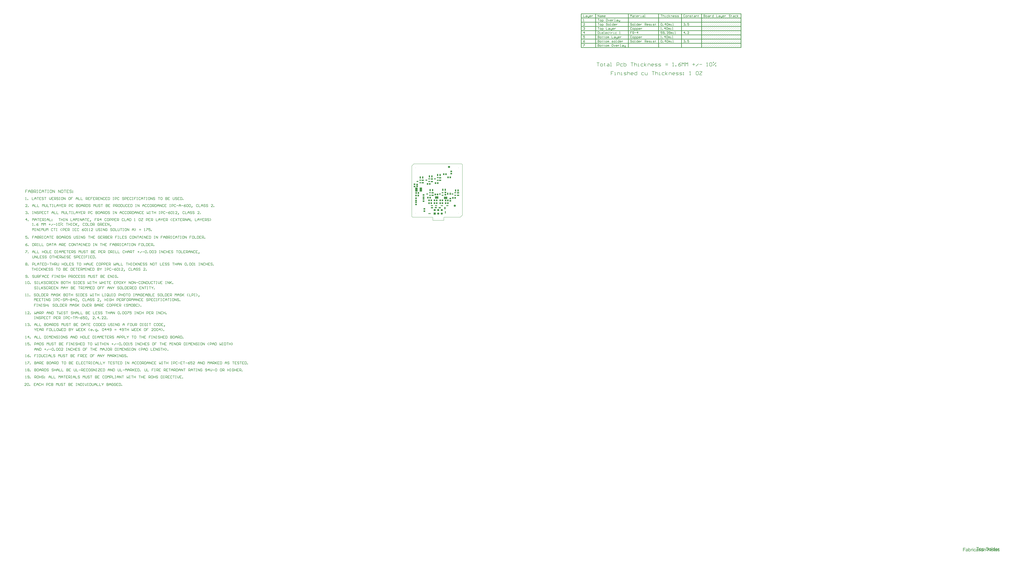
<source format=gts>
G04 Layer_Color=8388736*
%FSLAX25Y25*%
%MOIN*%
G70*
G01*
G75*
%ADD26C,0.01500*%
%ADD27C,0.01000*%
%ADD30C,0.00100*%
%ADD31C,0.00500*%
%ADD54R,0.09300X0.06800*%
%ADD55R,0.09250X0.06800*%
%ADD56R,0.03000X0.05000*%
%ADD57R,0.05000X0.03000*%
G04:AMPARAMS|DCode=58|XSize=25.68mil|YSize=29.62mil|CornerRadius=7.92mil|HoleSize=0mil|Usage=FLASHONLY|Rotation=180.000|XOffset=0mil|YOffset=0mil|HoleType=Round|Shape=RoundedRectangle|*
%AMROUNDEDRECTD58*
21,1,0.02568,0.01378,0,0,180.0*
21,1,0.00984,0.02962,0,0,180.0*
1,1,0.01584,-0.00492,0.00689*
1,1,0.01584,0.00492,0.00689*
1,1,0.01584,0.00492,-0.00689*
1,1,0.01584,-0.00492,-0.00689*
%
%ADD58ROUNDEDRECTD58*%
G04:AMPARAMS|DCode=59|XSize=25.68mil|YSize=29.62mil|CornerRadius=7.92mil|HoleSize=0mil|Usage=FLASHONLY|Rotation=90.000|XOffset=0mil|YOffset=0mil|HoleType=Round|Shape=RoundedRectangle|*
%AMROUNDEDRECTD59*
21,1,0.02568,0.01378,0,0,90.0*
21,1,0.00984,0.02962,0,0,90.0*
1,1,0.01584,0.00689,0.00492*
1,1,0.01584,0.00689,-0.00492*
1,1,0.01584,-0.00689,-0.00492*
1,1,0.01584,-0.00689,0.00492*
%
%ADD59ROUNDEDRECTD59*%
%ADD60R,0.04340X0.04537*%
%ADD61R,0.03553X0.06309*%
%ADD62R,0.02372X0.01880*%
%ADD63O,0.02962X0.01584*%
%ADD64O,0.02372X0.01880*%
%ADD65R,0.04537X0.04340*%
%ADD66R,0.06899X0.11624*%
%ADD67C,0.05937*%
%ADD68R,0.04540X0.03162*%
%ADD69R,0.06309X0.03553*%
%ADD70R,0.04658X0.04422*%
%ADD71R,0.03750X0.02765*%
%ADD72R,0.02765X0.03750*%
%ADD73C,0.01200*%
%ADD74R,0.05954X0.05954*%
%ADD75C,0.05954*%
G36*
X1594077Y-941828D02*
X1592891D01*
Y-940481D01*
X1594077D01*
Y-941828D01*
D02*
G37*
G36*
X1667548Y-940985D02*
X1667709Y-941014D01*
X1667884Y-941073D01*
X1668089Y-941131D01*
X1668309Y-941234D01*
X1668543Y-941366D01*
X1668119Y-942449D01*
X1668104Y-942434D01*
X1668045Y-942405D01*
X1667958Y-942361D01*
X1667855Y-942317D01*
X1667723Y-942273D01*
X1667577Y-942229D01*
X1667416Y-942200D01*
X1667255Y-942185D01*
X1667196D01*
X1667123Y-942200D01*
X1667021Y-942215D01*
X1666918Y-942244D01*
X1666801Y-942288D01*
X1666684Y-942346D01*
X1666567Y-942420D01*
X1666552Y-942434D01*
X1666523Y-942464D01*
X1666464Y-942522D01*
X1666406Y-942595D01*
X1666333Y-942683D01*
X1666259Y-942800D01*
X1666201Y-942932D01*
X1666186Y-942970D01*
X1666209D01*
X1666370Y-942985D01*
X1666560Y-943000D01*
X1666794Y-943029D01*
X1667028Y-943073D01*
X1667277Y-943131D01*
X1667512Y-943219D01*
X1667526D01*
X1667541Y-943234D01*
X1667614Y-943263D01*
X1667731Y-943322D01*
X1667863Y-943380D01*
X1668009Y-943483D01*
X1668170Y-943585D01*
X1668317Y-943717D01*
X1668434Y-943863D01*
X1668448Y-943878D01*
X1668478Y-943937D01*
X1668536Y-944024D01*
X1668609Y-944141D01*
X1668668Y-944288D01*
X1668741Y-944478D01*
X1668800Y-944683D01*
X1668858Y-944917D01*
X1667702Y-945078D01*
Y-945049D01*
X1667687Y-944991D01*
X1667658Y-944888D01*
X1667614Y-944771D01*
X1667555Y-944639D01*
X1667468Y-944508D01*
X1667365Y-944361D01*
X1667233Y-944244D01*
X1667219Y-944229D01*
X1667160Y-944200D01*
X1667072Y-944141D01*
X1666955Y-944083D01*
X1666809Y-944039D01*
X1666619Y-943981D01*
X1666413Y-943951D01*
X1666165Y-943937D01*
X1666033D01*
X1665980Y-943942D01*
X1665967Y-944176D01*
X1665952Y-944455D01*
Y-945783D01*
X1666004Y-945796D01*
X1666135Y-945840D01*
X1666296Y-945884D01*
X1666311D01*
X1666355Y-945898D01*
X1666413Y-945913D01*
X1666501Y-945942D01*
X1666604Y-945971D01*
X1666721Y-946001D01*
X1666985Y-946074D01*
X1667277Y-946162D01*
X1667570Y-946264D01*
X1667834Y-946352D01*
X1667951Y-946396D01*
X1668053Y-946440D01*
X1668082Y-946455D01*
X1668141Y-946484D01*
X1668229Y-946528D01*
X1668331Y-946586D01*
X1668463Y-946674D01*
X1668595Y-946791D01*
X1668712Y-946908D01*
X1668829Y-947055D01*
X1668844Y-947069D01*
X1668873Y-947128D01*
X1668917Y-947216D01*
X1668975Y-947333D01*
X1669034Y-947479D01*
X1669078Y-947655D01*
X1669107Y-947845D01*
X1669122Y-948065D01*
Y-948094D01*
Y-948168D01*
X1669107Y-948285D01*
X1669078Y-948416D01*
X1669034Y-948592D01*
X1668975Y-948782D01*
X1668888Y-948973D01*
X1668771Y-949178D01*
X1668756Y-949207D01*
X1668712Y-949265D01*
X1668624Y-949353D01*
X1668507Y-949471D01*
X1668375Y-949602D01*
X1668200Y-949734D01*
X1667995Y-949866D01*
X1667760Y-949983D01*
X1667731Y-949998D01*
X1667643Y-950027D01*
X1667512Y-950071D01*
X1667336Y-950115D01*
X1667116Y-950173D01*
X1666867Y-950217D01*
X1666589Y-950246D01*
X1666296Y-950261D01*
X1666165D01*
X1666077Y-950246D01*
X1665960D01*
X1665828Y-950232D01*
X1665520Y-950188D01*
X1665184Y-950129D01*
X1664847Y-950027D01*
X1664510Y-949895D01*
X1664364Y-949807D01*
X1664218Y-949705D01*
X1664203D01*
X1664188Y-949675D01*
X1664100Y-949602D01*
X1663983Y-949471D01*
X1663837Y-949280D01*
X1663691Y-949046D01*
X1663544Y-948753D01*
X1663412Y-948416D01*
X1663325Y-948021D01*
X1664496Y-947831D01*
Y-947845D01*
Y-947860D01*
X1664510Y-947948D01*
X1664554Y-948080D01*
X1664598Y-948241D01*
X1664671Y-948416D01*
X1664759Y-948592D01*
X1664891Y-948768D01*
X1665037Y-948929D01*
X1665052Y-948943D01*
X1665125Y-948987D01*
X1665228Y-949046D01*
X1665359Y-949104D01*
X1665550Y-949178D01*
X1665755Y-949236D01*
X1666018Y-949280D01*
X1666296Y-949295D01*
X1666428D01*
X1666575Y-949280D01*
X1666750Y-949251D01*
X1666955Y-949222D01*
X1667160Y-949163D01*
X1667351Y-949075D01*
X1667512Y-948973D01*
X1667526Y-948958D01*
X1667570Y-948914D01*
X1667643Y-948841D01*
X1667716Y-948753D01*
X1667775Y-948636D01*
X1667848Y-948490D01*
X1667892Y-948343D01*
X1667907Y-948182D01*
Y-948168D01*
Y-948109D01*
X1667892Y-948050D01*
X1667863Y-947948D01*
X1667819Y-947860D01*
X1667760Y-947743D01*
X1667673Y-947641D01*
X1667555Y-947553D01*
X1667541Y-947538D01*
X1667497Y-947523D01*
X1667424Y-947494D01*
X1667307Y-947435D01*
X1667146Y-947392D01*
X1666941Y-947318D01*
X1666809Y-947274D01*
X1666677Y-947245D01*
X1666516Y-947201D01*
X1666340Y-947157D01*
X1666326D01*
X1666282Y-947143D01*
X1666223Y-947128D01*
X1666135Y-947099D01*
X1666018Y-947069D01*
X1665952Y-947053D01*
Y-948100D01*
X1664766D01*
Y-946682D01*
X1664745Y-946674D01*
X1664627Y-946630D01*
X1664525Y-946586D01*
X1664510Y-946572D01*
X1664437Y-946542D01*
X1664349Y-946484D01*
X1664247Y-946411D01*
X1664115Y-946323D01*
X1663998Y-946206D01*
X1663866Y-946074D01*
X1663764Y-945928D01*
X1663749Y-945913D01*
X1663720Y-945854D01*
X1663691Y-945767D01*
X1663647Y-945649D01*
X1663588Y-945518D01*
X1663559Y-945357D01*
X1663529Y-945181D01*
X1663515Y-944991D01*
Y-944976D01*
Y-944917D01*
X1663529Y-944815D01*
X1663544Y-944713D01*
X1663559Y-944581D01*
X1663603Y-944434D01*
X1663647Y-944273D01*
X1663720Y-944127D01*
X1663734Y-944112D01*
X1663764Y-944054D01*
X1663808Y-943981D01*
X1663881Y-943893D01*
X1663954Y-943790D01*
X1664057Y-943688D01*
X1664174Y-943571D01*
X1664305Y-943468D01*
X1664320Y-943453D01*
X1664364Y-943439D01*
X1664422Y-943395D01*
X1664510Y-943351D01*
X1664613Y-943292D01*
X1664745Y-943234D01*
X1664766Y-943225D01*
Y-941131D01*
X1665835D01*
Y-942171D01*
X1665849Y-942156D01*
X1665908Y-942068D01*
X1665981Y-941937D01*
X1666069Y-941790D01*
X1666186Y-941629D01*
X1666318Y-941468D01*
X1666435Y-941322D01*
X1666567Y-941219D01*
X1666582Y-941205D01*
X1666625Y-941175D01*
X1666699Y-941146D01*
X1666801Y-941087D01*
X1666904Y-941043D01*
X1667035Y-941014D01*
X1667182Y-940985D01*
X1667328Y-940970D01*
X1667431D01*
X1667548Y-940985D01*
D02*
G37*
G36*
X1610598Y-939609D02*
X1607436D01*
Y-943423D01*
X1607561Y-943497D01*
X1607678Y-943600D01*
X1607795Y-943717D01*
X1607810Y-943732D01*
X1607839Y-943775D01*
X1607883Y-943834D01*
X1607941Y-943937D01*
X1608000Y-944054D01*
X1608059Y-944185D01*
X1608117Y-944347D01*
X1608161Y-944522D01*
Y-944537D01*
X1608176Y-944581D01*
X1608190Y-944654D01*
X1608205Y-944771D01*
Y-944917D01*
X1608220Y-945108D01*
X1608234Y-945327D01*
Y-945605D01*
Y-947187D01*
Y-947201D01*
Y-947260D01*
Y-947348D01*
Y-947450D01*
Y-947582D01*
Y-947728D01*
X1608249Y-948065D01*
Y-948431D01*
X1608263Y-948768D01*
X1608278Y-948929D01*
Y-949061D01*
X1608293Y-949178D01*
X1608307Y-949280D01*
Y-949295D01*
X1608322Y-949353D01*
X1608337Y-949441D01*
X1608366Y-949544D01*
X1608410Y-949661D01*
X1608468Y-949807D01*
X1608600Y-950100D01*
X1607370D01*
X1607356Y-950085D01*
X1607341Y-950041D01*
X1607312Y-949954D01*
X1607268Y-949851D01*
X1607224Y-949719D01*
X1607195Y-949573D01*
X1607165Y-949412D01*
X1607136Y-949222D01*
X1607107Y-949251D01*
X1607019Y-949309D01*
X1606902Y-949412D01*
X1606726Y-949529D01*
X1606536Y-949675D01*
X1606316Y-949807D01*
X1606097Y-949924D01*
X1605862Y-950027D01*
X1605833Y-950041D01*
X1605760Y-950056D01*
X1605643Y-950100D01*
X1605482Y-950144D01*
X1605277Y-950188D01*
X1605057Y-950217D01*
X1604823Y-950246D01*
X1604560Y-950261D01*
X1604457D01*
X1604369Y-950246D01*
X1604281D01*
X1604164Y-950232D01*
X1603915Y-950188D01*
X1603623Y-950129D01*
X1603344Y-950027D01*
X1603052Y-949895D01*
X1602803Y-949705D01*
X1602773Y-949675D01*
X1602700Y-949602D01*
X1602612Y-949485D01*
X1602495Y-949309D01*
X1602378Y-949104D01*
X1602290Y-948870D01*
X1602217Y-948577D01*
X1602188Y-948270D01*
Y-948241D01*
Y-948182D01*
X1602202Y-948080D01*
X1602217Y-947963D01*
X1602246Y-947816D01*
X1602276Y-947655D01*
X1602334Y-947494D01*
X1602407Y-947333D01*
X1602422Y-947318D01*
X1602451Y-947260D01*
X1602495Y-947187D01*
X1602568Y-947084D01*
X1602656Y-946982D01*
X1602773Y-946865D01*
X1602891Y-946762D01*
X1603022Y-946660D01*
X1603037Y-946645D01*
X1603095Y-946616D01*
X1603169Y-946572D01*
X1603271Y-946513D01*
X1603403Y-946440D01*
X1603535Y-946381D01*
X1603696Y-946323D01*
X1603871Y-946264D01*
X1603886D01*
X1603945Y-946250D01*
X1604018Y-946235D01*
X1604135Y-946206D01*
X1604281Y-946177D01*
X1604472Y-946147D01*
X1604677Y-946118D01*
X1604926Y-946089D01*
X1604940D01*
X1604984Y-946074D01*
X1605057D01*
X1605160Y-946059D01*
X1605277Y-946045D01*
X1605409Y-946030D01*
X1605731Y-945971D01*
X1606067Y-945913D01*
X1606162Y-945897D01*
Y-944076D01*
X1605950Y-944010D01*
X1605672Y-943966D01*
X1605365Y-943951D01*
X1605233D01*
X1605087Y-943966D01*
X1604896Y-943981D01*
X1604691Y-944024D01*
X1604501Y-944068D01*
X1604296Y-944141D01*
X1604135Y-944244D01*
X1604120Y-944259D01*
X1604076Y-944303D01*
X1604003Y-944376D01*
X1603915Y-944478D01*
X1603813Y-944625D01*
X1603725Y-944800D01*
X1603623Y-945020D01*
X1603549Y-945269D01*
X1602393Y-945108D01*
Y-945093D01*
X1602407Y-945078D01*
X1602422Y-944991D01*
X1602466Y-944859D01*
X1602510Y-944683D01*
X1602583Y-944493D01*
X1602671Y-944303D01*
X1602773Y-944098D01*
X1602905Y-943922D01*
X1602920Y-943907D01*
X1602978Y-943849D01*
X1603052Y-943761D01*
X1603169Y-943658D01*
X1603315Y-943556D01*
X1603505Y-943439D01*
X1603710Y-943322D01*
X1603945Y-943219D01*
X1603959D01*
X1603974Y-943205D01*
X1604018Y-943190D01*
X1604062Y-943175D01*
X1604208Y-943146D01*
X1604399Y-943087D01*
X1604633Y-943044D01*
X1604896Y-943014D01*
X1605204Y-942985D01*
X1605526Y-942970D01*
X1605672D01*
X1605833Y-942985D01*
X1606038Y-943000D01*
X1606162Y-943015D01*
Y-939609D01*
X1603000D01*
Y-938482D01*
X1610598D01*
Y-939609D01*
D02*
G37*
G36*
X1614983Y-941004D02*
X1615078Y-941014D01*
X1615239Y-941043D01*
X1615415Y-941087D01*
X1615781Y-941205D01*
X1615971Y-941278D01*
X1616176Y-941366D01*
X1616366Y-941483D01*
X1616557Y-941615D01*
X1616747Y-941761D01*
X1616923Y-941922D01*
X1616937Y-941937D01*
X1616967Y-941966D01*
X1617010Y-942024D01*
X1617069Y-942098D01*
X1617142Y-942185D01*
X1617215Y-942303D01*
X1617303Y-942449D01*
X1617391Y-942595D01*
X1617464Y-942771D01*
X1617552Y-942976D01*
X1617625Y-943181D01*
X1617699Y-943415D01*
X1617723Y-943517D01*
X1617750Y-943497D01*
X1617867Y-943424D01*
X1618014Y-943351D01*
X1618160Y-943292D01*
X1618321Y-943219D01*
X1618702Y-943087D01*
X1619126Y-943000D01*
X1619221Y-942994D01*
Y-941131D01*
X1620304D01*
Y-942039D01*
X1620319Y-942010D01*
X1620363Y-941951D01*
X1620451Y-941863D01*
X1620553Y-941746D01*
X1620671Y-941615D01*
X1620817Y-941483D01*
X1620978Y-941351D01*
X1621154Y-941249D01*
X1621183Y-941234D01*
X1621241Y-941205D01*
X1621344Y-941161D01*
X1621476Y-941102D01*
X1621651Y-941058D01*
X1621842Y-941014D01*
X1622061Y-940985D01*
X1622310Y-940970D01*
X1622457D01*
X1622632Y-941000D01*
X1622837Y-941029D01*
X1623086Y-941087D01*
X1623350Y-941161D01*
X1623613Y-941278D01*
X1623877Y-941439D01*
X1623891D01*
X1623906Y-941453D01*
X1623994Y-941527D01*
X1624111Y-941629D01*
X1624272Y-941776D01*
X1624433Y-941951D01*
X1624609Y-942185D01*
X1624770Y-942434D01*
X1624916Y-942742D01*
Y-942756D01*
X1624931Y-942786D01*
X1624945Y-942830D01*
X1624975Y-942888D01*
X1625004Y-942961D01*
X1625033Y-943064D01*
X1625051Y-943131D01*
X1625304D01*
Y-944127D01*
X1625319Y-944112D01*
X1625334Y-944083D01*
X1625378Y-944024D01*
X1625451Y-943951D01*
X1625524Y-943863D01*
X1625627Y-943761D01*
X1625729Y-943658D01*
X1625861Y-943541D01*
X1626022Y-943439D01*
X1626183Y-943336D01*
X1626358Y-943234D01*
X1626563Y-943146D01*
X1626768Y-943073D01*
X1627003Y-943014D01*
X1627251Y-942985D01*
X1627515Y-942970D01*
X1627617D01*
X1627749Y-942985D01*
X1627896Y-943000D01*
X1628071Y-943029D01*
X1628276Y-943073D01*
X1628467Y-943131D01*
X1628672Y-943205D01*
X1628701Y-943219D01*
X1628759Y-943248D01*
X1628847Y-943292D01*
X1628964Y-943366D01*
X1629096Y-943453D01*
X1629228Y-943556D01*
X1629360Y-943673D01*
X1629462Y-943805D01*
X1629477Y-943819D01*
X1629506Y-943863D01*
X1629550Y-943951D01*
X1629609Y-944054D01*
X1629667Y-944171D01*
X1629726Y-944317D01*
X1629784Y-944493D01*
X1629828Y-944669D01*
Y-944683D01*
X1629843Y-944727D01*
X1629857Y-944815D01*
X1629872Y-944932D01*
Y-945093D01*
X1629887Y-945298D01*
X1629901Y-945532D01*
Y-945825D01*
Y-950100D01*
X1628716D01*
Y-945869D01*
Y-945854D01*
Y-945840D01*
Y-945752D01*
Y-945620D01*
X1628701Y-945459D01*
X1628686Y-945298D01*
X1628657Y-945108D01*
X1628613Y-944947D01*
X1628569Y-944800D01*
Y-944786D01*
X1628540Y-944742D01*
X1628511Y-944669D01*
X1628467Y-944595D01*
X1628393Y-944493D01*
X1628306Y-944405D01*
X1628203Y-944303D01*
X1628086Y-944215D01*
X1628071Y-944200D01*
X1628027Y-944185D01*
X1627954Y-944141D01*
X1627852Y-944098D01*
X1627735Y-944068D01*
X1627588Y-944024D01*
X1627442Y-944010D01*
X1627266Y-943995D01*
X1627134D01*
X1627003Y-944024D01*
X1626812Y-944054D01*
X1626607Y-944112D01*
X1626402Y-944200D01*
X1626168Y-944317D01*
X1625963Y-944478D01*
X1625934Y-944508D01*
X1625875Y-944581D01*
X1625788Y-944698D01*
X1625744Y-944786D01*
X1625700Y-944888D01*
X1625641Y-945005D01*
X1625597Y-945137D01*
X1625553Y-945283D01*
X1625509Y-945444D01*
X1625465Y-945635D01*
X1625451Y-945840D01*
X1625422Y-946059D01*
Y-946294D01*
Y-950100D01*
X1624236D01*
Y-947418D01*
X1624023Y-947617D01*
X1623759Y-947807D01*
X1623745D01*
X1623730Y-947822D01*
X1623686Y-947851D01*
X1623628Y-947880D01*
X1623481Y-947954D01*
X1623291Y-948027D01*
X1623057Y-948115D01*
X1622808Y-948188D01*
X1622615Y-948226D01*
X1622581Y-948343D01*
X1622450Y-948651D01*
Y-948665D01*
X1622435Y-948680D01*
X1622376Y-948782D01*
X1622274Y-948914D01*
X1622142Y-949090D01*
X1621981Y-949280D01*
X1621776Y-949471D01*
X1621542Y-949661D01*
X1621264Y-949837D01*
X1621249D01*
X1621235Y-949851D01*
X1621191Y-949880D01*
X1621132Y-949895D01*
X1620971Y-949968D01*
X1620766Y-950041D01*
X1620517Y-950129D01*
X1620407Y-950152D01*
Y-950764D01*
X1619221D01*
Y-950231D01*
X1619082Y-950217D01*
X1618921Y-950188D01*
X1618746Y-950144D01*
X1618380Y-950027D01*
X1618175Y-949954D01*
X1617984Y-949866D01*
X1617779Y-949763D01*
X1617589Y-949632D01*
X1617399Y-949485D01*
X1617223Y-949324D01*
X1617208Y-949309D01*
X1617179Y-949280D01*
X1617135Y-949222D01*
X1617091Y-949148D01*
X1617018Y-949046D01*
X1616945Y-948929D01*
X1616857Y-948797D01*
X1616784Y-948636D01*
X1616696Y-948446D01*
X1616608Y-948255D01*
X1616535Y-948021D01*
X1616476Y-947787D01*
X1616458Y-947705D01*
X1616249Y-947836D01*
X1616235D01*
X1616220Y-947851D01*
X1616176Y-947880D01*
X1616117Y-947895D01*
X1615956Y-947968D01*
X1615751Y-948041D01*
X1615503Y-948129D01*
X1615224Y-948188D01*
X1614983Y-948234D01*
Y-950100D01*
X1613797D01*
Y-948160D01*
X1613731Y-948144D01*
X1613365Y-948027D01*
X1613160Y-947954D01*
X1612970Y-947866D01*
X1612765Y-947763D01*
X1612575Y-947631D01*
X1612384Y-947485D01*
X1612209Y-947324D01*
X1612194Y-947309D01*
X1612165Y-947280D01*
X1612121Y-947222D01*
X1612077Y-947148D01*
X1612004Y-947046D01*
X1611930Y-946929D01*
X1611843Y-946797D01*
X1611769Y-946636D01*
X1611682Y-946446D01*
X1611594Y-946255D01*
X1611521Y-946021D01*
X1611462Y-945787D01*
X1611440Y-945690D01*
Y-948138D01*
Y-948153D01*
Y-948211D01*
Y-948299D01*
X1611455Y-948402D01*
X1611470Y-948621D01*
X1611484Y-948709D01*
X1611499Y-948782D01*
X1611514Y-948812D01*
X1611543Y-948870D01*
X1611601Y-948943D01*
X1611689Y-949017D01*
X1611719Y-949031D01*
X1611792Y-949046D01*
X1611923Y-949075D01*
X1612099Y-949090D01*
X1612246D01*
X1612319Y-949075D01*
X1612407D01*
X1612626Y-949046D01*
X1612787Y-950085D01*
X1612758D01*
X1612699Y-950100D01*
X1612612Y-950115D01*
X1612480Y-950129D01*
X1612348Y-950159D01*
X1612202Y-950173D01*
X1611894Y-950188D01*
X1611792D01*
X1611675Y-950173D01*
X1611528Y-950159D01*
X1611367Y-950144D01*
X1611191Y-950100D01*
X1611030Y-950056D01*
X1610884Y-949998D01*
X1610869Y-949983D01*
X1610825Y-949954D01*
X1610767Y-949910D01*
X1610694Y-949851D01*
X1610606Y-949778D01*
X1610533Y-949690D01*
X1610445Y-949588D01*
X1610386Y-949471D01*
Y-949456D01*
X1610372Y-949397D01*
X1610342Y-949309D01*
X1610328Y-949163D01*
X1610298Y-948973D01*
X1610284Y-948870D01*
X1610269Y-948738D01*
Y-948592D01*
X1610254Y-948431D01*
Y-948255D01*
Y-948065D01*
Y-944054D01*
X1609376D01*
Y-943131D01*
X1610254D01*
Y-941418D01*
X1611440Y-940701D01*
Y-943131D01*
X1611558D01*
X1611579Y-943064D01*
X1611667Y-942830D01*
X1611769Y-942595D01*
X1611886Y-942361D01*
X1612033Y-942142D01*
X1612194Y-941937D01*
X1612384Y-941746D01*
X1612399Y-941732D01*
X1612428Y-941717D01*
X1612472Y-941673D01*
X1612545Y-941629D01*
X1612633Y-941571D01*
X1612736Y-941497D01*
X1612853Y-941424D01*
X1612999Y-941351D01*
X1613145Y-941292D01*
X1613307Y-941219D01*
X1613687Y-941087D01*
X1613797Y-941065D01*
Y-940481D01*
X1614983D01*
Y-941004D01*
D02*
G37*
G36*
X1591193Y-942985D02*
X1591354Y-943014D01*
X1591530Y-943073D01*
X1591735Y-943131D01*
X1591955Y-943234D01*
X1592189Y-943366D01*
X1591764Y-944449D01*
X1591749Y-944434D01*
X1591691Y-944405D01*
X1591603Y-944361D01*
X1591501Y-944317D01*
X1591369Y-944273D01*
X1591222Y-944229D01*
X1591061Y-944200D01*
X1590900Y-944185D01*
X1590842D01*
X1590769Y-944200D01*
X1590666Y-944215D01*
X1590564Y-944244D01*
X1590447Y-944288D01*
X1590329Y-944347D01*
X1590212Y-944420D01*
X1590198Y-944434D01*
X1590168Y-944464D01*
X1590110Y-944522D01*
X1590051Y-944595D01*
X1589978Y-944683D01*
X1589905Y-944800D01*
X1589846Y-944932D01*
X1589788Y-945078D01*
X1589773Y-945108D01*
X1589758Y-945181D01*
X1589729Y-945313D01*
X1589700Y-945488D01*
X1589656Y-945693D01*
X1589627Y-945928D01*
X1589612Y-946177D01*
X1589597Y-946455D01*
Y-950100D01*
X1588412D01*
Y-943131D01*
X1589480D01*
Y-944171D01*
X1589495Y-944156D01*
X1589554Y-944068D01*
X1589627Y-943937D01*
X1589715Y-943790D01*
X1589832Y-943629D01*
X1589963Y-943468D01*
X1590081Y-943322D01*
X1590212Y-943219D01*
X1590227Y-943205D01*
X1590271Y-943175D01*
X1590344Y-943146D01*
X1590447Y-943087D01*
X1590549Y-943044D01*
X1590681Y-943014D01*
X1590827Y-942985D01*
X1590974Y-942970D01*
X1591076D01*
X1591193Y-942985D01*
D02*
G37*
G36*
X1598865D02*
X1598967D01*
X1599069Y-943000D01*
X1599333Y-943044D01*
X1599626Y-943117D01*
X1599948Y-943219D01*
X1600255Y-943366D01*
X1600533Y-943556D01*
X1600548D01*
X1600563Y-943585D01*
X1600651Y-943658D01*
X1600768Y-943790D01*
X1600914Y-943966D01*
X1601075Y-944200D01*
X1601222Y-944478D01*
X1601353Y-944815D01*
X1601456Y-945181D01*
X1600314Y-945357D01*
Y-945342D01*
X1600299Y-945327D01*
X1600285Y-945240D01*
X1600241Y-945122D01*
X1600182Y-944961D01*
X1600094Y-944786D01*
X1599992Y-944610D01*
X1599875Y-944449D01*
X1599728Y-944303D01*
X1599714Y-944288D01*
X1599655Y-944244D01*
X1599567Y-944185D01*
X1599450Y-944112D01*
X1599304Y-944054D01*
X1599143Y-943995D01*
X1598938Y-943951D01*
X1598733Y-943937D01*
X1598645D01*
X1598586Y-943951D01*
X1598425Y-943966D01*
X1598220Y-944010D01*
X1597986Y-944098D01*
X1597752Y-944215D01*
X1597503Y-944361D01*
X1597386Y-944464D01*
X1597283Y-944581D01*
X1597254Y-944610D01*
X1597239Y-944654D01*
X1597196Y-944698D01*
X1597152Y-944771D01*
X1597108Y-944859D01*
X1597064Y-944961D01*
X1597020Y-945078D01*
X1596961Y-945210D01*
X1596917Y-945357D01*
X1596873Y-945532D01*
X1596830Y-945708D01*
X1596786Y-945913D01*
X1596771Y-946133D01*
X1596742Y-946367D01*
Y-946616D01*
Y-946630D01*
Y-946674D01*
Y-946747D01*
X1596756Y-946850D01*
Y-946967D01*
X1596771Y-947099D01*
X1596815Y-947392D01*
X1596873Y-947728D01*
X1596961Y-948080D01*
X1597093Y-948387D01*
X1597181Y-948534D01*
X1597269Y-948665D01*
X1597298Y-948695D01*
X1597371Y-948768D01*
X1597488Y-948870D01*
X1597649Y-948973D01*
X1597840Y-949090D01*
X1598089Y-949192D01*
X1598352Y-949265D01*
X1598499Y-949280D01*
X1598660Y-949295D01*
X1598777D01*
X1598909Y-949265D01*
X1599069Y-949236D01*
X1599245Y-949192D01*
X1599450Y-949119D01*
X1599640Y-949017D01*
X1599816Y-948870D01*
X1599831Y-948856D01*
X1599889Y-948782D01*
X1599977Y-948695D01*
X1600065Y-948548D01*
X1600167Y-948358D01*
X1600270Y-948138D01*
X1600358Y-947860D01*
X1600416Y-947553D01*
X1601573Y-947714D01*
Y-947728D01*
X1601558Y-947772D01*
X1601544Y-947831D01*
X1601529Y-947904D01*
X1601500Y-948007D01*
X1601471Y-948124D01*
X1601383Y-948402D01*
X1601251Y-948695D01*
X1601075Y-949017D01*
X1600856Y-949309D01*
X1600592Y-949588D01*
X1600577D01*
X1600563Y-949617D01*
X1600519Y-949646D01*
X1600460Y-949690D01*
X1600373Y-949749D01*
X1600285Y-949807D01*
X1600065Y-949924D01*
X1599787Y-950041D01*
X1599450Y-950159D01*
X1599084Y-950232D01*
X1598879Y-950246D01*
X1598674Y-950261D01*
X1598542D01*
X1598440Y-950246D01*
X1598323Y-950232D01*
X1598176Y-950217D01*
X1598030Y-950188D01*
X1597854Y-950144D01*
X1597488Y-950041D01*
X1597298Y-949954D01*
X1597108Y-949866D01*
X1596917Y-949763D01*
X1596742Y-949646D01*
X1596566Y-949500D01*
X1596390Y-949339D01*
X1596376Y-949324D01*
X1596346Y-949295D01*
X1596317Y-949236D01*
X1596259Y-949163D01*
X1596185Y-949061D01*
X1596112Y-948943D01*
X1596039Y-948812D01*
X1595966Y-948651D01*
X1595878Y-948475D01*
X1595805Y-948270D01*
X1595732Y-948050D01*
X1595658Y-947801D01*
X1595600Y-947553D01*
X1595571Y-947260D01*
X1595541Y-946967D01*
X1595527Y-946645D01*
Y-946630D01*
Y-946601D01*
Y-946528D01*
Y-946455D01*
X1595541Y-946352D01*
Y-946250D01*
X1595571Y-945971D01*
X1595615Y-945664D01*
X1595688Y-945342D01*
X1595776Y-944991D01*
X1595893Y-944669D01*
Y-944654D01*
X1595907Y-944625D01*
X1595937Y-944581D01*
X1595966Y-944522D01*
X1596054Y-944376D01*
X1596171Y-944185D01*
X1596332Y-943981D01*
X1596522Y-943775D01*
X1596756Y-943571D01*
X1597020Y-943395D01*
X1597035D01*
X1597049Y-943380D01*
X1597093Y-943351D01*
X1597152Y-943322D01*
X1597313Y-943263D01*
X1597518Y-943175D01*
X1597752Y-943102D01*
X1598045Y-943029D01*
X1598352Y-942985D01*
X1598674Y-942970D01*
X1598791D01*
X1598865Y-942985D01*
D02*
G37*
G36*
X1634169Y-938335D02*
X1634271D01*
X1634520Y-938364D01*
X1634813Y-938408D01*
X1635135Y-938467D01*
X1635457Y-938555D01*
X1635764Y-938672D01*
X1635779D01*
X1635794Y-938686D01*
X1635838Y-938701D01*
X1635896Y-938730D01*
X1636043Y-938818D01*
X1636233Y-938921D01*
X1636438Y-939067D01*
X1636643Y-939243D01*
X1636848Y-939448D01*
X1637023Y-939682D01*
X1637038Y-939711D01*
X1637097Y-939799D01*
X1637170Y-939946D01*
X1637243Y-940121D01*
X1637331Y-940341D01*
X1637419Y-940604D01*
X1637477Y-940882D01*
X1637506Y-941190D01*
X1637353Y-941201D01*
X1639037Y-943713D01*
X1639073Y-943532D01*
X1639132Y-943298D01*
X1639205Y-943064D01*
X1639293Y-942830D01*
X1639395Y-942595D01*
X1639512Y-942361D01*
X1639659Y-942142D01*
X1639820Y-941937D01*
X1640010Y-941746D01*
X1640025Y-941732D01*
X1640054Y-941717D01*
X1640098Y-941673D01*
X1640171Y-941629D01*
X1640259Y-941571D01*
X1640361Y-941497D01*
X1640478Y-941424D01*
X1640625Y-941351D01*
X1640771Y-941292D01*
X1640932Y-941219D01*
X1641313Y-941087D01*
X1641737Y-941000D01*
X1641935Y-940987D01*
Y-940481D01*
X1643151D01*
Y-941123D01*
X1643406Y-941205D01*
X1643597Y-941278D01*
X1643802Y-941366D01*
X1643992Y-941483D01*
X1644182Y-941615D01*
X1644373Y-941761D01*
X1644548Y-941922D01*
X1644563Y-941937D01*
X1644592Y-941966D01*
X1644636Y-942024D01*
X1644695Y-942098D01*
X1644768Y-942185D01*
X1644841Y-942303D01*
X1644929Y-942449D01*
X1645017Y-942595D01*
X1645090Y-942771D01*
X1645178Y-942976D01*
X1645251Y-943181D01*
X1645324Y-943415D01*
X1645383Y-943664D01*
X1645427Y-943942D01*
X1645443Y-944094D01*
X1645566Y-943937D01*
X1645757Y-943746D01*
X1645771Y-943732D01*
X1645800Y-943717D01*
X1645844Y-943673D01*
X1645918Y-943629D01*
X1646005Y-943571D01*
X1646108Y-943497D01*
X1646225Y-943424D01*
X1646371Y-943351D01*
X1646518Y-943292D01*
X1646679Y-943219D01*
X1646832Y-943166D01*
Y-938482D01*
X1648018D01*
Y-942970D01*
X1648084D01*
X1648187Y-942985D01*
X1648318Y-943000D01*
X1648450Y-943014D01*
X1648611Y-943044D01*
X1648787Y-943087D01*
X1649153Y-943205D01*
X1649343Y-943278D01*
X1649548Y-943366D01*
X1649561Y-943373D01*
X1649628Y-943064D01*
X1649746Y-942742D01*
Y-942727D01*
X1649760Y-942698D01*
X1649789Y-942654D01*
X1649819Y-942595D01*
X1649892Y-942449D01*
X1650009Y-942259D01*
X1650155Y-942039D01*
X1650331Y-941819D01*
X1650536Y-941615D01*
X1650785Y-941424D01*
X1650800D01*
X1650814Y-941409D01*
X1650902Y-941351D01*
X1651048Y-941278D01*
X1651239Y-941190D01*
X1651473Y-941117D01*
X1651737Y-941043D01*
X1652029Y-940985D01*
X1652337Y-940970D01*
X1652439D01*
X1652556Y-940985D01*
X1652717Y-941000D01*
X1652879Y-941043D01*
X1653069Y-941087D01*
X1653238Y-941152D01*
X1653984Y-940701D01*
Y-941626D01*
X1654006Y-941644D01*
X1654137Y-941790D01*
X1654255Y-941937D01*
Y-938482D01*
X1655441D01*
Y-948100D01*
X1654342D01*
Y-947236D01*
X1654328Y-947251D01*
X1654313Y-947280D01*
X1654269Y-947324D01*
X1654211Y-947397D01*
X1654152Y-947470D01*
X1654064Y-947558D01*
X1653984Y-947627D01*
Y-948138D01*
Y-948153D01*
Y-948211D01*
Y-948299D01*
X1653999Y-948402D01*
X1654013Y-948621D01*
X1654028Y-948709D01*
X1654043Y-948782D01*
X1654057Y-948812D01*
X1654087Y-948870D01*
X1654145Y-948943D01*
X1654233Y-949017D01*
X1654262Y-949031D01*
X1654336Y-949046D01*
X1654467Y-949075D01*
X1654643Y-949090D01*
X1654789D01*
X1654863Y-949075D01*
X1654950D01*
X1655170Y-949046D01*
X1655331Y-950085D01*
X1655302D01*
X1655243Y-950100D01*
X1655155Y-950115D01*
X1655024Y-950129D01*
X1654892Y-950159D01*
X1654745Y-950173D01*
X1654438Y-950188D01*
X1654336D01*
X1654218Y-950173D01*
X1654072Y-950159D01*
X1653911Y-950144D01*
X1653735Y-950100D01*
X1653574Y-950056D01*
X1653428Y-949998D01*
X1653413Y-949983D01*
X1653369Y-949954D01*
X1653311Y-949910D01*
X1653238Y-949851D01*
X1653150Y-949778D01*
X1653077Y-949690D01*
X1652989Y-949588D01*
X1652930Y-949471D01*
Y-949456D01*
X1652915Y-949397D01*
X1652886Y-949309D01*
X1652872Y-949163D01*
X1652842Y-948973D01*
X1652828Y-948870D01*
X1652813Y-948738D01*
Y-948592D01*
X1652798Y-948431D01*
Y-948255D01*
Y-948224D01*
X1652630Y-948246D01*
X1652395Y-948261D01*
X1652308D01*
X1652249Y-948246D01*
X1652088Y-948232D01*
X1651898Y-948203D01*
X1651649Y-948144D01*
X1651400Y-948071D01*
X1651122Y-947954D01*
X1651057Y-947918D01*
X1651041Y-947992D01*
X1650939Y-948343D01*
X1650807Y-948651D01*
Y-948665D01*
X1650793Y-948680D01*
X1650734Y-948782D01*
X1650632Y-948914D01*
X1650500Y-949090D01*
X1650339Y-949280D01*
X1650134Y-949471D01*
X1649900Y-949661D01*
X1649621Y-949837D01*
X1649607D01*
X1649592Y-949851D01*
X1649548Y-949880D01*
X1649490Y-949895D01*
X1649329Y-949968D01*
X1649124Y-950041D01*
X1648875Y-950129D01*
X1648597Y-950188D01*
X1648289Y-950246D01*
X1647952Y-950261D01*
X1647806D01*
X1647704Y-950246D01*
X1647586Y-950232D01*
X1647440Y-950217D01*
X1647279Y-950188D01*
X1647103Y-950144D01*
X1646737Y-950027D01*
X1646532Y-949954D01*
X1646342Y-949866D01*
X1646137Y-949763D01*
X1645947Y-949632D01*
X1645757Y-949485D01*
X1645581Y-949324D01*
X1645566Y-949309D01*
X1645537Y-949280D01*
X1645493Y-949222D01*
X1645449Y-949148D01*
X1645376Y-949046D01*
X1645303Y-948929D01*
X1645215Y-948797D01*
X1645142Y-948636D01*
X1645054Y-948446D01*
X1644966Y-948255D01*
X1644893Y-948021D01*
X1644834Y-947787D01*
X1644776Y-947523D01*
X1644732Y-947245D01*
X1644721Y-947128D01*
X1644592Y-947280D01*
X1644387Y-947470D01*
X1644153Y-947661D01*
X1643875Y-947836D01*
X1643860D01*
X1643846Y-947851D01*
X1643802Y-947880D01*
X1643743Y-947895D01*
X1643582Y-947968D01*
X1643377Y-948041D01*
X1643151Y-948121D01*
Y-950100D01*
X1641848D01*
X1640194Y-947627D01*
X1640010Y-947485D01*
X1639834Y-947324D01*
X1639820Y-947309D01*
X1639790Y-947280D01*
X1639746Y-947222D01*
X1639702Y-947148D01*
X1639629Y-947046D01*
X1639556Y-946929D01*
X1639468Y-946797D01*
X1639395Y-946636D01*
X1639307Y-946446D01*
X1639219Y-946255D01*
X1639169Y-946093D01*
X1636797Y-942546D01*
Y-943433D01*
X1636833Y-943459D01*
X1637038Y-943635D01*
X1637228Y-943825D01*
X1637389Y-944030D01*
X1637404Y-944059D01*
X1637448Y-944133D01*
X1637521Y-944250D01*
X1637594Y-944425D01*
X1637667Y-944616D01*
X1637741Y-944850D01*
X1637785Y-945113D01*
X1637799Y-945392D01*
Y-945406D01*
Y-945421D01*
Y-945465D01*
Y-945523D01*
X1637770Y-945670D01*
X1637741Y-945860D01*
X1637697Y-946080D01*
X1637609Y-946329D01*
X1637506Y-946592D01*
X1637360Y-946841D01*
X1637345Y-946870D01*
X1637272Y-946958D01*
X1637184Y-947075D01*
X1637038Y-947222D01*
X1636862Y-947397D01*
X1636797Y-947450D01*
Y-950100D01*
X1635582D01*
Y-948061D01*
X1635545Y-948071D01*
X1635281Y-948144D01*
X1634959Y-948203D01*
X1634622Y-948246D01*
X1634242Y-948261D01*
X1634022D01*
X1633920Y-948246D01*
X1633788D01*
X1633641Y-948232D01*
X1633480Y-948217D01*
X1633144Y-948173D01*
X1632778Y-948100D01*
X1632412Y-948012D01*
X1632060Y-947895D01*
X1632046D01*
X1632017Y-947880D01*
X1631973Y-947851D01*
X1631914Y-947822D01*
X1631753Y-947734D01*
X1631563Y-947602D01*
X1631328Y-947441D01*
X1631109Y-947251D01*
X1630875Y-947017D01*
X1630670Y-946753D01*
Y-946739D01*
X1630655Y-946724D01*
X1630626Y-946680D01*
X1630596Y-946621D01*
X1630552Y-946548D01*
X1630509Y-946460D01*
X1630421Y-946241D01*
X1630333Y-945992D01*
X1630245Y-945684D01*
X1630186Y-945362D01*
X1630157Y-945011D01*
X1631358Y-944909D01*
Y-944923D01*
Y-944938D01*
X1631372Y-945026D01*
X1631402Y-945157D01*
X1631431Y-945333D01*
X1631489Y-945523D01*
X1631548Y-945728D01*
X1631636Y-945919D01*
X1631738Y-946109D01*
X1631753Y-946124D01*
X1631797Y-946182D01*
X1631870Y-946270D01*
X1631987Y-946373D01*
X1632119Y-946490D01*
X1632280Y-946621D01*
X1632485Y-946739D01*
X1632705Y-946856D01*
X1632719D01*
X1632734Y-946870D01*
X1632822Y-946900D01*
X1632953Y-946943D01*
X1633144Y-946987D01*
X1633349Y-947046D01*
X1633612Y-947090D01*
X1633890Y-947119D01*
X1634183Y-947134D01*
X1634300D01*
X1634447Y-947119D01*
X1634608Y-947104D01*
X1634813Y-947090D01*
X1635018Y-947046D01*
X1635237Y-947002D01*
X1635457Y-946929D01*
X1635486Y-946914D01*
X1635545Y-946885D01*
X1635582Y-946869D01*
Y-944207D01*
X1635442Y-944147D01*
X1635428Y-944133D01*
X1635369Y-944118D01*
X1635252Y-944089D01*
X1635179Y-944059D01*
X1635091Y-944030D01*
X1634974Y-944001D01*
X1634857Y-943972D01*
X1634710Y-943928D01*
X1634564Y-943884D01*
X1634388Y-943840D01*
X1634183Y-943796D01*
X1633964Y-943737D01*
X1633729Y-943679D01*
X1633715D01*
X1633671Y-943664D01*
X1633598Y-943649D01*
X1633510Y-943620D01*
X1633407Y-943591D01*
X1633290Y-943562D01*
X1633012Y-943488D01*
X1632705Y-943386D01*
X1632397Y-943283D01*
X1632119Y-943181D01*
X1631987Y-943137D01*
X1631885Y-943079D01*
X1631870D01*
X1631855Y-943064D01*
X1631768Y-943005D01*
X1631651Y-942932D01*
X1631504Y-942830D01*
X1631328Y-942698D01*
X1631167Y-942551D01*
X1631006Y-942376D01*
X1630860Y-942185D01*
X1630845Y-942156D01*
X1630801Y-942083D01*
X1630757Y-941980D01*
X1630699Y-941834D01*
X1630626Y-941658D01*
X1630582Y-941453D01*
X1630538Y-941219D01*
X1630523Y-940985D01*
Y-940970D01*
Y-940956D01*
Y-940912D01*
Y-940853D01*
X1630552Y-940721D01*
X1630582Y-940546D01*
X1630626Y-940326D01*
X1630699Y-940107D01*
X1630801Y-939858D01*
X1630933Y-939623D01*
Y-939609D01*
X1630948Y-939594D01*
X1631006Y-939521D01*
X1631109Y-939404D01*
X1631241Y-939257D01*
X1631402Y-939111D01*
X1631607Y-938950D01*
X1631855Y-938789D01*
X1632134Y-938657D01*
X1632148D01*
X1632163Y-938643D01*
X1632207Y-938628D01*
X1632280Y-938599D01*
X1632353Y-938584D01*
X1632441Y-938555D01*
X1632646Y-938482D01*
X1632910Y-938423D01*
X1633202Y-938379D01*
X1633539Y-938335D01*
X1633890Y-938321D01*
X1634066D01*
X1634169Y-938335D01*
D02*
G37*
G36*
X1594077Y-950100D02*
X1592891D01*
Y-943131D01*
X1594077D01*
Y-950100D01*
D02*
G37*
G36*
X1576729Y-942985D02*
X1576934Y-943000D01*
X1577168Y-943029D01*
X1577417Y-943058D01*
X1577651Y-943117D01*
X1577871Y-943190D01*
X1577900Y-943205D01*
X1577959Y-943219D01*
X1578061Y-943278D01*
X1578178Y-943336D01*
X1578310Y-943410D01*
X1578456Y-943497D01*
X1578574Y-943600D01*
X1578691Y-943717D01*
X1578705Y-943732D01*
X1578735Y-943775D01*
X1578778Y-943834D01*
X1578837Y-943937D01*
X1578896Y-944054D01*
X1578954Y-944185D01*
X1579013Y-944347D01*
X1579057Y-944522D01*
Y-944537D01*
X1579071Y-944581D01*
X1579086Y-944654D01*
X1579101Y-944771D01*
Y-944917D01*
X1579115Y-945108D01*
X1579130Y-945327D01*
Y-945605D01*
Y-947187D01*
Y-947201D01*
Y-947260D01*
Y-947348D01*
Y-947450D01*
Y-947582D01*
Y-947728D01*
X1579144Y-948065D01*
Y-948431D01*
X1579159Y-948768D01*
X1579174Y-948929D01*
Y-949061D01*
X1579188Y-949178D01*
X1579203Y-949280D01*
Y-949295D01*
X1579218Y-949353D01*
X1579232Y-949441D01*
X1579262Y-949544D01*
X1579305Y-949661D01*
X1579364Y-949807D01*
X1579496Y-950100D01*
X1578266D01*
X1578251Y-950085D01*
X1578237Y-950041D01*
X1578207Y-949954D01*
X1578164Y-949851D01*
X1578120Y-949719D01*
X1578090Y-949573D01*
X1578061Y-949412D01*
X1578032Y-949222D01*
X1578003Y-949251D01*
X1577915Y-949309D01*
X1577798Y-949412D01*
X1577622Y-949529D01*
X1577432Y-949675D01*
X1577212Y-949807D01*
X1576992Y-949924D01*
X1576758Y-950027D01*
X1576729Y-950041D01*
X1576656Y-950056D01*
X1576539Y-950100D01*
X1576377Y-950144D01*
X1576173Y-950188D01*
X1575953Y-950217D01*
X1575719Y-950246D01*
X1575455Y-950261D01*
X1575353D01*
X1575265Y-950246D01*
X1575177D01*
X1575060Y-950232D01*
X1574811Y-950188D01*
X1574518Y-950129D01*
X1574240Y-950027D01*
X1573947Y-949895D01*
X1573698Y-949705D01*
X1573669Y-949675D01*
X1573596Y-949602D01*
X1573508Y-949485D01*
X1573391Y-949309D01*
X1573274Y-949104D01*
X1573186Y-948870D01*
X1573113Y-948577D01*
X1573083Y-948270D01*
Y-948241D01*
Y-948182D01*
X1573098Y-948080D01*
X1573113Y-947963D01*
X1573142Y-947816D01*
X1573171Y-947655D01*
X1573230Y-947494D01*
X1573303Y-947333D01*
X1573318Y-947318D01*
X1573347Y-947260D01*
X1573391Y-947187D01*
X1573464Y-947084D01*
X1573552Y-946982D01*
X1573669Y-946865D01*
X1573786Y-946762D01*
X1573918Y-946660D01*
X1573933Y-946645D01*
X1573991Y-946616D01*
X1574064Y-946572D01*
X1574167Y-946513D01*
X1574299Y-946440D01*
X1574430Y-946381D01*
X1574591Y-946323D01*
X1574767Y-946264D01*
X1574782D01*
X1574840Y-946250D01*
X1574914Y-946235D01*
X1575031Y-946206D01*
X1575177Y-946177D01*
X1575367Y-946147D01*
X1575572Y-946118D01*
X1575821Y-946089D01*
X1575836D01*
X1575880Y-946074D01*
X1575953D01*
X1576055Y-946059D01*
X1576173Y-946045D01*
X1576304Y-946030D01*
X1576626Y-945971D01*
X1576963Y-945913D01*
X1577314Y-945854D01*
X1577651Y-945767D01*
X1577798Y-945723D01*
X1577929Y-945679D01*
Y-945664D01*
Y-945635D01*
X1577944Y-945547D01*
Y-945444D01*
Y-945401D01*
Y-945371D01*
Y-945357D01*
Y-945342D01*
Y-945254D01*
X1577929Y-945122D01*
X1577900Y-944976D01*
X1577856Y-944815D01*
X1577798Y-944639D01*
X1577724Y-944493D01*
X1577607Y-944361D01*
X1577593Y-944347D01*
X1577519Y-944303D01*
X1577417Y-944229D01*
X1577271Y-944156D01*
X1577080Y-944083D01*
X1576846Y-944010D01*
X1576568Y-943966D01*
X1576260Y-943951D01*
X1576129D01*
X1575982Y-943966D01*
X1575792Y-943981D01*
X1575587Y-944024D01*
X1575397Y-944068D01*
X1575192Y-944141D01*
X1575031Y-944244D01*
X1575016Y-944259D01*
X1574972Y-944303D01*
X1574899Y-944376D01*
X1574811Y-944478D01*
X1574709Y-944625D01*
X1574621Y-944800D01*
X1574518Y-945020D01*
X1574445Y-945269D01*
X1573289Y-945108D01*
Y-945093D01*
X1573303Y-945078D01*
X1573318Y-944991D01*
X1573362Y-944859D01*
X1573406Y-944683D01*
X1573479Y-944493D01*
X1573567Y-944303D01*
X1573669Y-944098D01*
X1573801Y-943922D01*
X1573816Y-943907D01*
X1573874Y-943849D01*
X1573947Y-943761D01*
X1574064Y-943658D01*
X1574211Y-943556D01*
X1574401Y-943439D01*
X1574606Y-943322D01*
X1574840Y-943219D01*
X1574855D01*
X1574870Y-943205D01*
X1574914Y-943190D01*
X1574957Y-943175D01*
X1575104Y-943146D01*
X1575294Y-943087D01*
X1575528Y-943044D01*
X1575792Y-943014D01*
X1576099Y-942985D01*
X1576421Y-942970D01*
X1576568D01*
X1576729Y-942985D01*
D02*
G37*
G36*
X1571986Y-941609D02*
X1566774D01*
Y-944610D01*
X1571283D01*
Y-945737D01*
X1566774D01*
Y-950100D01*
X1565500D01*
Y-940481D01*
X1571986D01*
Y-941609D01*
D02*
G37*
G36*
X1660389Y-940985D02*
X1660506Y-941000D01*
X1660652Y-941014D01*
X1660799Y-941043D01*
X1660974Y-941087D01*
X1661326Y-941205D01*
X1661516Y-941278D01*
X1661706Y-941380D01*
X1661897Y-941483D01*
X1662087Y-941615D01*
X1662263Y-941761D01*
X1662438Y-941937D01*
X1662453Y-941951D01*
X1662482Y-941980D01*
X1662526Y-942039D01*
X1662585Y-942112D01*
X1662643Y-942215D01*
X1662717Y-942332D01*
X1662804Y-942464D01*
X1662892Y-942625D01*
X1662965Y-942815D01*
X1663053Y-943005D01*
X1663127Y-943225D01*
X1663200Y-943474D01*
X1663244Y-943723D01*
X1663288Y-944001D01*
X1663317Y-944294D01*
X1663331Y-944616D01*
Y-944630D01*
Y-944689D01*
Y-944791D01*
X1663317Y-944923D01*
X1662042D01*
X1662080Y-945005D01*
X1662153Y-945225D01*
X1662226Y-945474D01*
X1662270Y-945723D01*
X1662294Y-945875D01*
X1663288Y-946006D01*
Y-946021D01*
X1663273Y-946050D01*
X1663258Y-946109D01*
X1663229Y-946182D01*
X1663200Y-946270D01*
X1663156Y-946373D01*
X1663039Y-946621D01*
X1662892Y-946885D01*
X1662717Y-947163D01*
X1662482Y-947441D01*
X1662219Y-947675D01*
X1662204D01*
X1662189Y-947705D01*
X1662146Y-947734D01*
X1662072Y-947763D01*
X1661999Y-947807D01*
X1661911Y-947866D01*
X1661809Y-947910D01*
X1661757Y-947933D01*
X1662314Y-948007D01*
Y-948021D01*
X1662300Y-948050D01*
X1662285Y-948109D01*
X1662256Y-948182D01*
X1662226Y-948270D01*
X1662183Y-948372D01*
X1662065Y-948621D01*
X1661919Y-948885D01*
X1661743Y-949163D01*
X1661509Y-949441D01*
X1661246Y-949675D01*
X1661231D01*
X1661216Y-949705D01*
X1661172Y-949734D01*
X1661099Y-949763D01*
X1661026Y-949807D01*
X1660938Y-949866D01*
X1660836Y-949910D01*
X1660704Y-949968D01*
X1660426Y-950071D01*
X1660074Y-950173D01*
X1659694Y-950232D01*
X1659255Y-950261D01*
X1659108D01*
X1659006Y-950246D01*
X1658874Y-950232D01*
X1658727Y-950217D01*
X1658566Y-950188D01*
X1658376Y-950144D01*
X1657995Y-950027D01*
X1657791Y-949954D01*
X1657600Y-949866D01*
X1657395Y-949763D01*
X1657205Y-949632D01*
X1657015Y-949485D01*
X1656839Y-949324D01*
X1656824Y-949309D01*
X1656795Y-949280D01*
X1656751Y-949222D01*
X1656707Y-949148D01*
X1656634Y-949061D01*
X1656561Y-948943D01*
X1656473Y-948797D01*
X1656400Y-948636D01*
X1656312Y-948460D01*
X1656224Y-948270D01*
X1656151Y-948050D01*
X1656092Y-947816D01*
X1656034Y-947567D01*
X1655990Y-947289D01*
X1655961Y-946996D01*
X1655946Y-946689D01*
Y-946674D01*
Y-946616D01*
Y-946513D01*
X1655961Y-946396D01*
X1655975Y-946250D01*
X1655990Y-946074D01*
X1656019Y-945884D01*
X1656063Y-945679D01*
X1656166Y-945240D01*
X1656239Y-945020D01*
X1656327Y-944786D01*
X1656429Y-944566D01*
X1656546Y-944347D01*
X1656678Y-944141D01*
X1656839Y-943951D01*
X1656854Y-943937D01*
X1656883Y-943907D01*
X1656927Y-943863D01*
X1657000Y-943790D01*
X1657015Y-943778D01*
X1657036Y-943679D01*
X1657139Y-943239D01*
X1657212Y-943020D01*
X1657300Y-942786D01*
X1657402Y-942566D01*
X1657519Y-942346D01*
X1657651Y-942142D01*
X1657812Y-941951D01*
X1657827Y-941937D01*
X1657856Y-941907D01*
X1657900Y-941863D01*
X1657973Y-941790D01*
X1658061Y-941717D01*
X1658178Y-941644D01*
X1658295Y-941556D01*
X1658442Y-941453D01*
X1658603Y-941366D01*
X1658778Y-941278D01*
X1658969Y-941205D01*
X1659188Y-941117D01*
X1659408Y-941058D01*
X1659642Y-941014D01*
X1659891Y-940985D01*
X1660155Y-940970D01*
X1660286D01*
X1660389Y-940985D01*
D02*
G37*
G36*
X1582116Y-943907D02*
X1582131Y-943893D01*
X1582146Y-943863D01*
X1582190Y-943819D01*
X1582248Y-943761D01*
X1582321Y-943688D01*
X1582409Y-943614D01*
X1582629Y-943439D01*
X1582892Y-943263D01*
X1583229Y-943117D01*
X1583405Y-943058D01*
X1583595Y-943014D01*
X1583800Y-942985D01*
X1584005Y-942970D01*
X1584122D01*
X1584239Y-942985D01*
X1584400Y-943000D01*
X1584591Y-943029D01*
X1584795Y-943087D01*
X1585001Y-943146D01*
X1585220Y-943234D01*
X1585249Y-943248D01*
X1585323Y-943278D01*
X1585425Y-943336D01*
X1585557Y-943424D01*
X1585703Y-943527D01*
X1585850Y-943658D01*
X1586011Y-943805D01*
X1586157Y-943966D01*
X1586172Y-943981D01*
X1586216Y-944054D01*
X1586289Y-944156D01*
X1586377Y-944288D01*
X1586465Y-944449D01*
X1586567Y-944639D01*
X1586655Y-944859D01*
X1586743Y-945108D01*
X1586757Y-945137D01*
X1586772Y-945225D01*
X1586816Y-945357D01*
X1586860Y-945532D01*
X1586889Y-945737D01*
X1586933Y-945971D01*
X1586948Y-946235D01*
X1586962Y-946513D01*
Y-946528D01*
Y-946586D01*
Y-946689D01*
X1586948Y-946806D01*
X1586933Y-946967D01*
X1586918Y-947128D01*
X1586889Y-947333D01*
X1586845Y-947538D01*
X1586743Y-947977D01*
X1586669Y-948211D01*
X1586582Y-948446D01*
X1586479Y-948680D01*
X1586362Y-948899D01*
X1586230Y-949104D01*
X1586069Y-949295D01*
X1586055Y-949309D01*
X1586025Y-949339D01*
X1585981Y-949383D01*
X1585908Y-949441D01*
X1585835Y-949514D01*
X1585732Y-949602D01*
X1585615Y-949690D01*
X1585469Y-949778D01*
X1585161Y-949954D01*
X1584810Y-950115D01*
X1584605Y-950173D01*
X1584400Y-950217D01*
X1584181Y-950246D01*
X1583946Y-950261D01*
X1583829D01*
X1583741Y-950246D01*
X1583639Y-950232D01*
X1583522Y-950202D01*
X1583244Y-950129D01*
X1583097Y-950085D01*
X1582936Y-950012D01*
X1582775Y-949924D01*
X1582614Y-949822D01*
X1582468Y-949705D01*
X1582307Y-949573D01*
X1582160Y-949412D01*
X1582029Y-949236D01*
Y-950100D01*
X1580931D01*
Y-940481D01*
X1582116D01*
Y-943907D01*
D02*
G37*
%LPC*%
G36*
X1664766Y-944470D02*
X1664759Y-944478D01*
X1664715Y-944595D01*
X1664671Y-944713D01*
X1664657Y-944844D01*
Y-944859D01*
Y-944888D01*
X1664671Y-944932D01*
Y-944991D01*
X1664715Y-945122D01*
X1664766Y-945224D01*
Y-944470D01*
D02*
G37*
G36*
X1606162Y-946854D02*
X1606126Y-946865D01*
X1605950Y-946908D01*
X1605760Y-946938D01*
X1605555Y-946982D01*
X1605335Y-947011D01*
X1605101Y-947055D01*
X1605072D01*
X1604984Y-947069D01*
X1604852Y-947099D01*
X1604691Y-947128D01*
X1604355Y-947201D01*
X1604193Y-947245D01*
X1604062Y-947289D01*
X1604047D01*
X1604018Y-947318D01*
X1603959Y-947348D01*
X1603901Y-947392D01*
X1603754Y-947509D01*
X1603608Y-947684D01*
Y-947699D01*
X1603579Y-947728D01*
X1603564Y-947772D01*
X1603535Y-947845D01*
X1603476Y-948021D01*
X1603461Y-948124D01*
X1603447Y-948241D01*
Y-948255D01*
Y-948314D01*
X1603461Y-948402D01*
X1603491Y-948519D01*
X1603535Y-948636D01*
X1603593Y-948768D01*
X1603681Y-948899D01*
X1603798Y-949031D01*
X1603813Y-949046D01*
X1603871Y-949075D01*
X1603945Y-949134D01*
X1604062Y-949178D01*
X1604208Y-949236D01*
X1604399Y-949295D01*
X1604603Y-949324D01*
X1604852Y-949339D01*
X1604969D01*
X1605087Y-949324D01*
X1605262Y-949295D01*
X1605438Y-949265D01*
X1605643Y-949222D01*
X1605848Y-949148D01*
X1606053Y-949046D01*
X1606082Y-949031D01*
X1606141Y-948987D01*
X1606243Y-948929D01*
X1606360Y-948826D01*
X1606477Y-948724D01*
X1606609Y-948577D01*
X1606741Y-948416D01*
X1606843Y-948226D01*
X1606858Y-948211D01*
X1606873Y-948153D01*
X1606890Y-948100D01*
X1606162D01*
Y-946854D01*
D02*
G37*
G36*
X1622339Y-941893D02*
X1622135D01*
X1622076Y-941907D01*
X1621944Y-941937D01*
X1621754Y-941980D01*
X1621549Y-942068D01*
X1621329Y-942200D01*
X1621212Y-942273D01*
X1621095Y-942376D01*
X1620978Y-942478D01*
X1620875Y-942610D01*
Y-942625D01*
X1620846Y-942639D01*
X1620817Y-942683D01*
X1620788Y-942742D01*
X1620744Y-942815D01*
X1620700Y-942903D01*
X1620641Y-943005D01*
X1620597Y-943122D01*
X1620591Y-943139D01*
X1620795Y-943205D01*
X1620986Y-943278D01*
X1621191Y-943366D01*
X1621381Y-943483D01*
X1621571Y-943614D01*
X1621762Y-943761D01*
X1621937Y-943922D01*
X1621952Y-943937D01*
X1621981Y-943966D01*
X1622025Y-944024D01*
X1622084Y-944098D01*
X1622157Y-944185D01*
X1622230Y-944303D01*
X1622318Y-944449D01*
X1622406Y-944595D01*
X1622479Y-944771D01*
X1622567Y-944976D01*
X1622640Y-945181D01*
X1622713Y-945415D01*
X1622772Y-945664D01*
X1622816Y-945942D01*
X1622845Y-946220D01*
X1622860Y-946528D01*
Y-946542D01*
Y-946586D01*
Y-946660D01*
Y-946747D01*
X1622845Y-946865D01*
Y-946996D01*
X1622832Y-947129D01*
X1623042Y-947017D01*
X1623262Y-946856D01*
X1623379Y-946753D01*
X1623481Y-946636D01*
Y-946621D01*
X1623511Y-946607D01*
X1623540Y-946563D01*
X1623569Y-946504D01*
X1623613Y-946431D01*
X1623657Y-946343D01*
X1623716Y-946241D01*
X1623774Y-946124D01*
X1623818Y-945992D01*
X1623877Y-945831D01*
X1623921Y-945670D01*
X1623965Y-945479D01*
X1623994Y-945275D01*
X1624023Y-945055D01*
X1624052Y-944821D01*
Y-944572D01*
Y-944557D01*
Y-944513D01*
Y-944440D01*
X1624038Y-944352D01*
Y-944235D01*
X1624023Y-944103D01*
X1623979Y-943810D01*
X1623921Y-943488D01*
X1623818Y-943152D01*
X1623686Y-942844D01*
X1623598Y-942698D01*
X1623496Y-942566D01*
Y-942551D01*
X1623467Y-942537D01*
X1623393Y-942464D01*
X1623291Y-942346D01*
X1623130Y-942229D01*
X1622940Y-942112D01*
X1622720Y-941995D01*
X1622471Y-941922D01*
X1622339Y-941893D01*
D02*
G37*
G36*
X1620342Y-944130D02*
X1620334Y-944191D01*
X1620304Y-944411D01*
Y-944660D01*
Y-944674D01*
Y-944718D01*
Y-944791D01*
X1620319Y-944879D01*
Y-944996D01*
X1620334Y-945113D01*
X1620378Y-945406D01*
X1620436Y-945743D01*
X1620524Y-946065D01*
X1620656Y-946373D01*
X1620744Y-946519D01*
X1620831Y-946651D01*
X1620861Y-946680D01*
X1620934Y-946753D01*
X1621051Y-946856D01*
X1621198Y-946973D01*
X1621388Y-947090D01*
X1621600Y-947183D01*
X1621615Y-947069D01*
X1621644Y-946835D01*
Y-946586D01*
Y-946572D01*
Y-946528D01*
Y-946469D01*
X1621630Y-946367D01*
Y-946264D01*
X1621615Y-946147D01*
X1621571Y-945854D01*
X1621498Y-945547D01*
X1621395Y-945210D01*
X1621249Y-944903D01*
X1621044Y-944625D01*
Y-944610D01*
X1621015Y-944595D01*
X1620942Y-944522D01*
X1620810Y-944405D01*
X1620649Y-944288D01*
X1620429Y-944171D01*
X1620342Y-944130D01*
D02*
G37*
G36*
X1614741Y-941951D02*
X1614492D01*
X1614434Y-941966D01*
X1614273Y-941980D01*
X1614068Y-942039D01*
X1613834Y-942112D01*
X1613585Y-942229D01*
X1613336Y-942405D01*
X1613219Y-942507D01*
X1613102Y-942625D01*
X1613072Y-942654D01*
X1613043Y-942698D01*
X1613014Y-942742D01*
X1612970Y-942815D01*
X1612926Y-942903D01*
X1612867Y-943005D01*
X1612823Y-943122D01*
X1612765Y-943254D01*
X1612706Y-943401D01*
X1612662Y-943562D01*
X1612626Y-943719D01*
Y-944054D01*
X1612574D01*
X1612560Y-944162D01*
X1612531Y-944381D01*
Y-944630D01*
Y-944645D01*
Y-944689D01*
Y-944762D01*
X1612545Y-944850D01*
Y-944952D01*
X1612560Y-945084D01*
X1612604Y-945377D01*
X1612677Y-945699D01*
X1612765Y-946036D01*
X1612911Y-946358D01*
X1612999Y-946504D01*
X1613102Y-946636D01*
X1613131Y-946665D01*
X1613204Y-946739D01*
X1613336Y-946841D01*
X1613511Y-946958D01*
X1613717Y-947090D01*
X1613797Y-947121D01*
Y-943131D01*
X1614983D01*
Y-947238D01*
X1615093Y-947207D01*
X1615327Y-947134D01*
X1615576Y-947017D01*
X1615810Y-946856D01*
X1615927Y-946753D01*
X1616044Y-946636D01*
Y-946621D01*
X1616073Y-946607D01*
X1616103Y-946563D01*
X1616132Y-946504D01*
X1616176Y-946431D01*
X1616235Y-946343D01*
X1616278Y-946241D01*
X1616337Y-946124D01*
X1616375Y-946038D01*
X1616389Y-945957D01*
X1616418Y-945752D01*
X1616462Y-945532D01*
X1616520Y-945298D01*
X1616594Y-945064D01*
X1616605Y-945033D01*
X1616630Y-944835D01*
Y-944586D01*
Y-944572D01*
Y-944528D01*
Y-944469D01*
X1616615Y-944367D01*
Y-944264D01*
X1616601Y-944147D01*
X1616557Y-943854D01*
X1616483Y-943547D01*
X1616381Y-943210D01*
X1616235Y-942903D01*
X1616030Y-942625D01*
Y-942610D01*
X1616000Y-942595D01*
X1615927Y-942522D01*
X1615795Y-942405D01*
X1615634Y-942288D01*
X1615415Y-942171D01*
X1615166Y-942054D01*
X1614888Y-941980D01*
X1614741Y-941951D01*
D02*
G37*
G36*
X1620407Y-947397D02*
Y-949103D01*
X1620590Y-949017D01*
X1620825Y-948856D01*
X1620942Y-948753D01*
X1621059Y-948636D01*
Y-948621D01*
X1621088Y-948607D01*
X1621117Y-948563D01*
X1621147Y-948504D01*
X1621191Y-948431D01*
X1621249Y-948343D01*
X1621293Y-948241D01*
X1621352Y-948124D01*
X1621360Y-948105D01*
X1621344Y-948100D01*
X1621168Y-948027D01*
X1621154Y-948012D01*
X1621095Y-947983D01*
X1621007Y-947924D01*
X1620905Y-947851D01*
X1620773Y-947763D01*
X1620656Y-947661D01*
X1620524Y-947529D01*
X1620407Y-947397D01*
D02*
G37*
G36*
X1619221Y-943999D02*
X1619082Y-944039D01*
X1618848Y-944112D01*
X1618599Y-944229D01*
X1618350Y-944405D01*
X1618233Y-944508D01*
X1618116Y-944625D01*
X1618087Y-944654D01*
X1618058Y-944698D01*
X1618028Y-944742D01*
X1617984Y-944815D01*
X1617941Y-944903D01*
X1617882Y-945005D01*
X1617838Y-945122D01*
X1617812Y-945180D01*
X1617801Y-945304D01*
X1617743Y-945640D01*
X1617669Y-945992D01*
X1617567Y-946343D01*
X1617545Y-946394D01*
Y-946630D01*
Y-946645D01*
Y-946689D01*
Y-946762D01*
X1617560Y-946850D01*
Y-946952D01*
X1617575Y-947084D01*
X1617618Y-947377D01*
X1617692Y-947699D01*
X1617779Y-948036D01*
X1617926Y-948358D01*
X1618014Y-948504D01*
X1618116Y-948636D01*
X1618145Y-948665D01*
X1618219Y-948738D01*
X1618350Y-948841D01*
X1618526Y-948958D01*
X1618731Y-949090D01*
X1618995Y-949192D01*
X1619221Y-949252D01*
Y-943999D01*
D02*
G37*
G36*
X1633949Y-939448D02*
X1633759D01*
X1633671Y-939462D01*
X1633554D01*
X1633305Y-939506D01*
X1633027Y-939550D01*
X1632748Y-939623D01*
X1632485Y-939726D01*
X1632368Y-939799D01*
X1632265Y-939872D01*
X1632251Y-939887D01*
X1632192Y-939946D01*
X1632104Y-940033D01*
X1632017Y-940165D01*
X1631914Y-940312D01*
X1631841Y-940487D01*
X1631782Y-940678D01*
X1631753Y-940897D01*
Y-940926D01*
Y-940985D01*
X1631768Y-941087D01*
X1631797Y-941205D01*
X1631841Y-941336D01*
X1631914Y-941483D01*
X1632002Y-941615D01*
X1632119Y-941746D01*
X1632134Y-941761D01*
X1632207Y-941805D01*
X1632251Y-941834D01*
X1632309Y-941878D01*
X1632397Y-941907D01*
X1632500Y-941951D01*
X1632617Y-942010D01*
X1632748Y-942068D01*
X1632895Y-942112D01*
X1633071Y-942171D01*
X1633275Y-942244D01*
X1633495Y-942303D01*
X1633744Y-942361D01*
X1634022Y-942434D01*
X1634037D01*
X1634095Y-942449D01*
X1634169Y-942464D01*
X1634271Y-942493D01*
X1634403Y-942522D01*
X1634549Y-942566D01*
X1634871Y-942639D01*
X1635223Y-942742D01*
X1635574Y-942844D01*
X1635582Y-942846D01*
Y-940481D01*
X1636052D01*
X1635969Y-940326D01*
X1635808Y-940107D01*
X1635618Y-939916D01*
X1635589Y-939902D01*
X1635515Y-939843D01*
X1635384Y-939770D01*
X1635208Y-939682D01*
X1634974Y-939594D01*
X1634681Y-939521D01*
X1634344Y-939462D01*
X1633949Y-939448D01*
D02*
G37*
G36*
X1653984Y-942867D02*
Y-943131D01*
X1654095D01*
X1654006Y-942903D01*
X1653984Y-942867D01*
D02*
G37*
G36*
X1654316Y-944054D02*
X1653984D01*
Y-946438D01*
X1654006Y-946402D01*
X1654050Y-946299D01*
X1654108Y-946182D01*
X1654152Y-946065D01*
X1654196Y-945919D01*
X1654240Y-945758D01*
X1654284Y-945582D01*
X1654328Y-945392D01*
X1654342Y-945187D01*
X1654372Y-944967D01*
Y-944733D01*
Y-944718D01*
Y-944674D01*
Y-944601D01*
X1654357Y-944499D01*
Y-944381D01*
X1654342Y-944250D01*
X1654316Y-944054D01*
D02*
G37*
G36*
X1643151Y-942230D02*
Y-947041D01*
X1643201Y-947017D01*
X1643436Y-946856D01*
X1643553Y-946753D01*
X1643670Y-946636D01*
Y-946621D01*
X1643699Y-946607D01*
X1643728Y-946563D01*
X1643758Y-946504D01*
X1643802Y-946431D01*
X1643860Y-946343D01*
X1643904Y-946241D01*
X1643963Y-946124D01*
X1644021Y-945992D01*
X1644065Y-945845D01*
X1644124Y-945670D01*
X1644168Y-945479D01*
X1644197Y-945289D01*
X1644226Y-945070D01*
X1644255Y-944835D01*
Y-944586D01*
Y-944572D01*
Y-944528D01*
Y-944469D01*
X1644241Y-944367D01*
Y-944264D01*
X1644226Y-944147D01*
X1644182Y-943854D01*
X1644109Y-943547D01*
X1644007Y-943210D01*
X1643860Y-942903D01*
X1643655Y-942625D01*
Y-942610D01*
X1643626Y-942595D01*
X1643553Y-942522D01*
X1643421Y-942405D01*
X1643260Y-942288D01*
X1643151Y-942230D01*
D02*
G37*
G36*
X1641935Y-941977D02*
X1641899Y-941980D01*
X1641693Y-942039D01*
X1641459Y-942112D01*
X1641210Y-942229D01*
X1640961Y-942405D01*
X1640844Y-942507D01*
X1640727Y-942625D01*
X1640698Y-942654D01*
X1640669Y-942698D01*
X1640639Y-942742D01*
X1640595Y-942815D01*
X1640552Y-942903D01*
X1640493Y-943005D01*
X1640449Y-943122D01*
X1640391Y-943254D01*
X1640332Y-943401D01*
X1640288Y-943562D01*
X1640244Y-943752D01*
X1640215Y-943942D01*
X1640186Y-944162D01*
X1640156Y-944381D01*
Y-944630D01*
Y-944645D01*
Y-944689D01*
Y-944762D01*
X1640171Y-944850D01*
Y-944952D01*
X1640186Y-945084D01*
X1640229Y-945377D01*
X1640269Y-945551D01*
X1641270Y-947044D01*
X1641342Y-947090D01*
X1641606Y-947192D01*
X1641884Y-947266D01*
X1641935Y-947270D01*
Y-941977D01*
D02*
G37*
G36*
X1652600Y-941951D02*
X1652381D01*
X1652322Y-941966D01*
X1652176Y-941980D01*
X1652000Y-942024D01*
X1651795Y-942112D01*
X1651575Y-942229D01*
X1651356Y-942376D01*
X1651253Y-942478D01*
X1651151Y-942595D01*
X1651122Y-942625D01*
X1651107Y-942669D01*
X1651063Y-942712D01*
X1651034Y-942786D01*
X1650990Y-942873D01*
X1650931Y-942976D01*
X1650887Y-943093D01*
X1650843Y-943225D01*
X1650785Y-943371D01*
X1650741Y-943547D01*
X1650712Y-943723D01*
X1650668Y-943928D01*
X1650653Y-944147D01*
X1650626Y-944366D01*
X1650676Y-944449D01*
X1650763Y-944595D01*
X1650837Y-944771D01*
X1650924Y-944976D01*
X1650998Y-945181D01*
X1651071Y-945415D01*
X1651129Y-945664D01*
X1651173Y-945942D01*
X1651203Y-946220D01*
X1651217Y-946528D01*
Y-946542D01*
Y-946586D01*
Y-946660D01*
Y-946673D01*
X1651283Y-946739D01*
X1651400Y-946841D01*
X1651561Y-946958D01*
X1651751Y-947090D01*
X1651971Y-947192D01*
X1652234Y-947266D01*
X1652366Y-947280D01*
X1652513Y-947295D01*
X1652586D01*
X1652644Y-947280D01*
X1652791Y-947266D01*
X1652798Y-947264D01*
Y-944054D01*
X1651920D01*
Y-943131D01*
X1652798D01*
Y-941995D01*
X1652747Y-941980D01*
X1652600Y-941951D01*
D02*
G37*
G36*
X1648113Y-943951D02*
X1648018D01*
Y-948100D01*
X1646832D01*
Y-944317D01*
X1646708Y-944405D01*
X1646591Y-944508D01*
X1646474Y-944625D01*
X1646445Y-944654D01*
X1646415Y-944698D01*
X1646386Y-944742D01*
X1646342Y-944815D01*
X1646298Y-944903D01*
X1646240Y-945005D01*
X1646196Y-945122D01*
X1646137Y-945254D01*
X1646079Y-945401D01*
X1646035Y-945562D01*
X1645991Y-945752D01*
X1645961Y-945942D01*
X1645932Y-946162D01*
X1645903Y-946381D01*
Y-946630D01*
Y-946645D01*
Y-946689D01*
Y-946762D01*
X1645918Y-946850D01*
Y-946952D01*
X1645932Y-947084D01*
X1645976Y-947377D01*
X1646049Y-947699D01*
X1646137Y-948036D01*
X1646284Y-948358D01*
X1646371Y-948504D01*
X1646474Y-948636D01*
X1646503Y-948665D01*
X1646576Y-948738D01*
X1646708Y-948841D01*
X1646884Y-948958D01*
X1647089Y-949090D01*
X1647352Y-949192D01*
X1647630Y-949265D01*
X1647791Y-949280D01*
X1647952Y-949295D01*
X1648040D01*
X1648099Y-949280D01*
X1648260Y-949265D01*
X1648465Y-949207D01*
X1648699Y-949134D01*
X1648948Y-949017D01*
X1649182Y-948856D01*
X1649299Y-948753D01*
X1649417Y-948636D01*
Y-948621D01*
X1649446Y-948607D01*
X1649475Y-948563D01*
X1649504Y-948504D01*
X1649548Y-948431D01*
X1649607Y-948343D01*
X1649651Y-948241D01*
X1649709Y-948124D01*
X1649768Y-947992D01*
X1649812Y-947845D01*
X1649870Y-947670D01*
X1649914Y-947479D01*
X1649944Y-947289D01*
X1649973Y-947069D01*
X1649995Y-946895D01*
X1649950Y-946826D01*
X1649789Y-946533D01*
Y-946519D01*
X1649775Y-946490D01*
X1649760Y-946446D01*
X1649731Y-946387D01*
X1649702Y-946314D01*
X1649672Y-946211D01*
X1649599Y-945977D01*
X1649526Y-945699D01*
X1649467Y-945377D01*
X1649423Y-945026D01*
X1649409Y-944634D01*
X1649402Y-944625D01*
Y-944610D01*
X1649373Y-944595D01*
X1649299Y-944522D01*
X1649168Y-944405D01*
X1649007Y-944288D01*
X1648787Y-944171D01*
X1648538Y-944054D01*
X1648260Y-943981D01*
X1648113Y-943951D01*
D02*
G37*
G36*
X1577929Y-946601D02*
X1577900Y-946616D01*
X1577856Y-946630D01*
X1577812Y-946645D01*
X1577739Y-946674D01*
X1577651Y-946689D01*
X1577563Y-946718D01*
X1577446Y-946762D01*
X1577314Y-946791D01*
X1577168Y-946821D01*
X1577022Y-946865D01*
X1576846Y-946908D01*
X1576656Y-946938D01*
X1576451Y-946982D01*
X1576231Y-947011D01*
X1575997Y-947055D01*
X1575968D01*
X1575880Y-947069D01*
X1575748Y-947099D01*
X1575587Y-947128D01*
X1575250Y-947201D01*
X1575089Y-947245D01*
X1574957Y-947289D01*
X1574943D01*
X1574914Y-947318D01*
X1574855Y-947348D01*
X1574796Y-947392D01*
X1574650Y-947509D01*
X1574504Y-947684D01*
Y-947699D01*
X1574474Y-947728D01*
X1574460Y-947772D01*
X1574430Y-947845D01*
X1574372Y-948021D01*
X1574357Y-948124D01*
X1574343Y-948241D01*
Y-948255D01*
Y-948314D01*
X1574357Y-948402D01*
X1574387Y-948519D01*
X1574430Y-948636D01*
X1574489Y-948768D01*
X1574577Y-948899D01*
X1574694Y-949031D01*
X1574709Y-949046D01*
X1574767Y-949075D01*
X1574840Y-949134D01*
X1574957Y-949178D01*
X1575104Y-949236D01*
X1575294Y-949295D01*
X1575499Y-949324D01*
X1575748Y-949339D01*
X1575865D01*
X1575982Y-949324D01*
X1576158Y-949295D01*
X1576334Y-949265D01*
X1576539Y-949222D01*
X1576744Y-949148D01*
X1576949Y-949046D01*
X1576978Y-949031D01*
X1577036Y-948987D01*
X1577139Y-948929D01*
X1577256Y-948826D01*
X1577373Y-948724D01*
X1577505Y-948577D01*
X1577637Y-948416D01*
X1577739Y-948226D01*
X1577754Y-948211D01*
X1577768Y-948153D01*
X1577798Y-948065D01*
X1577841Y-947933D01*
X1577871Y-947758D01*
X1577900Y-947553D01*
X1577915Y-947318D01*
X1577929Y-947040D01*
Y-946601D01*
D02*
G37*
G36*
X1660169Y-941937D02*
X1660096D01*
X1660037Y-941951D01*
X1659876Y-941966D01*
X1659686Y-942010D01*
X1659467Y-942068D01*
X1659247Y-942171D01*
X1659013Y-942303D01*
X1658793Y-942493D01*
X1658764Y-942522D01*
X1658705Y-942595D01*
X1658617Y-942712D01*
X1658515Y-942888D01*
X1658429Y-943060D01*
X1658435Y-943058D01*
X1658669Y-943014D01*
X1658918Y-942985D01*
X1659181Y-942970D01*
X1659313D01*
X1659416Y-942985D01*
X1659533Y-943000D01*
X1659679Y-943014D01*
X1659826Y-943044D01*
X1660001Y-943087D01*
X1660353Y-943205D01*
X1660543Y-943278D01*
X1660733Y-943380D01*
X1660924Y-943483D01*
X1661114Y-943614D01*
X1661289Y-943761D01*
X1661465Y-943937D01*
X1661480Y-943951D01*
X1661485Y-943957D01*
X1662087D01*
Y-943942D01*
Y-943913D01*
X1662072Y-943869D01*
Y-943810D01*
X1662043Y-943649D01*
X1661999Y-943459D01*
X1661941Y-943254D01*
X1661853Y-943035D01*
X1661765Y-942815D01*
X1661633Y-942639D01*
Y-942625D01*
X1661604Y-942610D01*
X1661531Y-942522D01*
X1661399Y-942420D01*
X1661238Y-942288D01*
X1661018Y-942156D01*
X1660769Y-942039D01*
X1660491Y-941966D01*
X1660330Y-941951D01*
X1660169Y-941937D01*
D02*
G37*
G36*
X1659196Y-943937D02*
X1659123D01*
X1659064Y-943951D01*
X1659002Y-943957D01*
X1659419D01*
X1659357Y-943951D01*
X1659196Y-943937D01*
D02*
G37*
G36*
X1660835Y-944923D02*
X1658134D01*
Y-944938D01*
Y-944967D01*
X1658149Y-945040D01*
Y-945113D01*
X1658163Y-945216D01*
X1658178Y-945318D01*
X1658237Y-945582D01*
X1658325Y-945860D01*
X1658358Y-945957D01*
X1661114D01*
Y-945942D01*
Y-945913D01*
X1661099Y-945869D01*
Y-945811D01*
X1661070Y-945649D01*
X1661026Y-945459D01*
X1660967Y-945254D01*
X1660880Y-945035D01*
X1660835Y-944923D01*
D02*
G37*
G36*
X1661375Y-946923D02*
X1659073D01*
X1659174Y-946987D01*
X1659393Y-947104D01*
X1659642Y-947207D01*
X1659920Y-947266D01*
X1660228Y-947295D01*
X1660345D01*
X1660462Y-947280D01*
X1660608Y-947251D01*
X1660784Y-947207D01*
X1660974Y-947148D01*
X1661165Y-947075D01*
X1661340Y-946958D01*
X1661355Y-946943D01*
X1661375Y-946923D01*
D02*
G37*
G36*
X1657522D02*
X1657161D01*
Y-946938D01*
Y-946967D01*
X1657176Y-947040D01*
Y-947113D01*
X1657190Y-947216D01*
X1657205Y-947318D01*
X1657264Y-947582D01*
X1657351Y-947860D01*
X1657454Y-948153D01*
X1657615Y-948446D01*
X1657805Y-948695D01*
X1657834Y-948724D01*
X1657908Y-948782D01*
X1658039Y-948885D01*
X1658200Y-948987D01*
X1658420Y-949104D01*
X1658669Y-949207D01*
X1658947Y-949265D01*
X1659255Y-949295D01*
X1659372D01*
X1659489Y-949280D01*
X1659635Y-949251D01*
X1659811Y-949207D01*
X1660001Y-949148D01*
X1660192Y-949075D01*
X1660367Y-948958D01*
X1660382Y-948943D01*
X1660440Y-948885D01*
X1660528Y-948812D01*
X1660631Y-948680D01*
X1660748Y-948534D01*
X1660865Y-948343D01*
X1660942Y-948190D01*
X1660667Y-948232D01*
X1660228Y-948261D01*
X1660081D01*
X1659979Y-948246D01*
X1659847Y-948232D01*
X1659701Y-948217D01*
X1659540Y-948188D01*
X1659349Y-948144D01*
X1658969Y-948027D01*
X1658764Y-947954D01*
X1658573Y-947866D01*
X1658368Y-947763D01*
X1658178Y-947631D01*
X1657988Y-947485D01*
X1657812Y-947324D01*
X1657797Y-947309D01*
X1657768Y-947280D01*
X1657724Y-947222D01*
X1657680Y-947148D01*
X1657607Y-947061D01*
X1657534Y-946943D01*
X1657522Y-946923D01*
D02*
G37*
G36*
X1584034Y-943937D02*
X1583815D01*
X1583756Y-943951D01*
X1583610Y-943966D01*
X1583434Y-944024D01*
X1583229Y-944098D01*
X1582995Y-944229D01*
X1582775Y-944390D01*
X1582658Y-944508D01*
X1582556Y-944625D01*
Y-944639D01*
X1582526Y-944654D01*
X1582512Y-944698D01*
X1582468Y-944756D01*
X1582424Y-944815D01*
X1582380Y-944903D01*
X1582336Y-945005D01*
X1582277Y-945122D01*
X1582219Y-945254D01*
X1582175Y-945401D01*
X1582131Y-945562D01*
X1582087Y-945723D01*
X1582029Y-946118D01*
X1581999Y-946572D01*
Y-946586D01*
Y-946630D01*
Y-946689D01*
Y-946777D01*
X1582014Y-946879D01*
Y-946996D01*
X1582043Y-947274D01*
X1582087Y-947567D01*
X1582146Y-947875D01*
X1582219Y-948153D01*
X1582277Y-948270D01*
X1582336Y-948387D01*
Y-948402D01*
X1582365Y-948431D01*
X1582395Y-948475D01*
X1582438Y-948534D01*
X1582556Y-948680D01*
X1582731Y-948841D01*
X1582951Y-949002D01*
X1583214Y-949148D01*
X1583346Y-949207D01*
X1583507Y-949251D01*
X1583668Y-949280D01*
X1583844Y-949295D01*
X1583917D01*
X1583976Y-949280D01*
X1584122Y-949265D01*
X1584298Y-949207D01*
X1584517Y-949134D01*
X1584737Y-949017D01*
X1584957Y-948841D01*
X1585074Y-948738D01*
X1585176Y-948621D01*
Y-948607D01*
X1585205Y-948592D01*
X1585235Y-948548D01*
X1585264Y-948490D01*
X1585308Y-948431D01*
X1585352Y-948343D01*
X1585410Y-948241D01*
X1585469Y-948124D01*
X1585513Y-947977D01*
X1585571Y-947831D01*
X1585615Y-947670D01*
X1585659Y-947494D01*
X1585689Y-947289D01*
X1585718Y-947084D01*
X1585747Y-946865D01*
Y-946616D01*
Y-946601D01*
Y-946557D01*
Y-946484D01*
X1585732Y-946396D01*
Y-946279D01*
X1585718Y-946147D01*
X1585674Y-945854D01*
X1585615Y-945518D01*
X1585513Y-945196D01*
X1585381Y-944874D01*
X1585308Y-944727D01*
X1585205Y-944595D01*
Y-944581D01*
X1585176Y-944566D01*
X1585103Y-944493D01*
X1585001Y-944390D01*
X1584839Y-944259D01*
X1584649Y-944141D01*
X1584415Y-944039D01*
X1584166Y-943966D01*
X1584034Y-943937D01*
D02*
G37*
%LPD*%
D26*
X480950Y566650D02*
X934830D01*
X480950Y578650D02*
X934830D01*
X480950Y482650D02*
Y578650D01*
Y482650D02*
X521941D01*
X480950Y494650D02*
X521941D01*
X480950Y506650D02*
X521941D01*
X480950Y518650D02*
X521941D01*
X480950Y530650D02*
X521941D01*
X480950Y542650D02*
X521941D01*
X480950Y554650D02*
X521941D01*
Y482650D02*
Y578650D01*
Y482650D02*
X614916D01*
X521941Y494650D02*
X614916D01*
X521941Y506650D02*
X614916D01*
X521941Y518650D02*
X614916D01*
X521941Y530650D02*
X614916D01*
X521941Y542650D02*
X614916D01*
X521941Y554650D02*
X614916D01*
Y482650D02*
Y578650D01*
Y482650D02*
X700892D01*
X614916Y494650D02*
X700892D01*
X614916Y506650D02*
X700892D01*
X614916Y518650D02*
X700892D01*
X614916Y530650D02*
X700892D01*
X614916Y542650D02*
X700892D01*
X614916Y554650D02*
X700892D01*
Y482650D02*
Y578650D01*
Y482650D02*
X765876D01*
X700892Y494650D02*
X765876D01*
X700892Y506650D02*
X765876D01*
X700892Y518650D02*
X765876D01*
X700892Y530650D02*
X765876D01*
X700892Y542650D02*
X765876D01*
X700892Y554650D02*
X765876D01*
Y482650D02*
Y578650D01*
Y482650D02*
X822862D01*
X765876Y494650D02*
X822862D01*
X765876Y506650D02*
X822862D01*
X765876Y518650D02*
X822862D01*
X765876Y530650D02*
X822862D01*
X765876Y542650D02*
X822862D01*
X765876Y554650D02*
X822862D01*
Y482650D02*
Y578650D01*
Y482650D02*
X934830D01*
X822862Y494650D02*
X934830D01*
X822862Y506650D02*
X934830D01*
X822862Y518650D02*
X934830D01*
X822862Y530650D02*
X934830D01*
X822862Y542650D02*
X934830D01*
X822862Y554650D02*
X934830D01*
Y482650D02*
Y578650D01*
D27*
X-1093521Y-10286D02*
Y-3288D01*
X-1097020Y-6787D01*
X-1092354D01*
X-1090022Y-10286D02*
Y-9120D01*
X-1088856D01*
Y-10286D01*
X-1090022D01*
X-1077193D02*
Y-3288D01*
X-1074860Y-5621D01*
X-1072528Y-3288D01*
Y-10286D01*
X-1070195D02*
Y-5621D01*
X-1067862Y-3288D01*
X-1065530Y-5621D01*
Y-10286D01*
Y-6787D01*
X-1070195D01*
X-1063197Y-3288D02*
X-1058532D01*
X-1060865D01*
Y-10286D01*
X-1051534Y-3288D02*
X-1056199D01*
Y-10286D01*
X-1051534D01*
X-1056199Y-6787D02*
X-1053867D01*
X-1049202Y-10286D02*
Y-3288D01*
X-1045703D01*
X-1044537Y-4454D01*
Y-6787D01*
X-1045703Y-7953D01*
X-1049202D01*
X-1046869D02*
X-1044537Y-10286D01*
X-1042204Y-3288D02*
X-1039872D01*
X-1041038D01*
Y-10286D01*
X-1042204D01*
X-1039872D01*
X-1036373D02*
Y-5621D01*
X-1034040Y-3288D01*
X-1031707Y-5621D01*
Y-10286D01*
Y-6787D01*
X-1036373D01*
X-1029375Y-3288D02*
Y-10286D01*
X-1024710D01*
X-1022377Y-5621D02*
X-1021211D01*
Y-6787D01*
X-1022377D01*
Y-5621D01*
Y-9120D02*
X-1021211D01*
Y-10286D01*
X-1022377D01*
Y-9120D01*
X-1002550Y-3288D02*
X-997885D01*
X-1000218D01*
Y-10286D01*
X-995552Y-3288D02*
Y-10286D01*
Y-6787D01*
X-990887D01*
Y-3288D01*
Y-10286D01*
X-988555Y-3288D02*
X-986222D01*
X-987388D01*
Y-10286D01*
X-988555D01*
X-986222D01*
X-982723D02*
Y-3288D01*
X-978058Y-10286D01*
Y-3288D01*
X-968728D02*
Y-10286D01*
X-964063D01*
X-961730D02*
Y-5621D01*
X-959398Y-3288D01*
X-957065Y-5621D01*
Y-10286D01*
Y-6787D01*
X-961730D01*
X-954732Y-10286D02*
Y-3288D01*
X-952400Y-5621D01*
X-950067Y-3288D01*
Y-10286D01*
X-947735Y-3288D02*
X-945402D01*
X-946568D01*
Y-10286D01*
X-947735D01*
X-945402D01*
X-941903D02*
Y-3288D01*
X-937238Y-10286D01*
Y-3288D01*
X-934905Y-10286D02*
Y-5621D01*
X-932573Y-3288D01*
X-930240Y-5621D01*
Y-10286D01*
Y-6787D01*
X-934905D01*
X-927908Y-3288D02*
X-923242D01*
X-925575D01*
Y-10286D01*
X-916245Y-3288D02*
X-920910D01*
Y-10286D01*
X-916245D01*
X-920910Y-6787D02*
X-918577D01*
X-912746Y-11452D02*
X-911580Y-10286D01*
Y-9120D01*
X-912746D01*
Y-10286D01*
X-911580D01*
X-912746Y-11452D01*
X-913912Y-12618D01*
X-895251Y-3288D02*
X-899917D01*
Y-6787D01*
X-897584D01*
X-899917D01*
Y-10286D01*
X-892919D02*
Y-3288D01*
X-889420D01*
X-888254Y-4454D01*
Y-6787D01*
X-889420Y-7953D01*
X-892919D01*
X-890586D02*
X-888254Y-10286D01*
X-882422D02*
Y-3288D01*
X-885921Y-6787D01*
X-881256D01*
X-867260Y-4454D02*
X-868427Y-3288D01*
X-870759D01*
X-871926Y-4454D01*
Y-9120D01*
X-870759Y-10286D01*
X-868427D01*
X-867260Y-9120D01*
X-861429Y-3288D02*
X-863762D01*
X-864928Y-4454D01*
Y-9120D01*
X-863762Y-10286D01*
X-861429D01*
X-860263Y-9120D01*
Y-4454D01*
X-861429Y-3288D01*
X-857930Y-10286D02*
Y-3288D01*
X-854431D01*
X-853265Y-4454D01*
Y-6787D01*
X-854431Y-7953D01*
X-857930D01*
X-850933Y-10286D02*
Y-3288D01*
X-847434D01*
X-846267Y-4454D01*
Y-6787D01*
X-847434Y-7953D01*
X-850933D01*
X-839270Y-3288D02*
X-843935D01*
Y-10286D01*
X-839270D01*
X-843935Y-6787D02*
X-841602D01*
X-836937Y-10286D02*
Y-3288D01*
X-833438D01*
X-832272Y-4454D01*
Y-6787D01*
X-833438Y-7953D01*
X-836937D01*
X-834604D02*
X-832272Y-10286D01*
X-818276Y-4454D02*
X-819443Y-3288D01*
X-821775D01*
X-822941Y-4454D01*
Y-9120D01*
X-821775Y-10286D01*
X-819443D01*
X-818276Y-9120D01*
X-815944Y-3288D02*
Y-10286D01*
X-811279D01*
X-808946D02*
Y-5621D01*
X-806614Y-3288D01*
X-804281Y-5621D01*
Y-10286D01*
Y-6787D01*
X-808946D01*
X-801948Y-3288D02*
Y-10286D01*
X-798449D01*
X-797283Y-9120D01*
Y-4454D01*
X-798449Y-3288D01*
X-801948D01*
X-787953Y-10286D02*
X-785620D01*
X-786787D01*
Y-3288D01*
X-787953Y-4454D01*
X-771625Y-3288D02*
X-773957D01*
X-775124Y-4454D01*
Y-9120D01*
X-773957Y-10286D01*
X-771625D01*
X-770459Y-9120D01*
Y-4454D01*
X-771625Y-3288D01*
X-768126D02*
X-763461D01*
Y-4454D01*
X-768126Y-9120D01*
Y-10286D01*
X-763461D01*
X-754130D02*
Y-3288D01*
X-750632D01*
X-749465Y-4454D01*
Y-6787D01*
X-750632Y-7953D01*
X-754130D01*
X-742467Y-3288D02*
X-747133D01*
Y-10286D01*
X-742467D01*
X-747133Y-6787D02*
X-744800D01*
X-740135Y-10286D02*
Y-3288D01*
X-736636D01*
X-735470Y-4454D01*
Y-6787D01*
X-736636Y-7953D01*
X-740135D01*
X-737802D02*
X-735470Y-10286D01*
X-726139Y-3288D02*
Y-10286D01*
X-721474D01*
X-719142D02*
Y-5621D01*
X-716809Y-3288D01*
X-714477Y-5621D01*
Y-10286D01*
Y-6787D01*
X-719142D01*
X-712144Y-3288D02*
Y-4454D01*
X-709811Y-6787D01*
X-707479Y-4454D01*
Y-3288D01*
X-709811Y-6787D02*
Y-10286D01*
X-700481Y-3288D02*
X-705146D01*
Y-10286D01*
X-700481D01*
X-705146Y-6787D02*
X-702814D01*
X-698148Y-10286D02*
Y-3288D01*
X-694650D01*
X-693483Y-4454D01*
Y-6787D01*
X-694650Y-7953D01*
X-698148D01*
X-695816D02*
X-693483Y-10286D01*
X-681820D02*
X-684153Y-7953D01*
Y-5621D01*
X-681820Y-3288D01*
X-673656D02*
X-678322D01*
Y-10286D01*
X-673656D01*
X-678322Y-6787D02*
X-675989D01*
X-671324Y-3288D02*
X-666659Y-10286D01*
Y-3288D02*
X-671324Y-10286D01*
X-664326Y-3288D02*
X-659661D01*
X-661994D01*
Y-10286D01*
X-652663Y-3288D02*
X-657328D01*
Y-10286D01*
X-652663D01*
X-657328Y-6787D02*
X-654996D01*
X-650331Y-10286D02*
Y-3288D01*
X-646832D01*
X-645665Y-4454D01*
Y-6787D01*
X-646832Y-7953D01*
X-650331D01*
X-647998D02*
X-645665Y-10286D01*
X-643333D02*
Y-3288D01*
X-638668Y-10286D01*
Y-3288D01*
X-636335Y-10286D02*
Y-5621D01*
X-634002Y-3288D01*
X-631670Y-5621D01*
Y-10286D01*
Y-6787D01*
X-636335D01*
X-629337Y-3288D02*
Y-10286D01*
X-624672D01*
X-615342Y-3288D02*
Y-10286D01*
X-610677D01*
X-608344D02*
Y-5621D01*
X-606012Y-3288D01*
X-603679Y-5621D01*
Y-10286D01*
Y-6787D01*
X-608344D01*
X-601346Y-3288D02*
Y-4454D01*
X-599014Y-6787D01*
X-596681Y-4454D01*
Y-3288D01*
X-599014Y-6787D02*
Y-10286D01*
X-589683Y-3288D02*
X-594349D01*
Y-10286D01*
X-589683D01*
X-594349Y-6787D02*
X-592016D01*
X-587351Y-10286D02*
Y-3288D01*
X-583852D01*
X-582686Y-4454D01*
Y-6787D01*
X-583852Y-7953D01*
X-587351D01*
X-585018D02*
X-582686Y-10286D01*
X-575688Y-4454D02*
X-576854Y-3288D01*
X-579187D01*
X-580353Y-4454D01*
Y-5621D01*
X-579187Y-6787D01*
X-576854D01*
X-575688Y-7953D01*
Y-9120D01*
X-576854Y-10286D01*
X-579187D01*
X-580353Y-9120D01*
X-573355Y-10286D02*
X-571023Y-7953D01*
Y-5621D01*
X-573355Y-3288D01*
X-1097020Y49707D02*
X-1094687D01*
X-1095853D01*
Y56705D01*
X-1097020Y55538D01*
X-1091188Y49707D02*
Y50873D01*
X-1090022D01*
Y49707D01*
X-1091188D01*
X-1078359Y56705D02*
Y49707D01*
X-1073694D01*
X-1071361D02*
Y54372D01*
X-1069029Y56705D01*
X-1066696Y54372D01*
Y49707D01*
Y53206D01*
X-1071361D01*
X-1064364Y56705D02*
X-1059698D01*
X-1062031D01*
Y49707D01*
X-1052701Y56705D02*
X-1057366D01*
Y49707D01*
X-1052701D01*
X-1057366Y53206D02*
X-1055033D01*
X-1045703Y55538D02*
X-1046869Y56705D01*
X-1049202D01*
X-1050368Y55538D01*
Y54372D01*
X-1049202Y53206D01*
X-1046869D01*
X-1045703Y52040D01*
Y50873D01*
X-1046869Y49707D01*
X-1049202D01*
X-1050368Y50873D01*
X-1043370Y56705D02*
X-1038705D01*
X-1041038D01*
Y49707D01*
X-1029375Y56705D02*
Y52040D01*
X-1027042Y49707D01*
X-1024710Y52040D01*
Y56705D01*
X-1017712D02*
X-1022377D01*
Y49707D01*
X-1017712D01*
X-1022377Y53206D02*
X-1020045D01*
X-1015379Y49707D02*
Y56705D01*
X-1011880D01*
X-1010714Y55538D01*
Y53206D01*
X-1011880Y52040D01*
X-1015379D01*
X-1013047D02*
X-1010714Y49707D01*
X-1003716Y55538D02*
X-1004883Y56705D01*
X-1007215D01*
X-1008382Y55538D01*
Y54372D01*
X-1007215Y53206D01*
X-1004883D01*
X-1003716Y52040D01*
Y50873D01*
X-1004883Y49707D01*
X-1007215D01*
X-1008382Y50873D01*
X-1001384Y56705D02*
X-999051D01*
X-1000218D01*
Y49707D01*
X-1001384D01*
X-999051D01*
X-992054Y56705D02*
X-994386D01*
X-995552Y55538D01*
Y50873D01*
X-994386Y49707D01*
X-992054D01*
X-990887Y50873D01*
Y55538D01*
X-992054Y56705D01*
X-988555Y49707D02*
Y56705D01*
X-983890Y49707D01*
Y56705D01*
X-971060D02*
X-973393D01*
X-974559Y55538D01*
Y50873D01*
X-973393Y49707D01*
X-971060D01*
X-969894Y50873D01*
Y55538D01*
X-971060Y56705D01*
X-962896D02*
X-967562D01*
Y53206D01*
X-965229D01*
X-967562D01*
Y49707D01*
X-953566D02*
Y54372D01*
X-951233Y56705D01*
X-948901Y54372D01*
Y49707D01*
Y53206D01*
X-953566D01*
X-946568Y56705D02*
Y49707D01*
X-941903D01*
X-939571Y56705D02*
Y49707D01*
X-934905D01*
X-925575D02*
Y56705D01*
X-922076D01*
X-920910Y55538D01*
Y53206D01*
X-922076Y52040D01*
X-925575D01*
X-923242D02*
X-920910Y49707D01*
X-913912Y56705D02*
X-918577D01*
Y49707D01*
X-913912D01*
X-918577Y53206D02*
X-916245D01*
X-906914Y56705D02*
X-911580D01*
Y53206D01*
X-909247D01*
X-911580D01*
Y49707D01*
X-899917Y56705D02*
X-904582D01*
Y49707D01*
X-899917D01*
X-904582Y53206D02*
X-902249D01*
X-897584Y49707D02*
Y56705D01*
X-894085D01*
X-892919Y55538D01*
Y53206D01*
X-894085Y52040D01*
X-897584D01*
X-895251D02*
X-892919Y49707D01*
X-885921Y56705D02*
X-890586D01*
Y49707D01*
X-885921D01*
X-890586Y53206D02*
X-888254D01*
X-883589Y49707D02*
Y56705D01*
X-878924Y49707D01*
Y56705D01*
X-871926Y55538D02*
X-873092Y56705D01*
X-875425D01*
X-876591Y55538D01*
Y50873D01*
X-875425Y49707D01*
X-873092D01*
X-871926Y50873D01*
X-864928Y56705D02*
X-869593D01*
Y49707D01*
X-864928D01*
X-869593Y53206D02*
X-867260D01*
X-862595Y56705D02*
Y49707D01*
X-859097D01*
X-857930Y50873D01*
Y55538D01*
X-859097Y56705D01*
X-862595D01*
X-848600D02*
X-846267D01*
X-847434D01*
Y49707D01*
X-848600D01*
X-846267D01*
X-842768D02*
Y56705D01*
X-839270D01*
X-838103Y55538D01*
Y53206D01*
X-839270Y52040D01*
X-842768D01*
X-831106Y55538D02*
X-832272Y56705D01*
X-834604D01*
X-835771Y55538D01*
Y50873D01*
X-834604Y49707D01*
X-832272D01*
X-831106Y50873D01*
X-817110Y55538D02*
X-818276Y56705D01*
X-820609D01*
X-821775Y55538D01*
Y54372D01*
X-820609Y53206D01*
X-818276D01*
X-817110Y52040D01*
Y50873D01*
X-818276Y49707D01*
X-820609D01*
X-821775Y50873D01*
X-814777Y49707D02*
Y56705D01*
X-811279D01*
X-810112Y55538D01*
Y53206D01*
X-811279Y52040D01*
X-814777D01*
X-803115Y56705D02*
X-807780D01*
Y49707D01*
X-803115D01*
X-807780Y53206D02*
X-805447D01*
X-796117Y55538D02*
X-797283Y56705D01*
X-799616D01*
X-800782Y55538D01*
Y50873D01*
X-799616Y49707D01*
X-797283D01*
X-796117Y50873D01*
X-793784Y56705D02*
X-791452D01*
X-792618D01*
Y49707D01*
X-793784D01*
X-791452D01*
X-783288Y56705D02*
X-787953D01*
Y53206D01*
X-785620D01*
X-787953D01*
Y49707D01*
X-780955Y56705D02*
X-778622D01*
X-779789D01*
Y49707D01*
X-780955D01*
X-778622D01*
X-770459Y55538D02*
X-771625Y56705D01*
X-773957D01*
X-775124Y55538D01*
Y50873D01*
X-773957Y49707D01*
X-771625D01*
X-770459Y50873D01*
X-768126Y49707D02*
Y54372D01*
X-765793Y56705D01*
X-763461Y54372D01*
Y49707D01*
Y53206D01*
X-768126D01*
X-761128Y56705D02*
X-756463D01*
X-758796D01*
Y49707D01*
X-754130Y56705D02*
X-751798D01*
X-752964D01*
Y49707D01*
X-754130D01*
X-751798D01*
X-744800Y56705D02*
X-747133D01*
X-748299Y55538D01*
Y50873D01*
X-747133Y49707D01*
X-744800D01*
X-743634Y50873D01*
Y55538D01*
X-744800Y56705D01*
X-741301Y49707D02*
Y56705D01*
X-736636Y49707D01*
Y56705D01*
X-729638Y55538D02*
X-730805Y56705D01*
X-733137D01*
X-734304Y55538D01*
Y54372D01*
X-733137Y53206D01*
X-730805D01*
X-729638Y52040D01*
Y50873D01*
X-730805Y49707D01*
X-733137D01*
X-734304Y50873D01*
X-720308Y56705D02*
X-715643D01*
X-717975D01*
Y49707D01*
X-709811Y56705D02*
X-712144D01*
X-713310Y55538D01*
Y50873D01*
X-712144Y49707D01*
X-709811D01*
X-708645Y50873D01*
Y55538D01*
X-709811Y56705D01*
X-699315D02*
Y49707D01*
X-695816D01*
X-694650Y50873D01*
Y52040D01*
X-695816Y53206D01*
X-699315D01*
X-695816D01*
X-694650Y54372D01*
Y55538D01*
X-695816Y56705D01*
X-699315D01*
X-687652D02*
X-692317D01*
Y49707D01*
X-687652D01*
X-692317Y53206D02*
X-689985D01*
X-678322Y56705D02*
Y50873D01*
X-677155Y49707D01*
X-674823D01*
X-673656Y50873D01*
Y56705D01*
X-666659Y55538D02*
X-667825Y56705D01*
X-670157D01*
X-671324Y55538D01*
Y54372D01*
X-670157Y53206D01*
X-667825D01*
X-666659Y52040D01*
Y50873D01*
X-667825Y49707D01*
X-670157D01*
X-671324Y50873D01*
X-659661Y56705D02*
X-664326D01*
Y49707D01*
X-659661D01*
X-664326Y53206D02*
X-661994D01*
X-657328Y56705D02*
Y49707D01*
X-653829D01*
X-652663Y50873D01*
Y55538D01*
X-653829Y56705D01*
X-657328D01*
X-650331Y49707D02*
Y50873D01*
X-649164D01*
Y49707D01*
X-650331D01*
X-1092354Y-74288D02*
X-1094687Y-75454D01*
X-1097020Y-77787D01*
Y-80120D01*
X-1095853Y-81286D01*
X-1093521D01*
X-1092354Y-80120D01*
Y-78953D01*
X-1093521Y-77787D01*
X-1097020D01*
X-1090022Y-81286D02*
Y-80120D01*
X-1088856D01*
Y-81286D01*
X-1090022D01*
X-1077193Y-74288D02*
Y-81286D01*
X-1073694D01*
X-1072528Y-80120D01*
Y-75454D01*
X-1073694Y-74288D01*
X-1077193D01*
X-1070195Y-81286D02*
Y-74288D01*
X-1066696D01*
X-1065530Y-75454D01*
Y-77787D01*
X-1066696Y-78953D01*
X-1070195D01*
X-1067862D02*
X-1065530Y-81286D01*
X-1063197Y-74288D02*
X-1060865D01*
X-1062031D01*
Y-81286D01*
X-1063197D01*
X-1060865D01*
X-1057366Y-74288D02*
Y-81286D01*
X-1052701D01*
X-1050368Y-74288D02*
Y-81286D01*
X-1045703D01*
X-1036373Y-74288D02*
Y-81286D01*
X-1032874D01*
X-1031707Y-80120D01*
Y-75454D01*
X-1032874Y-74288D01*
X-1036373D01*
X-1029375Y-81286D02*
Y-76621D01*
X-1027042Y-74288D01*
X-1024710Y-76621D01*
Y-81286D01*
Y-77787D01*
X-1029375D01*
X-1022377Y-74288D02*
X-1017712D01*
X-1020045D01*
Y-81286D01*
X-1015379D02*
Y-76621D01*
X-1013047Y-74288D01*
X-1010714Y-76621D01*
Y-81286D01*
Y-77787D01*
X-1015379D01*
X-1001384Y-81286D02*
Y-76621D01*
X-999051Y-74288D01*
X-996719Y-76621D01*
Y-81286D01*
Y-77787D01*
X-1001384D01*
X-994386Y-81286D02*
Y-74288D01*
X-990887D01*
X-989721Y-75454D01*
Y-77787D01*
X-990887Y-78953D01*
X-994386D01*
X-992054D02*
X-989721Y-81286D01*
X-982723Y-74288D02*
X-987388D01*
Y-81286D01*
X-982723D01*
X-987388Y-77787D02*
X-985056D01*
X-968728Y-75454D02*
X-969894Y-74288D01*
X-972227D01*
X-973393Y-75454D01*
Y-80120D01*
X-972227Y-81286D01*
X-969894D01*
X-968728Y-80120D01*
X-962896Y-74288D02*
X-965229D01*
X-966395Y-75454D01*
Y-80120D01*
X-965229Y-81286D01*
X-962896D01*
X-961730Y-80120D01*
Y-75454D01*
X-962896Y-74288D01*
X-959398Y-81286D02*
Y-74288D01*
X-954732Y-81286D01*
Y-74288D01*
X-952400D02*
X-947735D01*
X-950067D01*
Y-81286D01*
X-945402D02*
Y-76621D01*
X-943069Y-74288D01*
X-940737Y-76621D01*
Y-81286D01*
Y-77787D01*
X-945402D01*
X-938404Y-74288D02*
X-936072D01*
X-937238D01*
Y-81286D01*
X-938404D01*
X-936072D01*
X-932573D02*
Y-74288D01*
X-927908Y-81286D01*
Y-74288D01*
X-920910D02*
X-925575D01*
Y-81286D01*
X-920910D01*
X-925575Y-77787D02*
X-923242D01*
X-918577Y-74288D02*
Y-81286D01*
X-915078D01*
X-913912Y-80120D01*
Y-75454D01*
X-915078Y-74288D01*
X-918577D01*
X-904582D02*
X-902249D01*
X-903415D01*
Y-81286D01*
X-904582D01*
X-902249D01*
X-898750D02*
Y-74288D01*
X-894085Y-81286D01*
Y-74288D01*
X-884755D02*
X-880090D01*
X-882422D01*
Y-81286D01*
X-877757Y-74288D02*
Y-81286D01*
Y-77787D01*
X-873092D01*
Y-74288D01*
Y-81286D01*
X-866094Y-74288D02*
X-870759D01*
Y-81286D01*
X-866094D01*
X-870759Y-77787D02*
X-868427D01*
X-852099Y-74288D02*
X-856764D01*
Y-77787D01*
X-854431D01*
X-856764D01*
Y-81286D01*
X-849766D02*
Y-76621D01*
X-847434Y-74288D01*
X-845101Y-76621D01*
Y-81286D01*
Y-77787D01*
X-849766D01*
X-842768Y-74288D02*
Y-81286D01*
X-839270D01*
X-838103Y-80120D01*
Y-78953D01*
X-839270Y-77787D01*
X-842768D01*
X-839270D01*
X-838103Y-76621D01*
Y-75454D01*
X-839270Y-74288D01*
X-842768D01*
X-835771Y-81286D02*
Y-74288D01*
X-832272D01*
X-831106Y-75454D01*
Y-77787D01*
X-832272Y-78953D01*
X-835771D01*
X-833438D02*
X-831106Y-81286D01*
X-828773Y-74288D02*
X-826440D01*
X-827607D01*
Y-81286D01*
X-828773D01*
X-826440D01*
X-818276Y-75454D02*
X-819443Y-74288D01*
X-821775D01*
X-822941Y-75454D01*
Y-80120D01*
X-821775Y-81286D01*
X-819443D01*
X-818276Y-80120D01*
X-815944Y-81286D02*
Y-76621D01*
X-813611Y-74288D01*
X-811279Y-76621D01*
Y-81286D01*
Y-77787D01*
X-815944D01*
X-808946Y-74288D02*
X-804281D01*
X-806614D01*
Y-81286D01*
X-801948Y-74288D02*
X-799616D01*
X-800782D01*
Y-81286D01*
X-801948D01*
X-799616D01*
X-792618Y-74288D02*
X-794951D01*
X-796117Y-75454D01*
Y-80120D01*
X-794951Y-81286D01*
X-792618D01*
X-791452Y-80120D01*
Y-75454D01*
X-792618Y-74288D01*
X-789119Y-81286D02*
Y-74288D01*
X-784454Y-81286D01*
Y-74288D01*
X-770459D02*
X-775124D01*
Y-77787D01*
X-772791D01*
X-775124D01*
Y-81286D01*
X-764627Y-74288D02*
X-766960D01*
X-768126Y-75454D01*
Y-80120D01*
X-766960Y-81286D01*
X-764627D01*
X-763461Y-80120D01*
Y-75454D01*
X-764627Y-74288D01*
X-761128D02*
Y-81286D01*
X-756463D01*
X-754130Y-74288D02*
Y-81286D01*
X-750632D01*
X-749465Y-80120D01*
Y-75454D01*
X-750632Y-74288D01*
X-754130D01*
X-742467D02*
X-747133D01*
Y-81286D01*
X-742467D01*
X-747133Y-77787D02*
X-744800D01*
X-740135Y-81286D02*
Y-74288D01*
X-736636D01*
X-735470Y-75454D01*
Y-77787D01*
X-736636Y-78953D01*
X-740135D01*
X-737802D02*
X-735470Y-81286D01*
X-733137D02*
Y-80120D01*
X-731971D01*
Y-81286D01*
X-733137D01*
X-1097020Y-170619D02*
X-1095853Y-171786D01*
X-1093521D01*
X-1092354Y-170619D01*
Y-165954D01*
X-1093521Y-164788D01*
X-1095853D01*
X-1097020Y-165954D01*
Y-167121D01*
X-1095853Y-168287D01*
X-1092354D01*
X-1090022Y-171786D02*
Y-170619D01*
X-1088856D01*
Y-171786D01*
X-1090022D01*
X-1072528Y-165954D02*
X-1073694Y-164788D01*
X-1076027D01*
X-1077193Y-165954D01*
Y-167121D01*
X-1076027Y-168287D01*
X-1073694D01*
X-1072528Y-169453D01*
Y-170619D01*
X-1073694Y-171786D01*
X-1076027D01*
X-1077193Y-170619D01*
X-1070195Y-164788D02*
Y-170619D01*
X-1069029Y-171786D01*
X-1066696D01*
X-1065530Y-170619D01*
Y-164788D01*
X-1063197Y-171786D02*
Y-164788D01*
X-1059698D01*
X-1058532Y-165954D01*
Y-168287D01*
X-1059698Y-169453D01*
X-1063197D01*
X-1060865D02*
X-1058532Y-171786D01*
X-1051534Y-164788D02*
X-1056199D01*
Y-168287D01*
X-1053867D01*
X-1056199D01*
Y-171786D01*
X-1049202D02*
Y-167121D01*
X-1046869Y-164788D01*
X-1044537Y-167121D01*
Y-171786D01*
Y-168287D01*
X-1049202D01*
X-1037539Y-165954D02*
X-1038705Y-164788D01*
X-1041038D01*
X-1042204Y-165954D01*
Y-170619D01*
X-1041038Y-171786D01*
X-1038705D01*
X-1037539Y-170619D01*
X-1030541Y-164788D02*
X-1035206D01*
Y-171786D01*
X-1030541D01*
X-1035206Y-168287D02*
X-1032874D01*
X-1016546Y-164788D02*
X-1021211D01*
Y-168287D01*
X-1018878D01*
X-1021211D01*
Y-171786D01*
X-1014213Y-164788D02*
X-1011880D01*
X-1013047D01*
Y-171786D01*
X-1014213D01*
X-1011880D01*
X-1008382D02*
Y-164788D01*
X-1003716Y-171786D01*
Y-164788D01*
X-1001384D02*
X-999051D01*
X-1000218D01*
Y-171786D01*
X-1001384D01*
X-999051D01*
X-990887Y-165954D02*
X-992054Y-164788D01*
X-994386D01*
X-995552Y-165954D01*
Y-167121D01*
X-994386Y-168287D01*
X-992054D01*
X-990887Y-169453D01*
Y-170619D01*
X-992054Y-171786D01*
X-994386D01*
X-995552Y-170619D01*
X-988555Y-164788D02*
Y-171786D01*
Y-168287D01*
X-983890D01*
Y-164788D01*
Y-171786D01*
X-974559D02*
Y-164788D01*
X-971060D01*
X-969894Y-165954D01*
Y-168287D01*
X-971060Y-169453D01*
X-974559D01*
X-967562Y-171786D02*
Y-164788D01*
X-964063D01*
X-962896Y-165954D01*
Y-168287D01*
X-964063Y-169453D01*
X-967562D01*
X-965229D02*
X-962896Y-171786D01*
X-957065Y-164788D02*
X-959398D01*
X-960564Y-165954D01*
Y-170619D01*
X-959398Y-171786D01*
X-957065D01*
X-955899Y-170619D01*
Y-165954D01*
X-957065Y-164788D01*
X-948901Y-165954D02*
X-950067Y-164788D01*
X-952400D01*
X-953566Y-165954D01*
Y-170619D01*
X-952400Y-171786D01*
X-950067D01*
X-948901Y-170619D01*
X-941903Y-164788D02*
X-946568D01*
Y-171786D01*
X-941903D01*
X-946568Y-168287D02*
X-944236D01*
X-934905Y-165954D02*
X-936072Y-164788D01*
X-938404D01*
X-939571Y-165954D01*
Y-167121D01*
X-938404Y-168287D01*
X-936072D01*
X-934905Y-169453D01*
Y-170619D01*
X-936072Y-171786D01*
X-938404D01*
X-939571Y-170619D01*
X-927908Y-165954D02*
X-929074Y-164788D01*
X-931406D01*
X-932573Y-165954D01*
Y-167121D01*
X-931406Y-168287D01*
X-929074D01*
X-927908Y-169453D01*
Y-170619D01*
X-929074Y-171786D01*
X-931406D01*
X-932573Y-170619D01*
X-918577Y-171786D02*
Y-164788D01*
X-916245Y-167121D01*
X-913912Y-164788D01*
Y-171786D01*
X-911580Y-164788D02*
Y-170619D01*
X-910413Y-171786D01*
X-908081D01*
X-906914Y-170619D01*
Y-164788D01*
X-899917Y-165954D02*
X-901083Y-164788D01*
X-903415D01*
X-904582Y-165954D01*
Y-167121D01*
X-903415Y-168287D01*
X-901083D01*
X-899917Y-169453D01*
Y-170619D01*
X-901083Y-171786D01*
X-903415D01*
X-904582Y-170619D01*
X-897584Y-164788D02*
X-892919D01*
X-895251D01*
Y-171786D01*
X-883589Y-164788D02*
Y-171786D01*
X-880090D01*
X-878924Y-170619D01*
Y-169453D01*
X-880090Y-168287D01*
X-883589D01*
X-880090D01*
X-878924Y-167121D01*
Y-165954D01*
X-880090Y-164788D01*
X-883589D01*
X-871926D02*
X-876591D01*
Y-171786D01*
X-871926D01*
X-876591Y-168287D02*
X-874258D01*
X-857930Y-164788D02*
X-862595D01*
Y-171786D01*
X-857930D01*
X-862595Y-168287D02*
X-860263D01*
X-855598Y-171786D02*
Y-164788D01*
X-850933Y-171786D01*
Y-164788D01*
X-848600D02*
X-846267D01*
X-847434D01*
Y-171786D01*
X-848600D01*
X-846267D01*
X-838103Y-165954D02*
X-839270Y-164788D01*
X-841602D01*
X-842768Y-165954D01*
Y-170619D01*
X-841602Y-171786D01*
X-839270D01*
X-838103Y-170619D01*
Y-168287D01*
X-840436D01*
X-835771Y-171786D02*
Y-170619D01*
X-834604D01*
Y-171786D01*
X-835771D01*
X-1072020Y-238093D02*
Y-231095D01*
X-1069687Y-233428D01*
X-1067354Y-231095D01*
Y-238093D01*
X-1060357Y-231095D02*
X-1065022D01*
Y-238093D01*
X-1060357D01*
X-1065022Y-234594D02*
X-1062689D01*
X-1053359Y-231095D02*
X-1058024D01*
Y-238093D01*
X-1053359D01*
X-1058024Y-234594D02*
X-1055692D01*
X-1051027Y-231095D02*
X-1046361D01*
X-1048694D01*
Y-238093D01*
X-1044029Y-231095D02*
X-1041696D01*
X-1042862D01*
Y-238093D01*
X-1044029D01*
X-1041696D01*
X-1038197D02*
Y-231095D01*
X-1033532Y-238093D01*
Y-231095D01*
X-1026534Y-232261D02*
X-1027701Y-231095D01*
X-1030033D01*
X-1031199Y-232261D01*
Y-236927D01*
X-1030033Y-238093D01*
X-1027701D01*
X-1026534Y-236927D01*
Y-234594D01*
X-1028867D01*
X-1017204Y-231095D02*
X-1014872D01*
X-1016038D01*
Y-238093D01*
X-1017204D01*
X-1014872D01*
X-1011373D02*
Y-231095D01*
X-1007874D01*
X-1006707Y-232261D01*
Y-234594D01*
X-1007874Y-235760D01*
X-1011373D01*
X-999710Y-232261D02*
X-1000876Y-231095D01*
X-1003209D01*
X-1004375Y-232261D01*
Y-236927D01*
X-1003209Y-238093D01*
X-1000876D01*
X-999710Y-236927D01*
X-997377Y-234594D02*
X-992712D01*
X-985714Y-232261D02*
X-986880Y-231095D01*
X-989213D01*
X-990379Y-232261D01*
Y-233428D01*
X-989213Y-234594D01*
X-986880D01*
X-985714Y-235760D01*
Y-236927D01*
X-986880Y-238093D01*
X-989213D01*
X-990379Y-236927D01*
X-983382Y-238093D02*
Y-231095D01*
X-981049Y-233428D01*
X-978716Y-231095D01*
Y-238093D01*
X-976384Y-234594D02*
X-971719D01*
X-969386Y-232261D02*
X-968220Y-231095D01*
X-965887D01*
X-964721Y-232261D01*
Y-233428D01*
X-965887Y-234594D01*
X-964721Y-235760D01*
Y-236927D01*
X-965887Y-238093D01*
X-968220D01*
X-969386Y-236927D01*
Y-235760D01*
X-968220Y-234594D01*
X-969386Y-233428D01*
Y-232261D01*
X-968220Y-234594D02*
X-965887D01*
X-958890Y-238093D02*
Y-231095D01*
X-962388Y-234594D01*
X-957723D01*
X-955391Y-232261D02*
X-954224Y-231095D01*
X-951892D01*
X-950725Y-232261D01*
Y-236927D01*
X-951892Y-238093D01*
X-954224D01*
X-955391Y-236927D01*
Y-232261D01*
X-947227Y-239259D02*
X-946060Y-238093D01*
Y-236927D01*
X-947227D01*
Y-238093D01*
X-946060D01*
X-947227Y-239259D01*
X-948393Y-240425D01*
X-929732Y-232261D02*
X-930899Y-231095D01*
X-933231D01*
X-934398Y-232261D01*
Y-236927D01*
X-933231Y-238093D01*
X-930899D01*
X-929732Y-236927D01*
X-927400Y-231095D02*
Y-238093D01*
X-922735D01*
X-920402D02*
Y-233428D01*
X-918069Y-231095D01*
X-915737Y-233428D01*
Y-238093D01*
Y-234594D01*
X-920402D01*
X-908739Y-232261D02*
X-909905Y-231095D01*
X-912238D01*
X-913404Y-232261D01*
Y-233428D01*
X-912238Y-234594D01*
X-909905D01*
X-908739Y-235760D01*
Y-236927D01*
X-909905Y-238093D01*
X-912238D01*
X-913404Y-236927D01*
X-901741Y-232261D02*
X-902908Y-231095D01*
X-905240D01*
X-906406Y-232261D01*
Y-233428D01*
X-905240Y-234594D01*
X-902908D01*
X-901741Y-235760D01*
Y-236927D01*
X-902908Y-238093D01*
X-905240D01*
X-906406Y-236927D01*
X-887746Y-238093D02*
X-892411D01*
X-887746Y-233428D01*
Y-232261D01*
X-888912Y-231095D01*
X-891245D01*
X-892411Y-232261D01*
X-884247Y-239259D02*
X-883081Y-238093D01*
Y-236927D01*
X-884247D01*
Y-238093D01*
X-883081D01*
X-884247Y-239259D01*
X-885413Y-240425D01*
X-871418Y-231095D02*
Y-238093D01*
Y-234594D01*
X-866753D01*
Y-231095D01*
Y-238093D01*
X-864420Y-231095D02*
X-862088D01*
X-863254D01*
Y-238093D01*
X-864420D01*
X-862088D01*
X-853924Y-232261D02*
X-855090Y-231095D01*
X-857422D01*
X-858589Y-232261D01*
Y-236927D01*
X-857422Y-238093D01*
X-855090D01*
X-853924Y-236927D01*
Y-234594D01*
X-856256D01*
X-851591Y-231095D02*
Y-238093D01*
Y-234594D01*
X-846926D01*
Y-231095D01*
Y-238093D01*
X-837595D02*
Y-231095D01*
X-834097D01*
X-832930Y-232261D01*
Y-234594D01*
X-834097Y-235760D01*
X-837595D01*
X-825933Y-231095D02*
X-830598D01*
Y-238093D01*
X-825933D01*
X-830598Y-234594D02*
X-828265D01*
X-823600Y-238093D02*
Y-231095D01*
X-820101D01*
X-818935Y-232261D01*
Y-234594D01*
X-820101Y-235760D01*
X-823600D01*
X-821267D02*
X-818935Y-238093D01*
X-811937Y-231095D02*
X-816602D01*
Y-234594D01*
X-814270D01*
X-816602D01*
Y-238093D01*
X-806106Y-231095D02*
X-808438D01*
X-809604Y-232261D01*
Y-236927D01*
X-808438Y-238093D01*
X-806106D01*
X-804939Y-236927D01*
Y-232261D01*
X-806106Y-231095D01*
X-802607Y-238093D02*
Y-231095D01*
X-799108D01*
X-797941Y-232261D01*
Y-234594D01*
X-799108Y-235760D01*
X-802607D01*
X-800274D02*
X-797941Y-238093D01*
X-795609D02*
Y-231095D01*
X-793276Y-233428D01*
X-790944Y-231095D01*
Y-238093D01*
X-788611D02*
Y-233428D01*
X-786279Y-231095D01*
X-783946Y-233428D01*
Y-238093D01*
Y-234594D01*
X-788611D01*
X-781613Y-238093D02*
Y-231095D01*
X-776948Y-238093D01*
Y-231095D01*
X-769951Y-232261D02*
X-771117Y-231095D01*
X-773449D01*
X-774616Y-232261D01*
Y-236927D01*
X-773449Y-238093D01*
X-771117D01*
X-769951Y-236927D01*
X-762953Y-231095D02*
X-767618D01*
Y-238093D01*
X-762953D01*
X-767618Y-234594D02*
X-765285D01*
X-748957Y-232261D02*
X-750124Y-231095D01*
X-752456D01*
X-753622Y-232261D01*
Y-233428D01*
X-752456Y-234594D01*
X-750124D01*
X-748957Y-235760D01*
Y-236927D01*
X-750124Y-238093D01*
X-752456D01*
X-753622Y-236927D01*
X-746625Y-238093D02*
Y-231095D01*
X-743126D01*
X-741960Y-232261D01*
Y-234594D01*
X-743126Y-235760D01*
X-746625D01*
X-734962Y-231095D02*
X-739627D01*
Y-238093D01*
X-734962D01*
X-739627Y-234594D02*
X-737294D01*
X-727964Y-232261D02*
X-729130Y-231095D01*
X-731463D01*
X-732629Y-232261D01*
Y-236927D01*
X-731463Y-238093D01*
X-729130D01*
X-727964Y-236927D01*
X-725632Y-231095D02*
X-723299D01*
X-724465D01*
Y-238093D01*
X-725632D01*
X-723299D01*
X-715135Y-231095D02*
X-719800D01*
Y-234594D01*
X-717467D01*
X-719800D01*
Y-238093D01*
X-712802Y-231095D02*
X-710470D01*
X-711636D01*
Y-238093D01*
X-712802D01*
X-710470D01*
X-702306Y-232261D02*
X-703472Y-231095D01*
X-705805D01*
X-706971Y-232261D01*
Y-236927D01*
X-705805Y-238093D01*
X-703472D01*
X-702306Y-236927D01*
X-699973Y-238093D02*
Y-233428D01*
X-697641Y-231095D01*
X-695308Y-233428D01*
Y-238093D01*
Y-234594D01*
X-699973D01*
X-692975Y-231095D02*
X-688310D01*
X-690643D01*
Y-238093D01*
X-685978Y-231095D02*
X-683645D01*
X-684811D01*
Y-238093D01*
X-685978D01*
X-683645D01*
X-676647Y-231095D02*
X-678980D01*
X-680146Y-232261D01*
Y-236927D01*
X-678980Y-238093D01*
X-676647D01*
X-675481Y-236927D01*
Y-232261D01*
X-676647Y-231095D01*
X-673148Y-238093D02*
Y-231095D01*
X-668483Y-238093D01*
Y-231095D01*
X-661486Y-232261D02*
X-662652Y-231095D01*
X-664985D01*
X-666151Y-232261D01*
Y-233428D01*
X-664985Y-234594D01*
X-662652D01*
X-661486Y-235760D01*
Y-236927D01*
X-662652Y-238093D01*
X-664985D01*
X-666151Y-236927D01*
X-659153Y-238093D02*
Y-236927D01*
X-657987D01*
Y-238093D01*
X-659153D01*
X-1066755Y-198461D02*
X-1067921Y-197295D01*
X-1070253D01*
X-1071420Y-198461D01*
Y-199628D01*
X-1070253Y-200794D01*
X-1067921D01*
X-1066755Y-201960D01*
Y-203127D01*
X-1067921Y-204293D01*
X-1070253D01*
X-1071420Y-203127D01*
X-1064422Y-197295D02*
X-1062089D01*
X-1063256D01*
Y-204293D01*
X-1064422D01*
X-1062089D01*
X-1058591Y-197295D02*
Y-204293D01*
X-1053925D01*
X-1051593Y-197295D02*
Y-204293D01*
Y-201960D01*
X-1046928Y-197295D01*
X-1050426Y-200794D01*
X-1046928Y-204293D01*
X-1039930Y-198461D02*
X-1041096Y-197295D01*
X-1043429D01*
X-1044595Y-198461D01*
Y-199628D01*
X-1043429Y-200794D01*
X-1041096D01*
X-1039930Y-201960D01*
Y-203127D01*
X-1041096Y-204293D01*
X-1043429D01*
X-1044595Y-203127D01*
X-1032932Y-198461D02*
X-1034098Y-197295D01*
X-1036431D01*
X-1037597Y-198461D01*
Y-203127D01*
X-1036431Y-204293D01*
X-1034098D01*
X-1032932Y-203127D01*
X-1030599Y-204293D02*
Y-197295D01*
X-1027101D01*
X-1025934Y-198461D01*
Y-200794D01*
X-1027101Y-201960D01*
X-1030599D01*
X-1028267D02*
X-1025934Y-204293D01*
X-1018937Y-197295D02*
X-1023602D01*
Y-204293D01*
X-1018937D01*
X-1023602Y-200794D02*
X-1021269D01*
X-1011939Y-197295D02*
X-1016604D01*
Y-204293D01*
X-1011939D01*
X-1016604Y-200794D02*
X-1014272D01*
X-1009606Y-204293D02*
Y-197295D01*
X-1004941Y-204293D01*
Y-197295D01*
X-995611Y-204293D02*
Y-197295D01*
X-993278Y-199628D01*
X-990946Y-197295D01*
Y-204293D01*
X-988613D02*
Y-199628D01*
X-986281Y-197295D01*
X-983948Y-199628D01*
Y-204293D01*
Y-200794D01*
X-988613D01*
X-981615Y-197295D02*
Y-198461D01*
X-979283Y-200794D01*
X-976950Y-198461D01*
Y-197295D01*
X-979283Y-200794D02*
Y-204293D01*
X-967620Y-197295D02*
Y-204293D01*
X-964121D01*
X-962955Y-203127D01*
Y-201960D01*
X-964121Y-200794D01*
X-967620D01*
X-964121D01*
X-962955Y-199628D01*
Y-198461D01*
X-964121Y-197295D01*
X-967620D01*
X-955957D02*
X-960622D01*
Y-204293D01*
X-955957D01*
X-960622Y-200794D02*
X-958290D01*
X-946627Y-197295D02*
X-941961D01*
X-944294D01*
Y-204293D01*
X-939629D02*
Y-197295D01*
X-936130D01*
X-934964Y-198461D01*
Y-200794D01*
X-936130Y-201960D01*
X-939629D01*
X-937296D02*
X-934964Y-204293D01*
X-932631Y-197295D02*
X-930299D01*
X-931465D01*
Y-204293D01*
X-932631D01*
X-930299D01*
X-926800D02*
Y-197295D01*
X-924467Y-199628D01*
X-922135Y-197295D01*
Y-204293D01*
X-919802D02*
Y-197295D01*
X-917469Y-199628D01*
X-915137Y-197295D01*
Y-204293D01*
X-908139Y-197295D02*
X-912804D01*
Y-204293D01*
X-908139D01*
X-912804Y-200794D02*
X-910472D01*
X-905807Y-197295D02*
Y-204293D01*
X-902308D01*
X-901141Y-203127D01*
Y-198461D01*
X-902308Y-197295D01*
X-905807D01*
X-888312D02*
X-890645D01*
X-891811Y-198461D01*
Y-203127D01*
X-890645Y-204293D01*
X-888312D01*
X-887146Y-203127D01*
Y-198461D01*
X-888312Y-197295D01*
X-880148D02*
X-884813D01*
Y-200794D01*
X-882481D01*
X-884813D01*
Y-204293D01*
X-873150Y-197295D02*
X-877816D01*
Y-200794D01*
X-875483D01*
X-877816D01*
Y-204293D01*
X-863820D02*
Y-199628D01*
X-861487Y-197295D01*
X-859155Y-199628D01*
Y-204293D01*
Y-200794D01*
X-863820D01*
X-856822Y-204293D02*
Y-197295D01*
X-852157Y-204293D01*
Y-197295D01*
X-849825D02*
Y-198461D01*
X-847492Y-200794D01*
X-845159Y-198461D01*
Y-197295D01*
X-847492Y-200794D02*
Y-204293D01*
X-831164Y-198461D02*
X-832330Y-197295D01*
X-834663D01*
X-835829Y-198461D01*
Y-199628D01*
X-834663Y-200794D01*
X-832330D01*
X-831164Y-201960D01*
Y-203127D01*
X-832330Y-204293D01*
X-834663D01*
X-835829Y-203127D01*
X-825333Y-197295D02*
X-827665D01*
X-828831Y-198461D01*
Y-203127D01*
X-827665Y-204293D01*
X-825333D01*
X-824166Y-203127D01*
Y-198461D01*
X-825333Y-197295D01*
X-821834D02*
Y-204293D01*
X-817169D01*
X-814836Y-197295D02*
Y-204293D01*
X-811337D01*
X-810171Y-203127D01*
Y-198461D01*
X-811337Y-197295D01*
X-814836D01*
X-803173D02*
X-807838D01*
Y-204293D01*
X-803173D01*
X-807838Y-200794D02*
X-805506D01*
X-800840Y-204293D02*
Y-197295D01*
X-797341D01*
X-796175Y-198461D01*
Y-200794D01*
X-797341Y-201960D01*
X-800840D01*
X-798508D02*
X-796175Y-204293D01*
X-789178Y-197295D02*
X-793843D01*
Y-204293D01*
X-789178D01*
X-793843Y-200794D02*
X-791510D01*
X-786845Y-197295D02*
Y-204293D01*
X-783346D01*
X-782180Y-203127D01*
Y-198461D01*
X-783346Y-197295D01*
X-786845D01*
X-768184D02*
X-772849D01*
Y-204293D01*
X-768184D01*
X-772849Y-200794D02*
X-770517D01*
X-765852Y-204293D02*
Y-197295D01*
X-761187Y-204293D01*
Y-197295D01*
X-758854D02*
X-754189D01*
X-756521D01*
Y-204293D01*
X-751856Y-197295D02*
X-749524D01*
X-750690D01*
Y-204293D01*
X-751856D01*
X-749524D01*
X-746025Y-197295D02*
X-741360D01*
X-743692D01*
Y-204293D01*
X-739027Y-197295D02*
Y-198461D01*
X-736694Y-200794D01*
X-734362Y-198461D01*
Y-197295D01*
X-736694Y-200794D02*
Y-204293D01*
X-732029D02*
Y-203127D01*
X-730863D01*
Y-204293D01*
X-732029D01*
X-1097020Y-397293D02*
X-1094687D01*
X-1095853D01*
Y-390295D01*
X-1097020Y-391461D01*
X-1086523Y-390295D02*
X-1088856Y-391461D01*
X-1091188Y-393794D01*
Y-396127D01*
X-1090022Y-397293D01*
X-1087689D01*
X-1086523Y-396127D01*
Y-394960D01*
X-1087689Y-393794D01*
X-1091188D01*
X-1084190Y-397293D02*
Y-396127D01*
X-1083024D01*
Y-397293D01*
X-1084190D01*
X-1066696Y-390295D02*
X-1071361D01*
Y-393794D01*
X-1069029D01*
X-1071361D01*
Y-397293D01*
X-1064364Y-390295D02*
X-1062031D01*
X-1063197D01*
Y-397293D01*
X-1064364D01*
X-1062031D01*
X-1058532Y-390295D02*
Y-397293D01*
X-1055033D01*
X-1053867Y-396127D01*
Y-391461D01*
X-1055033Y-390295D01*
X-1058532D01*
X-1051534D02*
Y-396127D01*
X-1050368Y-397293D01*
X-1048036D01*
X-1046869Y-396127D01*
Y-390295D01*
X-1039872Y-391461D02*
X-1041038Y-390295D01*
X-1043370D01*
X-1044537Y-391461D01*
Y-396127D01*
X-1043370Y-397293D01*
X-1041038D01*
X-1039872Y-396127D01*
X-1037539Y-390295D02*
X-1035206D01*
X-1036373D01*
Y-397293D01*
X-1037539D01*
X-1035206D01*
X-1031707D02*
Y-392628D01*
X-1029375Y-390295D01*
X-1027042Y-392628D01*
Y-397293D01*
Y-393794D01*
X-1031707D01*
X-1024710Y-390295D02*
Y-397293D01*
X-1020045D01*
X-1013047Y-391461D02*
X-1014213Y-390295D01*
X-1016546D01*
X-1017712Y-391461D01*
Y-392628D01*
X-1016546Y-393794D01*
X-1014213D01*
X-1013047Y-394960D01*
Y-396127D01*
X-1014213Y-397293D01*
X-1016546D01*
X-1017712Y-396127D01*
X-1003716Y-397293D02*
Y-390295D01*
X-1001384Y-392628D01*
X-999051Y-390295D01*
Y-397293D01*
X-996719Y-390295D02*
Y-396127D01*
X-995552Y-397293D01*
X-993220D01*
X-992054Y-396127D01*
Y-390295D01*
X-985056Y-391461D02*
X-986222Y-390295D01*
X-988555D01*
X-989721Y-391461D01*
Y-392628D01*
X-988555Y-393794D01*
X-986222D01*
X-985056Y-394960D01*
Y-396127D01*
X-986222Y-397293D01*
X-988555D01*
X-989721Y-396127D01*
X-982723Y-390295D02*
X-978058D01*
X-980391D01*
Y-397293D01*
X-968728Y-390295D02*
Y-397293D01*
X-965229D01*
X-964063Y-396127D01*
Y-394960D01*
X-965229Y-393794D01*
X-968728D01*
X-965229D01*
X-964063Y-392628D01*
Y-391461D01*
X-965229Y-390295D01*
X-968728D01*
X-957065D02*
X-961730D01*
Y-397293D01*
X-957065D01*
X-961730Y-393794D02*
X-959398D01*
X-943069Y-390295D02*
X-947735D01*
Y-393794D01*
X-945402D01*
X-947735D01*
Y-397293D01*
X-940737D02*
Y-390295D01*
X-937238D01*
X-936072Y-391461D01*
Y-393794D01*
X-937238Y-394960D01*
X-940737D01*
X-938404D02*
X-936072Y-397293D01*
X-929074Y-390295D02*
X-933739D01*
Y-397293D01*
X-929074D01*
X-933739Y-393794D02*
X-931406D01*
X-922076Y-390295D02*
X-926741D01*
Y-397293D01*
X-922076D01*
X-926741Y-393794D02*
X-924409D01*
X-909247Y-390295D02*
X-911580D01*
X-912746Y-391461D01*
Y-396127D01*
X-911580Y-397293D01*
X-909247D01*
X-908081Y-396127D01*
Y-391461D01*
X-909247Y-390295D01*
X-901083D02*
X-905748D01*
Y-393794D01*
X-903415D01*
X-905748D01*
Y-397293D01*
X-891753D02*
Y-392628D01*
X-889420Y-390295D01*
X-887088Y-392628D01*
Y-397293D01*
Y-393794D01*
X-891753D01*
X-884755Y-397293D02*
Y-390295D01*
X-880090Y-397293D01*
Y-390295D01*
X-877757D02*
Y-391461D01*
X-875425Y-393794D01*
X-873092Y-391461D01*
Y-390295D01*
X-875425Y-393794D02*
Y-397293D01*
X-863762D02*
Y-390295D01*
X-861429Y-392628D01*
X-859097Y-390295D01*
Y-397293D01*
X-856764D02*
Y-392628D01*
X-854431Y-390295D01*
X-852099Y-392628D01*
Y-397293D01*
Y-393794D01*
X-856764D01*
X-849766Y-397293D02*
Y-390295D01*
X-846267D01*
X-845101Y-391461D01*
Y-393794D01*
X-846267Y-394960D01*
X-849766D01*
X-847434D02*
X-845101Y-397293D01*
X-842768Y-390295D02*
Y-397293D01*
Y-394960D01*
X-838103Y-390295D01*
X-841602Y-393794D01*
X-838103Y-397293D01*
X-835771Y-390295D02*
X-833438D01*
X-834604D01*
Y-397293D01*
X-835771D01*
X-833438D01*
X-829939D02*
Y-390295D01*
X-825274Y-397293D01*
Y-390295D01*
X-818276Y-391461D02*
X-819443Y-390295D01*
X-821775D01*
X-822941Y-391461D01*
Y-396127D01*
X-821775Y-397293D01*
X-819443D01*
X-818276Y-396127D01*
Y-393794D01*
X-820609D01*
X-811279Y-391461D02*
X-812445Y-390295D01*
X-814777D01*
X-815944Y-391461D01*
Y-392628D01*
X-814777Y-393794D01*
X-812445D01*
X-811279Y-394960D01*
Y-396127D01*
X-812445Y-397293D01*
X-814777D01*
X-815944Y-396127D01*
X-808946Y-397293D02*
Y-396127D01*
X-807780D01*
Y-397293D01*
X-808946D01*
X-1097020Y-363793D02*
X-1094687D01*
X-1095853D01*
Y-356795D01*
X-1097020Y-357962D01*
X-1086523Y-356795D02*
X-1091188D01*
Y-360294D01*
X-1088856Y-359128D01*
X-1087689D01*
X-1086523Y-360294D01*
Y-362627D01*
X-1087689Y-363793D01*
X-1090022D01*
X-1091188Y-362627D01*
X-1084190Y-363793D02*
Y-362627D01*
X-1083024D01*
Y-363793D01*
X-1084190D01*
X-1071361D02*
Y-356795D01*
X-1067862D01*
X-1066696Y-357962D01*
Y-360294D01*
X-1067862Y-361460D01*
X-1071361D01*
X-1064364Y-363793D02*
Y-359128D01*
X-1062031Y-356795D01*
X-1059698Y-359128D01*
Y-363793D01*
Y-360294D01*
X-1064364D01*
X-1057366Y-356795D02*
Y-363793D01*
X-1053867D01*
X-1052701Y-362627D01*
Y-357962D01*
X-1053867Y-356795D01*
X-1057366D01*
X-1045703Y-357962D02*
X-1046869Y-356795D01*
X-1049202D01*
X-1050368Y-357962D01*
Y-359128D01*
X-1049202Y-360294D01*
X-1046869D01*
X-1045703Y-361460D01*
Y-362627D01*
X-1046869Y-363793D01*
X-1049202D01*
X-1050368Y-362627D01*
X-1036373Y-363793D02*
Y-356795D01*
X-1034040Y-359128D01*
X-1031707Y-356795D01*
Y-363793D01*
X-1029375Y-356795D02*
Y-362627D01*
X-1028209Y-363793D01*
X-1025876D01*
X-1024710Y-362627D01*
Y-356795D01*
X-1017712Y-357962D02*
X-1018878Y-356795D01*
X-1021211D01*
X-1022377Y-357962D01*
Y-359128D01*
X-1021211Y-360294D01*
X-1018878D01*
X-1017712Y-361460D01*
Y-362627D01*
X-1018878Y-363793D01*
X-1021211D01*
X-1022377Y-362627D01*
X-1015379Y-356795D02*
X-1010714D01*
X-1013047D01*
Y-363793D01*
X-1001384Y-356795D02*
Y-363793D01*
X-997885D01*
X-996719Y-362627D01*
Y-361460D01*
X-997885Y-360294D01*
X-1001384D01*
X-997885D01*
X-996719Y-359128D01*
Y-357962D01*
X-997885Y-356795D01*
X-1001384D01*
X-989721D02*
X-994386D01*
Y-363793D01*
X-989721D01*
X-994386Y-360294D02*
X-992054D01*
X-975725Y-356795D02*
X-980391D01*
Y-360294D01*
X-978058D01*
X-980391D01*
Y-363793D01*
X-973393Y-356795D02*
X-971060D01*
X-972227D01*
Y-363793D01*
X-973393D01*
X-971060D01*
X-967562D02*
Y-356795D01*
X-962896Y-363793D01*
Y-356795D01*
X-960564D02*
X-958231D01*
X-959398D01*
Y-363793D01*
X-960564D01*
X-958231D01*
X-950067Y-357962D02*
X-951233Y-356795D01*
X-953566D01*
X-954732Y-357962D01*
Y-359128D01*
X-953566Y-360294D01*
X-951233D01*
X-950067Y-361460D01*
Y-362627D01*
X-951233Y-363793D01*
X-953566D01*
X-954732Y-362627D01*
X-947735Y-356795D02*
Y-363793D01*
Y-360294D01*
X-943069D01*
Y-356795D01*
Y-363793D01*
X-936072Y-356795D02*
X-940737D01*
Y-363793D01*
X-936072D01*
X-940737Y-360294D02*
X-938404D01*
X-933739Y-356795D02*
Y-363793D01*
X-930240D01*
X-929074Y-362627D01*
Y-357962D01*
X-930240Y-356795D01*
X-933739D01*
X-919744D02*
X-915078D01*
X-917411D01*
Y-363793D01*
X-909247Y-356795D02*
X-911580D01*
X-912746Y-357962D01*
Y-362627D01*
X-911580Y-363793D01*
X-909247D01*
X-908081Y-362627D01*
Y-357962D01*
X-909247Y-356795D01*
X-898750D02*
Y-363793D01*
X-896418Y-361460D01*
X-894085Y-363793D01*
Y-356795D01*
X-891753D02*
X-889420D01*
X-890586D01*
Y-363793D01*
X-891753D01*
X-889420D01*
X-885921Y-356795D02*
X-881256D01*
X-883589D01*
Y-363793D01*
X-878924Y-356795D02*
Y-363793D01*
Y-360294D01*
X-874258D01*
Y-356795D01*
Y-363793D01*
X-871926Y-356795D02*
X-869593D01*
X-870759D01*
Y-363793D01*
X-871926D01*
X-869593D01*
X-866094D02*
Y-356795D01*
X-861429Y-363793D01*
Y-356795D01*
X-852099Y-360294D02*
X-847434D01*
X-849766Y-357962D02*
Y-362627D01*
X-845101Y-363793D02*
X-840436Y-359128D01*
X-838103Y-360294D02*
X-833438D01*
X-831106Y-357962D02*
X-829939Y-356795D01*
X-827607D01*
X-826440Y-357962D01*
Y-362627D01*
X-827607Y-363793D01*
X-829939D01*
X-831106Y-362627D01*
Y-357962D01*
X-824108Y-363793D02*
Y-362627D01*
X-822941D01*
Y-363793D01*
X-824108D01*
X-818276Y-357962D02*
X-817110Y-356795D01*
X-814777D01*
X-813611Y-357962D01*
Y-362627D01*
X-814777Y-363793D01*
X-817110D01*
X-818276Y-362627D01*
Y-357962D01*
X-811279D02*
X-810112Y-356795D01*
X-807780D01*
X-806614Y-357962D01*
Y-362627D01*
X-807780Y-363793D01*
X-810112D01*
X-811279Y-362627D01*
Y-357962D01*
X-804281Y-363793D02*
X-801948D01*
X-803115D01*
Y-356795D01*
X-804281Y-357962D01*
X-793784Y-356795D02*
X-798449D01*
Y-360294D01*
X-796117Y-359128D01*
X-794951D01*
X-793784Y-360294D01*
Y-362627D01*
X-794951Y-363793D01*
X-797283D01*
X-798449Y-362627D01*
X-784454Y-356795D02*
X-782121D01*
X-783288D01*
Y-363793D01*
X-784454D01*
X-782121D01*
X-778622D02*
Y-356795D01*
X-773957Y-363793D01*
Y-356795D01*
X-766960Y-357962D02*
X-768126Y-356795D01*
X-770459D01*
X-771625Y-357962D01*
Y-362627D01*
X-770459Y-363793D01*
X-768126D01*
X-766960Y-362627D01*
X-764627Y-356795D02*
Y-363793D01*
Y-360294D01*
X-759962D01*
Y-356795D01*
Y-363793D01*
X-752964Y-356795D02*
X-757629D01*
Y-363793D01*
X-752964D01*
X-757629Y-360294D02*
X-755297D01*
X-745966Y-357962D02*
X-747133Y-356795D01*
X-749465D01*
X-750632Y-357962D01*
Y-359128D01*
X-749465Y-360294D01*
X-747133D01*
X-745966Y-361460D01*
Y-362627D01*
X-747133Y-363793D01*
X-749465D01*
X-750632Y-362627D01*
X-733137Y-356795D02*
X-735470D01*
X-736636Y-357962D01*
Y-362627D01*
X-735470Y-363793D01*
X-733137D01*
X-731971Y-362627D01*
Y-357962D01*
X-733137Y-356795D01*
X-724973D02*
X-729638D01*
Y-360294D01*
X-727306D01*
X-729638D01*
Y-363793D01*
X-715643Y-356795D02*
X-710978D01*
X-713310D01*
Y-363793D01*
X-708645Y-356795D02*
Y-363793D01*
Y-360294D01*
X-703980D01*
Y-356795D01*
Y-363793D01*
X-696982Y-356795D02*
X-701647D01*
Y-363793D01*
X-696982D01*
X-701647Y-360294D02*
X-699315D01*
X-687652Y-363793D02*
Y-356795D01*
X-685319Y-359128D01*
X-682987Y-356795D01*
Y-363793D01*
X-680654Y-356795D02*
X-678322D01*
X-679488D01*
Y-363793D01*
X-680654D01*
X-678322D01*
X-674823D02*
Y-356795D01*
X-670157Y-363793D01*
Y-356795D01*
X-664326D02*
X-666659D01*
X-667825Y-357962D01*
Y-362627D01*
X-666659Y-363793D01*
X-664326D01*
X-663160Y-362627D01*
Y-357962D01*
X-664326Y-356795D01*
X-660827Y-363793D02*
Y-356795D01*
X-657328D01*
X-656162Y-357962D01*
Y-360294D01*
X-657328Y-361460D01*
X-660827D01*
X-658495D02*
X-656162Y-363793D01*
X-646832Y-356795D02*
Y-363793D01*
X-643333D01*
X-642167Y-362627D01*
Y-357962D01*
X-643333Y-356795D01*
X-646832D01*
X-639834D02*
X-637501D01*
X-638668D01*
Y-363793D01*
X-639834D01*
X-637501D01*
X-634002D02*
Y-356795D01*
X-631670Y-359128D01*
X-629337Y-356795D01*
Y-363793D01*
X-622340Y-356795D02*
X-627005D01*
Y-363793D01*
X-622340D01*
X-627005Y-360294D02*
X-624672D01*
X-620007Y-363793D02*
Y-356795D01*
X-615342Y-363793D01*
Y-356795D01*
X-608344Y-357962D02*
X-609511Y-356795D01*
X-611843D01*
X-613009Y-357962D01*
Y-359128D01*
X-611843Y-360294D01*
X-609511D01*
X-608344Y-361460D01*
Y-362627D01*
X-609511Y-363793D01*
X-611843D01*
X-613009Y-362627D01*
X-606012Y-356795D02*
X-603679D01*
X-604845D01*
Y-363793D01*
X-606012D01*
X-603679D01*
X-596681Y-356795D02*
X-599014D01*
X-600180Y-357962D01*
Y-362627D01*
X-599014Y-363793D01*
X-596681D01*
X-595515Y-362627D01*
Y-357962D01*
X-596681Y-356795D01*
X-593182Y-363793D02*
Y-356795D01*
X-588517Y-363793D01*
Y-356795D01*
X-576854Y-363793D02*
X-579187Y-361460D01*
Y-359128D01*
X-576854Y-356795D01*
X-573355Y-363793D02*
Y-356795D01*
X-569857D01*
X-568690Y-357962D01*
Y-360294D01*
X-569857Y-361460D01*
X-573355D01*
X-566358Y-363793D02*
Y-359128D01*
X-564025Y-356795D01*
X-561693Y-359128D01*
Y-363793D01*
Y-360294D01*
X-566358D01*
X-559360Y-356795D02*
Y-363793D01*
X-555861D01*
X-554695Y-362627D01*
Y-357962D01*
X-555861Y-356795D01*
X-559360D01*
X-545365D02*
Y-363793D01*
X-543032Y-361460D01*
X-540699Y-363793D01*
Y-356795D01*
X-538367D02*
X-536034D01*
X-537200D01*
Y-363793D01*
X-538367D01*
X-536034D01*
X-532535Y-356795D02*
Y-363793D01*
X-529036D01*
X-527870Y-362627D01*
Y-357962D01*
X-529036Y-356795D01*
X-532535D01*
X-525538D02*
X-520872D01*
X-523205D01*
Y-363793D01*
X-518540Y-356795D02*
Y-363793D01*
Y-360294D01*
X-513875D01*
Y-356795D01*
Y-363793D01*
X-511542D02*
X-509209Y-361460D01*
Y-359128D01*
X-511542Y-356795D01*
X-1092354Y29714D02*
X-1097020D01*
X-1092354Y34379D01*
Y35546D01*
X-1093521Y36712D01*
X-1095853D01*
X-1097020Y35546D01*
X-1090022Y29714D02*
Y30880D01*
X-1088856D01*
Y29714D01*
X-1090022D01*
X-1077193D02*
Y34379D01*
X-1074860Y36712D01*
X-1072528Y34379D01*
Y29714D01*
Y33213D01*
X-1077193D01*
X-1070195Y36712D02*
Y29714D01*
X-1065530D01*
X-1063197Y36712D02*
Y29714D01*
X-1058532D01*
X-1049202D02*
Y36712D01*
X-1046869Y34379D01*
X-1044537Y36712D01*
Y29714D01*
X-1042204Y36712D02*
Y30880D01*
X-1041038Y29714D01*
X-1038705D01*
X-1037539Y30880D01*
Y36712D01*
X-1035206D02*
Y29714D01*
X-1030541D01*
X-1028209Y36712D02*
X-1023543D01*
X-1025876D01*
Y29714D01*
X-1021211Y36712D02*
X-1018878D01*
X-1020045D01*
Y29714D01*
X-1021211D01*
X-1018878D01*
X-1015379Y36712D02*
Y29714D01*
X-1010714D01*
X-1008382D02*
Y34379D01*
X-1006049Y36712D01*
X-1003716Y34379D01*
Y29714D01*
Y33213D01*
X-1008382D01*
X-1001384Y36712D02*
Y35546D01*
X-999051Y33213D01*
X-996719Y35546D01*
Y36712D01*
X-999051Y33213D02*
Y29714D01*
X-989721Y36712D02*
X-994386D01*
Y29714D01*
X-989721D01*
X-994386Y33213D02*
X-992054D01*
X-987388Y29714D02*
Y36712D01*
X-983890D01*
X-982723Y35546D01*
Y33213D01*
X-983890Y32047D01*
X-987388D01*
X-985056D02*
X-982723Y29714D01*
X-973393D02*
Y36712D01*
X-969894D01*
X-968728Y35546D01*
Y33213D01*
X-969894Y32047D01*
X-973393D01*
X-961730Y35546D02*
X-962896Y36712D01*
X-965229D01*
X-966395Y35546D01*
Y30880D01*
X-965229Y29714D01*
X-962896D01*
X-961730Y30880D01*
X-952400Y36712D02*
Y29714D01*
X-948901D01*
X-947735Y30880D01*
Y32047D01*
X-948901Y33213D01*
X-952400D01*
X-948901D01*
X-947735Y34379D01*
Y35546D01*
X-948901Y36712D01*
X-952400D01*
X-941903D02*
X-944236D01*
X-945402Y35546D01*
Y30880D01*
X-944236Y29714D01*
X-941903D01*
X-940737Y30880D01*
Y35546D01*
X-941903Y36712D01*
X-938404Y29714D02*
Y34379D01*
X-936072Y36712D01*
X-933739Y34379D01*
Y29714D01*
Y33213D01*
X-938404D01*
X-931406Y29714D02*
Y36712D01*
X-927908D01*
X-926741Y35546D01*
Y33213D01*
X-927908Y32047D01*
X-931406D01*
X-929074D02*
X-926741Y29714D01*
X-924409Y36712D02*
Y29714D01*
X-920910D01*
X-919744Y30880D01*
Y35546D01*
X-920910Y36712D01*
X-924409D01*
X-912746Y35546D02*
X-913912Y36712D01*
X-916245D01*
X-917411Y35546D01*
Y34379D01*
X-916245Y33213D01*
X-913912D01*
X-912746Y32047D01*
Y30880D01*
X-913912Y29714D01*
X-916245D01*
X-917411Y30880D01*
X-903415Y29714D02*
Y36712D01*
X-901083Y34379D01*
X-898750Y36712D01*
Y29714D01*
X-896418Y36712D02*
Y30880D01*
X-895251Y29714D01*
X-892919D01*
X-891753Y30880D01*
Y36712D01*
X-884755Y35546D02*
X-885921Y36712D01*
X-888254D01*
X-889420Y35546D01*
Y34379D01*
X-888254Y33213D01*
X-885921D01*
X-884755Y32047D01*
Y30880D01*
X-885921Y29714D01*
X-888254D01*
X-889420Y30880D01*
X-882422Y36712D02*
X-877757D01*
X-880090D01*
Y29714D01*
X-868427Y36712D02*
Y29714D01*
X-864928D01*
X-863762Y30880D01*
Y32047D01*
X-864928Y33213D01*
X-868427D01*
X-864928D01*
X-863762Y34379D01*
Y35546D01*
X-864928Y36712D01*
X-868427D01*
X-856764D02*
X-861429D01*
Y29714D01*
X-856764D01*
X-861429Y33213D02*
X-859097D01*
X-847434Y29714D02*
Y36712D01*
X-843935D01*
X-842768Y35546D01*
Y33213D01*
X-843935Y32047D01*
X-847434D01*
X-840436Y29714D02*
Y36712D01*
X-836937D01*
X-835771Y35546D01*
Y33213D01*
X-836937Y32047D01*
X-840436D01*
X-838103D02*
X-835771Y29714D01*
X-829939Y36712D02*
X-832272D01*
X-833438Y35546D01*
Y30880D01*
X-832272Y29714D01*
X-829939D01*
X-828773Y30880D01*
Y35546D01*
X-829939Y36712D01*
X-826440D02*
Y29714D01*
X-822941D01*
X-821775Y30880D01*
Y35546D01*
X-822941Y36712D01*
X-826440D01*
X-819443D02*
Y30880D01*
X-818276Y29714D01*
X-815944D01*
X-814777Y30880D01*
Y36712D01*
X-807780Y35546D02*
X-808946Y36712D01*
X-811279D01*
X-812445Y35546D01*
Y30880D01*
X-811279Y29714D01*
X-808946D01*
X-807780Y30880D01*
X-800782Y36712D02*
X-805447D01*
Y29714D01*
X-800782D01*
X-805447Y33213D02*
X-803115D01*
X-798449Y36712D02*
Y29714D01*
X-794951D01*
X-793784Y30880D01*
Y35546D01*
X-794951Y36712D01*
X-798449D01*
X-784454D02*
X-782121D01*
X-783288D01*
Y29714D01*
X-784454D01*
X-782121D01*
X-778622D02*
Y36712D01*
X-773957Y29714D01*
Y36712D01*
X-764627Y29714D02*
Y34379D01*
X-762294Y36712D01*
X-759962Y34379D01*
Y29714D01*
Y33213D01*
X-764627D01*
X-752964Y35546D02*
X-754130Y36712D01*
X-756463D01*
X-757629Y35546D01*
Y30880D01*
X-756463Y29714D01*
X-754130D01*
X-752964Y30880D01*
X-745966Y35546D02*
X-747133Y36712D01*
X-749465D01*
X-750632Y35546D01*
Y30880D01*
X-749465Y29714D01*
X-747133D01*
X-745966Y30880D01*
X-740135Y36712D02*
X-742467D01*
X-743634Y35546D01*
Y30880D01*
X-742467Y29714D01*
X-740135D01*
X-738969Y30880D01*
Y35546D01*
X-740135Y36712D01*
X-736636Y29714D02*
Y36712D01*
X-733137D01*
X-731971Y35546D01*
Y33213D01*
X-733137Y32047D01*
X-736636D01*
X-734304D02*
X-731971Y29714D01*
X-729638Y36712D02*
Y29714D01*
X-726139D01*
X-724973Y30880D01*
Y35546D01*
X-726139Y36712D01*
X-729638D01*
X-722641Y29714D02*
Y34379D01*
X-720308Y36712D01*
X-717975Y34379D01*
Y29714D01*
Y33213D01*
X-722641D01*
X-715643Y29714D02*
Y36712D01*
X-710978Y29714D01*
Y36712D01*
X-703980Y35546D02*
X-705146Y36712D01*
X-707479D01*
X-708645Y35546D01*
Y30880D01*
X-707479Y29714D01*
X-705146D01*
X-703980Y30880D01*
X-696982Y36712D02*
X-701647D01*
Y29714D01*
X-696982D01*
X-701647Y33213D02*
X-699315D01*
X-687652Y36712D02*
X-685319D01*
X-686486D01*
Y29714D01*
X-687652D01*
X-685319D01*
X-681820D02*
Y36712D01*
X-678322D01*
X-677155Y35546D01*
Y33213D01*
X-678322Y32047D01*
X-681820D01*
X-670157Y35546D02*
X-671324Y36712D01*
X-673656D01*
X-674823Y35546D01*
Y30880D01*
X-673656Y29714D01*
X-671324D01*
X-670157Y30880D01*
X-667825Y33213D02*
X-663160D01*
X-660827Y29714D02*
Y34379D01*
X-658495Y36712D01*
X-656162Y34379D01*
Y29714D01*
Y33213D01*
X-660827D01*
X-653829D02*
X-649164D01*
X-642167Y36712D02*
X-644499Y35546D01*
X-646832Y33213D01*
Y30880D01*
X-645665Y29714D01*
X-643333D01*
X-642167Y30880D01*
Y32047D01*
X-643333Y33213D01*
X-646832D01*
X-639834Y35546D02*
X-638668Y36712D01*
X-636335D01*
X-635169Y35546D01*
Y30880D01*
X-636335Y29714D01*
X-638668D01*
X-639834Y30880D01*
Y35546D01*
X-632836D02*
X-631670Y36712D01*
X-629337D01*
X-628171Y35546D01*
Y30880D01*
X-629337Y29714D01*
X-631670D01*
X-632836Y30880D01*
Y35546D01*
X-624672Y28548D02*
X-623506Y29714D01*
Y30880D01*
X-624672D01*
Y29714D01*
X-623506D01*
X-624672Y28548D01*
X-625839Y27382D01*
X-607178Y35546D02*
X-608344Y36712D01*
X-610677D01*
X-611843Y35546D01*
Y30880D01*
X-610677Y29714D01*
X-608344D01*
X-607178Y30880D01*
X-604845Y36712D02*
Y29714D01*
X-600180D01*
X-597848D02*
Y34379D01*
X-595515Y36712D01*
X-593182Y34379D01*
Y29714D01*
Y33213D01*
X-597848D01*
X-586185Y35546D02*
X-587351Y36712D01*
X-589683D01*
X-590850Y35546D01*
Y34379D01*
X-589683Y33213D01*
X-587351D01*
X-586185Y32047D01*
Y30880D01*
X-587351Y29714D01*
X-589683D01*
X-590850Y30880D01*
X-579187Y35546D02*
X-580353Y36712D01*
X-582686D01*
X-583852Y35546D01*
Y34379D01*
X-582686Y33213D01*
X-580353D01*
X-579187Y32047D01*
Y30880D01*
X-580353Y29714D01*
X-582686D01*
X-583852Y30880D01*
X-565191Y29714D02*
X-569857D01*
X-565191Y34379D01*
Y35546D01*
X-566358Y36712D01*
X-568690D01*
X-569857Y35546D01*
X-562859Y29714D02*
Y30880D01*
X-561693D01*
Y29714D01*
X-562859D01*
X-1097020Y15546D02*
X-1095853Y16712D01*
X-1093521D01*
X-1092354Y15546D01*
Y14379D01*
X-1093521Y13213D01*
X-1094687D01*
X-1093521D01*
X-1092354Y12047D01*
Y10881D01*
X-1093521Y9714D01*
X-1095853D01*
X-1097020Y10881D01*
X-1090022Y9714D02*
Y10881D01*
X-1088856D01*
Y9714D01*
X-1090022D01*
X-1077193Y16712D02*
X-1074860D01*
X-1076027D01*
Y9714D01*
X-1077193D01*
X-1074860D01*
X-1071361D02*
Y16712D01*
X-1066696Y9714D01*
Y16712D01*
X-1059698Y15546D02*
X-1060865Y16712D01*
X-1063197D01*
X-1064364Y15546D01*
Y14379D01*
X-1063197Y13213D01*
X-1060865D01*
X-1059698Y12047D01*
Y10881D01*
X-1060865Y9714D01*
X-1063197D01*
X-1064364Y10881D01*
X-1057366Y9714D02*
Y16712D01*
X-1053867D01*
X-1052701Y15546D01*
Y13213D01*
X-1053867Y12047D01*
X-1057366D01*
X-1045703Y16712D02*
X-1050368D01*
Y9714D01*
X-1045703D01*
X-1050368Y13213D02*
X-1048036D01*
X-1038705Y15546D02*
X-1039872Y16712D01*
X-1042204D01*
X-1043370Y15546D01*
Y10881D01*
X-1042204Y9714D01*
X-1039872D01*
X-1038705Y10881D01*
X-1036373Y16712D02*
X-1031707D01*
X-1034040D01*
Y9714D01*
X-1022377D02*
Y14379D01*
X-1020045Y16712D01*
X-1017712Y14379D01*
Y9714D01*
Y13213D01*
X-1022377D01*
X-1015379Y16712D02*
Y9714D01*
X-1010714D01*
X-1008382Y16712D02*
Y9714D01*
X-1003716D01*
X-994386D02*
Y16712D01*
X-992054Y14379D01*
X-989721Y16712D01*
Y9714D01*
X-987388Y16712D02*
Y10881D01*
X-986222Y9714D01*
X-983890D01*
X-982723Y10881D01*
Y16712D01*
X-980391D02*
Y9714D01*
X-975725D01*
X-973393Y16712D02*
X-968728D01*
X-971060D01*
Y9714D01*
X-966395Y16712D02*
X-964063D01*
X-965229D01*
Y9714D01*
X-966395D01*
X-964063D01*
X-960564Y16712D02*
Y9714D01*
X-955899D01*
X-953566D02*
Y14379D01*
X-951233Y16712D01*
X-948901Y14379D01*
Y9714D01*
Y13213D01*
X-953566D01*
X-946568Y16712D02*
Y15546D01*
X-944236Y13213D01*
X-941903Y15546D01*
Y16712D01*
X-944236Y13213D02*
Y9714D01*
X-934905Y16712D02*
X-939571D01*
Y9714D01*
X-934905D01*
X-939571Y13213D02*
X-937238D01*
X-932573Y9714D02*
Y16712D01*
X-929074D01*
X-927908Y15546D01*
Y13213D01*
X-929074Y12047D01*
X-932573D01*
X-930240D02*
X-927908Y9714D01*
X-918577D02*
Y16712D01*
X-915078D01*
X-913912Y15546D01*
Y13213D01*
X-915078Y12047D01*
X-918577D01*
X-906914Y15546D02*
X-908081Y16712D01*
X-910413D01*
X-911580Y15546D01*
Y10881D01*
X-910413Y9714D01*
X-908081D01*
X-906914Y10881D01*
X-897584Y16712D02*
Y9714D01*
X-894085D01*
X-892919Y10881D01*
Y12047D01*
X-894085Y13213D01*
X-897584D01*
X-894085D01*
X-892919Y14379D01*
Y15546D01*
X-894085Y16712D01*
X-897584D01*
X-887088D02*
X-889420D01*
X-890586Y15546D01*
Y10881D01*
X-889420Y9714D01*
X-887088D01*
X-885921Y10881D01*
Y15546D01*
X-887088Y16712D01*
X-883589Y9714D02*
Y14379D01*
X-881256Y16712D01*
X-878924Y14379D01*
Y9714D01*
Y13213D01*
X-883589D01*
X-876591Y9714D02*
Y16712D01*
X-873092D01*
X-871926Y15546D01*
Y13213D01*
X-873092Y12047D01*
X-876591D01*
X-874258D02*
X-871926Y9714D01*
X-869593Y16712D02*
Y9714D01*
X-866094D01*
X-864928Y10881D01*
Y15546D01*
X-866094Y16712D01*
X-869593D01*
X-857930Y15546D02*
X-859097Y16712D01*
X-861429D01*
X-862595Y15546D01*
Y14379D01*
X-861429Y13213D01*
X-859097D01*
X-857930Y12047D01*
Y10881D01*
X-859097Y9714D01*
X-861429D01*
X-862595Y10881D01*
X-848600Y16712D02*
X-846267D01*
X-847434D01*
Y9714D01*
X-848600D01*
X-846267D01*
X-842768D02*
Y16712D01*
X-838103Y9714D01*
Y16712D01*
X-828773Y9714D02*
Y14379D01*
X-826440Y16712D01*
X-824108Y14379D01*
Y9714D01*
Y13213D01*
X-828773D01*
X-817110Y15546D02*
X-818276Y16712D01*
X-820609D01*
X-821775Y15546D01*
Y10881D01*
X-820609Y9714D01*
X-818276D01*
X-817110Y10881D01*
X-810112Y15546D02*
X-811279Y16712D01*
X-813611D01*
X-814777Y15546D01*
Y10881D01*
X-813611Y9714D01*
X-811279D01*
X-810112Y10881D01*
X-804281Y16712D02*
X-806614D01*
X-807780Y15546D01*
Y10881D01*
X-806614Y9714D01*
X-804281D01*
X-803115Y10881D01*
Y15546D01*
X-804281Y16712D01*
X-800782Y9714D02*
Y16712D01*
X-797283D01*
X-796117Y15546D01*
Y13213D01*
X-797283Y12047D01*
X-800782D01*
X-798449D02*
X-796117Y9714D01*
X-793784Y16712D02*
Y9714D01*
X-790285D01*
X-789119Y10881D01*
Y15546D01*
X-790285Y16712D01*
X-793784D01*
X-786787Y9714D02*
Y14379D01*
X-784454Y16712D01*
X-782121Y14379D01*
Y9714D01*
Y13213D01*
X-786787D01*
X-779789Y9714D02*
Y16712D01*
X-775124Y9714D01*
Y16712D01*
X-768126Y15546D02*
X-769292Y16712D01*
X-771625D01*
X-772791Y15546D01*
Y10881D01*
X-771625Y9714D01*
X-769292D01*
X-768126Y10881D01*
X-761128Y16712D02*
X-765793D01*
Y9714D01*
X-761128D01*
X-765793Y13213D02*
X-763461D01*
X-751798Y16712D02*
Y9714D01*
X-749465Y12047D01*
X-747133Y9714D01*
Y16712D01*
X-744800D02*
X-742467D01*
X-743634D01*
Y9714D01*
X-744800D01*
X-742467D01*
X-738969Y16712D02*
X-734304D01*
X-736636D01*
Y9714D01*
X-731971Y16712D02*
Y9714D01*
Y13213D01*
X-727306D01*
Y16712D01*
Y9714D01*
X-717975Y16712D02*
X-715643D01*
X-716809D01*
Y9714D01*
X-717975D01*
X-715643D01*
X-712144D02*
Y16712D01*
X-708645D01*
X-707479Y15546D01*
Y13213D01*
X-708645Y12047D01*
X-712144D01*
X-700481Y15546D02*
X-701647Y16712D01*
X-703980D01*
X-705146Y15546D01*
Y10881D01*
X-703980Y9714D01*
X-701647D01*
X-700481Y10881D01*
X-698148Y13213D02*
X-693483D01*
X-686486Y16712D02*
X-688818Y15546D01*
X-691151Y13213D01*
Y10881D01*
X-689985Y9714D01*
X-687652D01*
X-686486Y10881D01*
Y12047D01*
X-687652Y13213D01*
X-691151D01*
X-684153Y15546D02*
X-682987Y16712D01*
X-680654D01*
X-679488Y15546D01*
Y10881D01*
X-680654Y9714D01*
X-682987D01*
X-684153Y10881D01*
Y15546D01*
X-677155Y9714D02*
X-674823D01*
X-675989D01*
Y16712D01*
X-677155Y15546D01*
X-666659Y9714D02*
X-671324D01*
X-666659Y14379D01*
Y15546D01*
X-667825Y16712D01*
X-670157D01*
X-671324Y15546D01*
X-663160Y8548D02*
X-661994Y9714D01*
Y10881D01*
X-663160D01*
Y9714D01*
X-661994D01*
X-663160Y8548D01*
X-664326Y7382D01*
X-645665Y15546D02*
X-646832Y16712D01*
X-649164D01*
X-650331Y15546D01*
Y10881D01*
X-649164Y9714D01*
X-646832D01*
X-645665Y10881D01*
X-643333Y16712D02*
Y9714D01*
X-638668D01*
X-636335D02*
Y14379D01*
X-634002Y16712D01*
X-631670Y14379D01*
Y9714D01*
Y13213D01*
X-636335D01*
X-624672Y15546D02*
X-625839Y16712D01*
X-628171D01*
X-629337Y15546D01*
Y14379D01*
X-628171Y13213D01*
X-625839D01*
X-624672Y12047D01*
Y10881D01*
X-625839Y9714D01*
X-628171D01*
X-629337Y10881D01*
X-617674Y15546D02*
X-618841Y16712D01*
X-621173D01*
X-622340Y15546D01*
Y14379D01*
X-621173Y13213D01*
X-618841D01*
X-617674Y12047D01*
Y10881D01*
X-618841Y9714D01*
X-621173D01*
X-622340Y10881D01*
X-603679Y9714D02*
X-608344D01*
X-603679Y14379D01*
Y15546D01*
X-604845Y16712D01*
X-607178D01*
X-608344Y15546D01*
X-601346Y9714D02*
Y10881D01*
X-600180D01*
Y9714D01*
X-601346D01*
X-1077220Y-38793D02*
Y-31795D01*
X-1074887Y-34128D01*
X-1072554Y-31795D01*
Y-38793D01*
X-1070222Y-31795D02*
X-1067889D01*
X-1069056D01*
Y-38793D01*
X-1070222D01*
X-1067889D01*
X-1064390D02*
Y-31795D01*
X-1059725Y-38793D01*
Y-31795D01*
X-1057393D02*
X-1055060D01*
X-1056227D01*
Y-38793D01*
X-1057393D01*
X-1055060D01*
X-1051561D02*
Y-31795D01*
X-1049229Y-34128D01*
X-1046896Y-31795D01*
Y-38793D01*
X-1044564Y-31795D02*
Y-37627D01*
X-1043397Y-38793D01*
X-1041065D01*
X-1039898Y-37627D01*
Y-31795D01*
X-1037566Y-38793D02*
Y-31795D01*
X-1035233Y-34128D01*
X-1032901Y-31795D01*
Y-38793D01*
X-1018905Y-32961D02*
X-1020072Y-31795D01*
X-1022404D01*
X-1023570Y-32961D01*
Y-37627D01*
X-1022404Y-38793D01*
X-1020072D01*
X-1018905Y-37627D01*
X-1016573Y-31795D02*
X-1011907D01*
X-1014240D01*
Y-38793D01*
X-1009575Y-31795D02*
X-1007242D01*
X-1008409D01*
Y-38793D01*
X-1009575D01*
X-1007242D01*
X-994413D02*
X-996746Y-36460D01*
Y-34128D01*
X-994413Y-31795D01*
X-990914Y-38793D02*
Y-31795D01*
X-987415D01*
X-986249Y-32961D01*
Y-35294D01*
X-987415Y-36460D01*
X-990914D01*
X-979251Y-31795D02*
X-983916D01*
Y-38793D01*
X-979251D01*
X-983916Y-35294D02*
X-981584D01*
X-976919Y-38793D02*
Y-31795D01*
X-973420D01*
X-972254Y-32961D01*
Y-35294D01*
X-973420Y-36460D01*
X-976919D01*
X-974586D02*
X-972254Y-38793D01*
X-962923Y-31795D02*
X-960591D01*
X-961757D01*
Y-38793D01*
X-962923D01*
X-960591D01*
X-952427Y-31795D02*
X-957092D01*
Y-38793D01*
X-952427D01*
X-957092Y-35294D02*
X-954759D01*
X-945429Y-32961D02*
X-946595Y-31795D01*
X-948928D01*
X-950094Y-32961D01*
Y-37627D01*
X-948928Y-38793D01*
X-946595D01*
X-945429Y-37627D01*
X-931433Y-31795D02*
X-933766Y-32961D01*
X-936099Y-35294D01*
Y-37627D01*
X-934932Y-38793D01*
X-932600D01*
X-931433Y-37627D01*
Y-36460D01*
X-932600Y-35294D01*
X-936099D01*
X-929101Y-32961D02*
X-927935Y-31795D01*
X-925602D01*
X-924436Y-32961D01*
Y-37627D01*
X-925602Y-38793D01*
X-927935D01*
X-929101Y-37627D01*
Y-32961D01*
X-922103Y-38793D02*
X-919771D01*
X-920937D01*
Y-31795D01*
X-922103Y-32961D01*
X-916272Y-38793D02*
X-913939D01*
X-915105D01*
Y-31795D01*
X-916272Y-32961D01*
X-905775Y-38793D02*
X-910440D01*
X-905775Y-34128D01*
Y-32961D01*
X-906941Y-31795D01*
X-909274D01*
X-910440Y-32961D01*
X-896445Y-31795D02*
Y-37627D01*
X-895278Y-38793D01*
X-892946D01*
X-891780Y-37627D01*
Y-31795D01*
X-884782Y-32961D02*
X-885948Y-31795D01*
X-888281D01*
X-889447Y-32961D01*
Y-34128D01*
X-888281Y-35294D01*
X-885948D01*
X-884782Y-36460D01*
Y-37627D01*
X-885948Y-38793D01*
X-888281D01*
X-889447Y-37627D01*
X-882449Y-31795D02*
X-880117D01*
X-881283D01*
Y-38793D01*
X-882449D01*
X-880117D01*
X-876618D02*
Y-31795D01*
X-871953Y-38793D01*
Y-31795D01*
X-864955Y-32961D02*
X-866121Y-31795D01*
X-868454D01*
X-869620Y-32961D01*
Y-37627D01*
X-868454Y-38793D01*
X-866121D01*
X-864955Y-37627D01*
Y-35294D01*
X-867288D01*
X-850959Y-32961D02*
X-852126Y-31795D01*
X-854458D01*
X-855625Y-32961D01*
Y-34128D01*
X-854458Y-35294D01*
X-852126D01*
X-850959Y-36460D01*
Y-37627D01*
X-852126Y-38793D01*
X-854458D01*
X-855625Y-37627D01*
X-845128Y-31795D02*
X-847460D01*
X-848627Y-32961D01*
Y-37627D01*
X-847460Y-38793D01*
X-845128D01*
X-843962Y-37627D01*
Y-32961D01*
X-845128Y-31795D01*
X-841629D02*
Y-38793D01*
X-836964D01*
X-834631Y-31795D02*
Y-37627D01*
X-833465Y-38793D01*
X-831133D01*
X-829966Y-37627D01*
Y-31795D01*
X-827634D02*
X-822968D01*
X-825301D01*
Y-38793D01*
X-820636Y-31795D02*
X-818303D01*
X-819470D01*
Y-38793D01*
X-820636D01*
X-818303D01*
X-811306Y-31795D02*
X-813638D01*
X-814804Y-32961D01*
Y-37627D01*
X-813638Y-38793D01*
X-811306D01*
X-810139Y-37627D01*
Y-32961D01*
X-811306Y-31795D01*
X-807807Y-38793D02*
Y-31795D01*
X-803141Y-38793D01*
Y-31795D01*
X-793811Y-38793D02*
Y-34128D01*
X-791479Y-31795D01*
X-789146Y-34128D01*
Y-38793D01*
Y-35294D01*
X-793811D01*
X-786813Y-38793D02*
X-784481Y-36460D01*
Y-34128D01*
X-786813Y-31795D01*
X-773984Y-36460D02*
X-769319D01*
X-773984Y-34128D02*
X-769319D01*
X-759989Y-38793D02*
X-757656D01*
X-758822D01*
Y-31795D01*
X-759989Y-32961D01*
X-754157Y-31795D02*
X-749492D01*
Y-32961D01*
X-754157Y-37627D01*
Y-38793D01*
X-742494Y-31795D02*
X-747160D01*
Y-35294D01*
X-744827Y-34128D01*
X-743661D01*
X-742494Y-35294D01*
Y-37627D01*
X-743661Y-38793D01*
X-745993D01*
X-747160Y-37627D01*
X-740162Y-38793D02*
Y-37627D01*
X-738996D01*
Y-38793D01*
X-740162D01*
X-1077220Y-23793D02*
X-1074887D01*
X-1076053D01*
Y-16795D01*
X-1077220Y-17962D01*
X-1071388Y-23793D02*
Y-22627D01*
X-1070222D01*
Y-23793D01*
X-1071388D01*
X-1060892Y-16795D02*
X-1063224Y-17962D01*
X-1065557Y-20294D01*
Y-22627D01*
X-1064390Y-23793D01*
X-1062058D01*
X-1060892Y-22627D01*
Y-21460D01*
X-1062058Y-20294D01*
X-1065557D01*
X-1051561Y-23793D02*
Y-16795D01*
X-1049229Y-19128D01*
X-1046896Y-16795D01*
Y-23793D01*
X-1044564D02*
Y-16795D01*
X-1042231Y-19128D01*
X-1039898Y-16795D01*
Y-23793D01*
X-1030568Y-20294D02*
X-1025903D01*
X-1028236Y-17962D02*
Y-22627D01*
X-1023570Y-23793D02*
X-1018905Y-19128D01*
X-1016573Y-20294D02*
X-1011907D01*
X-1009575Y-23793D02*
X-1007242D01*
X-1008409D01*
Y-16795D01*
X-1009575Y-17962D01*
X-1003743D02*
X-1002577Y-16795D01*
X-1000245D01*
X-999078Y-17962D01*
Y-22627D01*
X-1000245Y-23793D01*
X-1002577D01*
X-1003743Y-22627D01*
Y-17962D01*
X-996746Y-22627D02*
X-990914Y-16795D01*
X-996746D02*
Y-15629D01*
X-995579D01*
Y-16795D01*
X-996746D01*
X-992080Y-23793D02*
Y-22627D01*
X-990914D01*
Y-23793D01*
X-992080D01*
X-981584Y-16795D02*
X-976919D01*
X-979251D01*
Y-23793D01*
X-974586Y-16795D02*
Y-23793D01*
Y-20294D01*
X-969921D01*
Y-16795D01*
Y-23793D01*
X-967588Y-16795D02*
X-965256D01*
X-966422D01*
Y-23793D01*
X-967588D01*
X-965256D01*
X-957092Y-17962D02*
X-958258Y-16795D01*
X-960591D01*
X-961757Y-17962D01*
Y-22627D01*
X-960591Y-23793D01*
X-958258D01*
X-957092Y-22627D01*
X-954759Y-16795D02*
Y-23793D01*
Y-21460D01*
X-950094Y-16795D01*
X-953593Y-20294D01*
X-950094Y-23793D01*
X-946595Y-24959D02*
X-945429Y-23793D01*
Y-22627D01*
X-946595D01*
Y-23793D01*
X-945429D01*
X-946595Y-24959D01*
X-947762Y-26125D01*
X-929101Y-17962D02*
X-930267Y-16795D01*
X-932600D01*
X-933766Y-17962D01*
Y-22627D01*
X-932600Y-23793D01*
X-930267D01*
X-929101Y-22627D01*
X-923269Y-16795D02*
X-925602D01*
X-926768Y-17962D01*
Y-22627D01*
X-925602Y-23793D01*
X-923269D01*
X-922103Y-22627D01*
Y-17962D01*
X-923269Y-16795D01*
X-919771D02*
Y-23793D01*
X-915105D01*
X-909274Y-16795D02*
X-911607D01*
X-912773Y-17962D01*
Y-22627D01*
X-911607Y-23793D01*
X-909274D01*
X-908108Y-22627D01*
Y-17962D01*
X-909274Y-16795D01*
X-905775Y-23793D02*
Y-16795D01*
X-902276D01*
X-901110Y-17962D01*
Y-20294D01*
X-902276Y-21460D01*
X-905775D01*
X-903442D02*
X-901110Y-23793D01*
X-887114Y-17962D02*
X-888281Y-16795D01*
X-890613D01*
X-891780Y-17962D01*
Y-22627D01*
X-890613Y-23793D01*
X-888281D01*
X-887114Y-22627D01*
Y-20294D01*
X-889447D01*
X-884782Y-23793D02*
Y-16795D01*
X-881283D01*
X-880117Y-17962D01*
Y-20294D01*
X-881283Y-21460D01*
X-884782D01*
X-882449D02*
X-880117Y-23793D01*
X-873119Y-16795D02*
X-877784D01*
Y-23793D01*
X-873119D01*
X-877784Y-20294D02*
X-875451D01*
X-866121Y-16795D02*
X-870786D01*
Y-23793D01*
X-866121D01*
X-870786Y-20294D02*
X-868454D01*
X-863789Y-23793D02*
Y-16795D01*
X-859124Y-23793D01*
Y-16795D01*
X-855625Y-24959D02*
X-854458Y-23793D01*
Y-22627D01*
X-855625D01*
Y-23793D01*
X-854458D01*
X-855625Y-24959D01*
X-856791Y-26125D01*
X-1092354Y-53288D02*
X-1097020D01*
Y-56787D01*
X-1094687Y-55621D01*
X-1093521D01*
X-1092354Y-56787D01*
Y-59119D01*
X-1093521Y-60286D01*
X-1095853D01*
X-1097020Y-59119D01*
X-1090022Y-60286D02*
Y-59119D01*
X-1088856D01*
Y-60286D01*
X-1090022D01*
X-1072528Y-53288D02*
X-1077193D01*
Y-56787D01*
X-1074860D01*
X-1077193D01*
Y-60286D01*
X-1070195D02*
Y-55621D01*
X-1067862Y-53288D01*
X-1065530Y-55621D01*
Y-60286D01*
Y-56787D01*
X-1070195D01*
X-1063197Y-53288D02*
Y-60286D01*
X-1059698D01*
X-1058532Y-59119D01*
Y-57953D01*
X-1059698Y-56787D01*
X-1063197D01*
X-1059698D01*
X-1058532Y-55621D01*
Y-54454D01*
X-1059698Y-53288D01*
X-1063197D01*
X-1056199Y-60286D02*
Y-53288D01*
X-1052701D01*
X-1051534Y-54454D01*
Y-56787D01*
X-1052701Y-57953D01*
X-1056199D01*
X-1053867D02*
X-1051534Y-60286D01*
X-1049202Y-53288D02*
X-1046869D01*
X-1048036D01*
Y-60286D01*
X-1049202D01*
X-1046869D01*
X-1038705Y-54454D02*
X-1039872Y-53288D01*
X-1042204D01*
X-1043370Y-54454D01*
Y-59119D01*
X-1042204Y-60286D01*
X-1039872D01*
X-1038705Y-59119D01*
X-1036373Y-60286D02*
Y-55621D01*
X-1034040Y-53288D01*
X-1031707Y-55621D01*
Y-60286D01*
Y-56787D01*
X-1036373D01*
X-1029375Y-53288D02*
X-1024710D01*
X-1027042D01*
Y-60286D01*
X-1017712Y-53288D02*
X-1022377D01*
Y-60286D01*
X-1017712D01*
X-1022377Y-56787D02*
X-1020045D01*
X-1008382Y-53288D02*
Y-60286D01*
X-1004883D01*
X-1003716Y-59119D01*
Y-57953D01*
X-1004883Y-56787D01*
X-1008382D01*
X-1004883D01*
X-1003716Y-55621D01*
Y-54454D01*
X-1004883Y-53288D01*
X-1008382D01*
X-997885D02*
X-1000218D01*
X-1001384Y-54454D01*
Y-59119D01*
X-1000218Y-60286D01*
X-997885D01*
X-996719Y-59119D01*
Y-54454D01*
X-997885Y-53288D01*
X-994386Y-60286D02*
Y-55621D01*
X-992054Y-53288D01*
X-989721Y-55621D01*
Y-60286D01*
Y-56787D01*
X-994386D01*
X-987388Y-60286D02*
Y-53288D01*
X-983890D01*
X-982723Y-54454D01*
Y-56787D01*
X-983890Y-57953D01*
X-987388D01*
X-985056D02*
X-982723Y-60286D01*
X-980391Y-53288D02*
Y-60286D01*
X-976892D01*
X-975725Y-59119D01*
Y-54454D01*
X-976892Y-53288D01*
X-980391D01*
X-968728Y-54454D02*
X-969894Y-53288D01*
X-972227D01*
X-973393Y-54454D01*
Y-55621D01*
X-972227Y-56787D01*
X-969894D01*
X-968728Y-57953D01*
Y-59119D01*
X-969894Y-60286D01*
X-972227D01*
X-973393Y-59119D01*
X-959398Y-53288D02*
Y-59119D01*
X-958231Y-60286D01*
X-955899D01*
X-954732Y-59119D01*
Y-53288D01*
X-947735Y-54454D02*
X-948901Y-53288D01*
X-951233D01*
X-952400Y-54454D01*
Y-55621D01*
X-951233Y-56787D01*
X-948901D01*
X-947735Y-57953D01*
Y-59119D01*
X-948901Y-60286D01*
X-951233D01*
X-952400Y-59119D01*
X-945402Y-53288D02*
X-943069D01*
X-944236D01*
Y-60286D01*
X-945402D01*
X-943069D01*
X-939571D02*
Y-53288D01*
X-934905Y-60286D01*
Y-53288D01*
X-927908Y-54454D02*
X-929074Y-53288D01*
X-931406D01*
X-932573Y-54454D01*
Y-59119D01*
X-931406Y-60286D01*
X-929074D01*
X-927908Y-59119D01*
Y-56787D01*
X-930240D01*
X-918577Y-53288D02*
X-913912D01*
X-916245D01*
Y-60286D01*
X-911580Y-53288D02*
Y-60286D01*
Y-56787D01*
X-906914D01*
Y-53288D01*
Y-60286D01*
X-899917Y-53288D02*
X-904582D01*
Y-60286D01*
X-899917D01*
X-904582Y-56787D02*
X-902249D01*
X-885921Y-54454D02*
X-887088Y-53288D01*
X-889420D01*
X-890586Y-54454D01*
Y-59119D01*
X-889420Y-60286D01*
X-887088D01*
X-885921Y-59119D01*
Y-56787D01*
X-888254D01*
X-878924Y-53288D02*
X-883589D01*
Y-60286D01*
X-878924D01*
X-883589Y-56787D02*
X-881256D01*
X-876591Y-60286D02*
Y-53288D01*
X-873092D01*
X-871926Y-54454D01*
Y-56787D01*
X-873092Y-57953D01*
X-876591D01*
X-874258D02*
X-871926Y-60286D01*
X-869593Y-53288D02*
Y-60286D01*
X-866094D01*
X-864928Y-59119D01*
Y-57953D01*
X-866094Y-56787D01*
X-869593D01*
X-866094D01*
X-864928Y-55621D01*
Y-54454D01*
X-866094Y-53288D01*
X-869593D01*
X-857930D02*
X-862595D01*
Y-60286D01*
X-857930D01*
X-862595Y-56787D02*
X-860263D01*
X-855598Y-60286D02*
Y-53288D01*
X-852099D01*
X-850933Y-54454D01*
Y-56787D01*
X-852099Y-57953D01*
X-855598D01*
X-853265D02*
X-850933Y-60286D01*
X-836937Y-53288D02*
X-841602D01*
Y-56787D01*
X-839270D01*
X-841602D01*
Y-60286D01*
X-834604Y-53288D02*
X-832272D01*
X-833438D01*
Y-60286D01*
X-834604D01*
X-832272D01*
X-828773Y-53288D02*
Y-60286D01*
X-824108D01*
X-817110Y-53288D02*
X-821775D01*
Y-60286D01*
X-817110D01*
X-821775Y-56787D02*
X-819443D01*
X-810112Y-54454D02*
X-811279Y-53288D01*
X-813611D01*
X-814777Y-54454D01*
Y-55621D01*
X-813611Y-56787D01*
X-811279D01*
X-810112Y-57953D01*
Y-59119D01*
X-811279Y-60286D01*
X-813611D01*
X-814777Y-59119D01*
X-796117Y-54454D02*
X-797283Y-53288D01*
X-799616D01*
X-800782Y-54454D01*
Y-59119D01*
X-799616Y-60286D01*
X-797283D01*
X-796117Y-59119D01*
X-790285Y-53288D02*
X-792618D01*
X-793784Y-54454D01*
Y-59119D01*
X-792618Y-60286D01*
X-790285D01*
X-789119Y-59119D01*
Y-54454D01*
X-790285Y-53288D01*
X-786787Y-60286D02*
Y-53288D01*
X-782121Y-60286D01*
Y-53288D01*
X-779789D02*
X-775124D01*
X-777456D01*
Y-60286D01*
X-772791D02*
Y-55621D01*
X-770459Y-53288D01*
X-768126Y-55621D01*
Y-60286D01*
Y-56787D01*
X-772791D01*
X-765793Y-53288D02*
X-763461D01*
X-764627D01*
Y-60286D01*
X-765793D01*
X-763461D01*
X-759962D02*
Y-53288D01*
X-755297Y-60286D01*
Y-53288D01*
X-748299D02*
X-752964D01*
Y-60286D01*
X-748299D01*
X-752964Y-56787D02*
X-750632D01*
X-745966Y-53288D02*
Y-60286D01*
X-742467D01*
X-741301Y-59119D01*
Y-54454D01*
X-742467Y-53288D01*
X-745966D01*
X-731971D02*
X-729638D01*
X-730805D01*
Y-60286D01*
X-731971D01*
X-729638D01*
X-726139D02*
Y-53288D01*
X-721474Y-60286D01*
Y-53288D01*
X-707479D02*
X-712144D01*
Y-56787D01*
X-709811D01*
X-712144D01*
Y-60286D01*
X-705146D02*
Y-55621D01*
X-702814Y-53288D01*
X-700481Y-55621D01*
Y-60286D01*
Y-56787D01*
X-705146D01*
X-698148Y-53288D02*
Y-60286D01*
X-694650D01*
X-693483Y-59119D01*
Y-57953D01*
X-694650Y-56787D01*
X-698148D01*
X-694650D01*
X-693483Y-55621D01*
Y-54454D01*
X-694650Y-53288D01*
X-698148D01*
X-691151Y-60286D02*
Y-53288D01*
X-687652D01*
X-686486Y-54454D01*
Y-56787D01*
X-687652Y-57953D01*
X-691151D01*
X-688818D02*
X-686486Y-60286D01*
X-684153Y-53288D02*
X-681820D01*
X-682987D01*
Y-60286D01*
X-684153D01*
X-681820D01*
X-673656Y-54454D02*
X-674823Y-53288D01*
X-677155D01*
X-678322Y-54454D01*
Y-59119D01*
X-677155Y-60286D01*
X-674823D01*
X-673656Y-59119D01*
X-671324Y-60286D02*
Y-55621D01*
X-668991Y-53288D01*
X-666659Y-55621D01*
Y-60286D01*
Y-56787D01*
X-671324D01*
X-664326Y-53288D02*
X-659661D01*
X-661994D01*
Y-60286D01*
X-657328Y-53288D02*
X-654996D01*
X-656162D01*
Y-60286D01*
X-657328D01*
X-654996D01*
X-647998Y-53288D02*
X-650331D01*
X-651497Y-54454D01*
Y-59119D01*
X-650331Y-60286D01*
X-647998D01*
X-646832Y-59119D01*
Y-54454D01*
X-647998Y-53288D01*
X-644499Y-60286D02*
Y-53288D01*
X-639834Y-60286D01*
Y-53288D01*
X-625839D02*
X-630504D01*
Y-56787D01*
X-628171D01*
X-630504D01*
Y-60286D01*
X-620007Y-53288D02*
X-622340D01*
X-623506Y-54454D01*
Y-59119D01*
X-622340Y-60286D01*
X-620007D01*
X-618841Y-59119D01*
Y-54454D01*
X-620007Y-53288D01*
X-616508D02*
Y-60286D01*
X-611843D01*
X-609511Y-53288D02*
Y-60286D01*
X-606012D01*
X-604845Y-59119D01*
Y-54454D01*
X-606012Y-53288D01*
X-609511D01*
X-597848D02*
X-602513D01*
Y-60286D01*
X-597848D01*
X-602513Y-56787D02*
X-600180D01*
X-595515Y-60286D02*
Y-53288D01*
X-592016D01*
X-590850Y-54454D01*
Y-56787D01*
X-592016Y-57953D01*
X-595515D01*
X-593182D02*
X-590850Y-60286D01*
X-588517D02*
Y-59119D01*
X-587351D01*
Y-60286D01*
X-588517D01*
X-1097020Y-94788D02*
X-1092354D01*
Y-95954D01*
X-1097020Y-100619D01*
Y-101786D01*
X-1090022D02*
Y-100619D01*
X-1088856D01*
Y-101786D01*
X-1090022D01*
X-1077193D02*
Y-97121D01*
X-1074860Y-94788D01*
X-1072528Y-97121D01*
Y-101786D01*
Y-98287D01*
X-1077193D01*
X-1070195Y-94788D02*
Y-101786D01*
X-1065530D01*
X-1063197Y-94788D02*
Y-101786D01*
X-1058532D01*
X-1049202Y-94788D02*
Y-101786D01*
Y-98287D01*
X-1044537D01*
Y-94788D01*
Y-101786D01*
X-1038705Y-94788D02*
X-1041038D01*
X-1042204Y-95954D01*
Y-100619D01*
X-1041038Y-101786D01*
X-1038705D01*
X-1037539Y-100619D01*
Y-95954D01*
X-1038705Y-94788D01*
X-1035206D02*
Y-101786D01*
X-1030541D01*
X-1023543Y-94788D02*
X-1028209D01*
Y-101786D01*
X-1023543D01*
X-1028209Y-98287D02*
X-1025876D01*
X-1014213Y-94788D02*
Y-101786D01*
X-1010714D01*
X-1009548Y-100619D01*
Y-95954D01*
X-1010714Y-94788D01*
X-1014213D01*
X-1007215D02*
X-1004883D01*
X-1006049D01*
Y-101786D01*
X-1007215D01*
X-1004883D01*
X-1001384D02*
Y-97121D01*
X-999051Y-94788D01*
X-996719Y-97121D01*
Y-101786D01*
Y-98287D01*
X-1001384D01*
X-994386Y-101786D02*
Y-94788D01*
X-992054Y-97121D01*
X-989721Y-94788D01*
Y-101786D01*
X-982723Y-94788D02*
X-987388D01*
Y-101786D01*
X-982723D01*
X-987388Y-98287D02*
X-985056D01*
X-980391Y-94788D02*
X-975725D01*
X-978058D01*
Y-101786D01*
X-968728Y-94788D02*
X-973393D01*
Y-101786D01*
X-968728D01*
X-973393Y-98287D02*
X-971060D01*
X-966395Y-101786D02*
Y-94788D01*
X-962896D01*
X-961730Y-95954D01*
Y-98287D01*
X-962896Y-99453D01*
X-966395D01*
X-964063D02*
X-961730Y-101786D01*
X-954732Y-95954D02*
X-955899Y-94788D01*
X-958231D01*
X-959398Y-95954D01*
Y-97121D01*
X-958231Y-98287D01*
X-955899D01*
X-954732Y-99453D01*
Y-100619D01*
X-955899Y-101786D01*
X-958231D01*
X-959398Y-100619D01*
X-945402Y-101786D02*
Y-94788D01*
X-943069Y-97121D01*
X-940737Y-94788D01*
Y-101786D01*
X-938404Y-94788D02*
Y-100619D01*
X-937238Y-101786D01*
X-934905D01*
X-933739Y-100619D01*
Y-94788D01*
X-926741Y-95954D02*
X-927908Y-94788D01*
X-930240D01*
X-931406Y-95954D01*
Y-97121D01*
X-930240Y-98287D01*
X-927908D01*
X-926741Y-99453D01*
Y-100619D01*
X-927908Y-101786D01*
X-930240D01*
X-931406Y-100619D01*
X-924409Y-94788D02*
X-919744D01*
X-922076D01*
Y-101786D01*
X-910413Y-94788D02*
Y-101786D01*
X-906914D01*
X-905748Y-100619D01*
Y-99453D01*
X-906914Y-98287D01*
X-910413D01*
X-906914D01*
X-905748Y-97121D01*
Y-95954D01*
X-906914Y-94788D01*
X-910413D01*
X-898750D02*
X-903415D01*
Y-101786D01*
X-898750D01*
X-903415Y-98287D02*
X-901083D01*
X-889420Y-101786D02*
Y-94788D01*
X-885921D01*
X-884755Y-95954D01*
Y-98287D01*
X-885921Y-99453D01*
X-889420D01*
X-877757Y-94788D02*
X-882422D01*
Y-101786D01*
X-877757D01*
X-882422Y-98287D02*
X-880090D01*
X-875425Y-101786D02*
Y-94788D01*
X-871926D01*
X-870759Y-95954D01*
Y-98287D01*
X-871926Y-99453D01*
X-875425D01*
X-873092D02*
X-870759Y-101786D01*
X-861429Y-94788D02*
Y-101786D01*
X-857930D01*
X-856764Y-100619D01*
Y-95954D01*
X-857930Y-94788D01*
X-861429D01*
X-854431Y-101786D02*
Y-94788D01*
X-850933D01*
X-849766Y-95954D01*
Y-98287D01*
X-850933Y-99453D01*
X-854431D01*
X-852099D02*
X-849766Y-101786D01*
X-847434Y-94788D02*
X-845101D01*
X-846267D01*
Y-101786D01*
X-847434D01*
X-845101D01*
X-841602Y-94788D02*
Y-101786D01*
X-836937D01*
X-834604Y-94788D02*
Y-101786D01*
X-829939D01*
X-815944Y-95954D02*
X-817110Y-94788D01*
X-819443D01*
X-820609Y-95954D01*
Y-100619D01*
X-819443Y-101786D01*
X-817110D01*
X-815944Y-100619D01*
X-813611Y-94788D02*
Y-101786D01*
Y-98287D01*
X-808946D01*
Y-94788D01*
Y-101786D01*
X-806614D02*
Y-97121D01*
X-804281Y-94788D01*
X-801948Y-97121D01*
Y-101786D01*
Y-98287D01*
X-806614D01*
X-799616Y-101786D02*
Y-94788D01*
X-796117D01*
X-794951Y-95954D01*
Y-98287D01*
X-796117Y-99453D01*
X-799616D01*
X-797283D02*
X-794951Y-101786D01*
X-792618Y-94788D02*
X-787953D01*
X-790285D01*
Y-101786D01*
X-778622Y-98287D02*
X-773957D01*
X-776290Y-95954D02*
Y-100619D01*
X-771625Y-101786D02*
X-766960Y-97121D01*
X-764627Y-98287D02*
X-759962D01*
X-757629Y-95954D02*
X-756463Y-94788D01*
X-754130D01*
X-752964Y-95954D01*
Y-100619D01*
X-754130Y-101786D01*
X-756463D01*
X-757629Y-100619D01*
Y-95954D01*
X-750632Y-101786D02*
Y-100619D01*
X-749465D01*
Y-101786D01*
X-750632D01*
X-744800Y-95954D02*
X-743634Y-94788D01*
X-741301D01*
X-740135Y-95954D01*
Y-100619D01*
X-741301Y-101786D01*
X-743634D01*
X-744800Y-100619D01*
Y-95954D01*
X-737802D02*
X-736636Y-94788D01*
X-734304D01*
X-733137Y-95954D01*
Y-100619D01*
X-734304Y-101786D01*
X-736636D01*
X-737802Y-100619D01*
Y-95954D01*
X-730805D02*
X-729638Y-94788D01*
X-727306D01*
X-726139Y-95954D01*
Y-97121D01*
X-727306Y-98287D01*
X-728472D01*
X-727306D01*
X-726139Y-99453D01*
Y-100619D01*
X-727306Y-101786D01*
X-729638D01*
X-730805Y-100619D01*
X-716809Y-94788D02*
X-714477D01*
X-715643D01*
Y-101786D01*
X-716809D01*
X-714477D01*
X-710978D02*
Y-94788D01*
X-706313Y-101786D01*
Y-94788D01*
X-699315Y-95954D02*
X-700481Y-94788D01*
X-702814D01*
X-703980Y-95954D01*
Y-100619D01*
X-702814Y-101786D01*
X-700481D01*
X-699315Y-100619D01*
X-696982Y-94788D02*
Y-101786D01*
Y-98287D01*
X-692317D01*
Y-94788D01*
Y-101786D01*
X-685319Y-94788D02*
X-689985D01*
Y-101786D01*
X-685319D01*
X-689985Y-98287D02*
X-687652D01*
X-678322Y-95954D02*
X-679488Y-94788D01*
X-681820D01*
X-682987Y-95954D01*
Y-97121D01*
X-681820Y-98287D01*
X-679488D01*
X-678322Y-99453D01*
Y-100619D01*
X-679488Y-101786D01*
X-681820D01*
X-682987Y-100619D01*
X-668991Y-94788D02*
X-664326D01*
X-666659D01*
Y-101786D01*
X-658495Y-94788D02*
X-660827D01*
X-661994Y-95954D01*
Y-100619D01*
X-660827Y-101786D01*
X-658495D01*
X-657328Y-100619D01*
Y-95954D01*
X-658495Y-94788D01*
X-654996D02*
Y-101786D01*
X-650331D01*
X-643333Y-94788D02*
X-647998D01*
Y-101786D01*
X-643333D01*
X-647998Y-98287D02*
X-645665D01*
X-641000Y-101786D02*
Y-94788D01*
X-637501D01*
X-636335Y-95954D01*
Y-98287D01*
X-637501Y-99453D01*
X-641000D01*
X-638668D02*
X-636335Y-101786D01*
X-634002D02*
Y-97121D01*
X-631670Y-94788D01*
X-629337Y-97121D01*
Y-101786D01*
Y-98287D01*
X-634002D01*
X-627005Y-101786D02*
Y-94788D01*
X-622340Y-101786D01*
Y-94788D01*
X-615342Y-95954D02*
X-616508Y-94788D01*
X-618841D01*
X-620007Y-95954D01*
Y-100619D01*
X-618841Y-101786D01*
X-616508D01*
X-615342Y-100619D01*
X-608344Y-94788D02*
X-613009D01*
Y-101786D01*
X-608344D01*
X-613009Y-98287D02*
X-610677D01*
X-604845Y-102952D02*
X-603679Y-101786D01*
Y-100619D01*
X-604845D01*
Y-101786D01*
X-603679D01*
X-604845Y-102952D01*
X-606012Y-104118D01*
X-1097020Y-130954D02*
X-1095853Y-129788D01*
X-1093521D01*
X-1092354Y-130954D01*
Y-132121D01*
X-1093521Y-133287D01*
X-1092354Y-134453D01*
Y-135619D01*
X-1093521Y-136786D01*
X-1095853D01*
X-1097020Y-135619D01*
Y-134453D01*
X-1095853Y-133287D01*
X-1097020Y-132121D01*
Y-130954D01*
X-1095853Y-133287D02*
X-1093521D01*
X-1090022Y-136786D02*
Y-135619D01*
X-1088856D01*
Y-136786D01*
X-1090022D01*
X-1077193D02*
Y-129788D01*
X-1073694D01*
X-1072528Y-130954D01*
Y-133287D01*
X-1073694Y-134453D01*
X-1077193D01*
X-1070195Y-129788D02*
Y-136786D01*
X-1065530D01*
X-1063197D02*
Y-132121D01*
X-1060865Y-129788D01*
X-1058532Y-132121D01*
Y-136786D01*
Y-133287D01*
X-1063197D01*
X-1056199Y-129788D02*
X-1051534D01*
X-1053867D01*
Y-136786D01*
X-1044537Y-129788D02*
X-1049202D01*
Y-136786D01*
X-1044537D01*
X-1049202Y-133287D02*
X-1046869D01*
X-1042204Y-129788D02*
Y-136786D01*
X-1038705D01*
X-1037539Y-135619D01*
Y-130954D01*
X-1038705Y-129788D01*
X-1042204D01*
X-1035206Y-133287D02*
X-1030541D01*
X-1028209Y-129788D02*
X-1023543D01*
X-1025876D01*
Y-136786D01*
X-1021211Y-129788D02*
Y-136786D01*
Y-133287D01*
X-1016546D01*
Y-129788D01*
Y-136786D01*
X-1014213D02*
Y-129788D01*
X-1010714D01*
X-1009548Y-130954D01*
Y-133287D01*
X-1010714Y-134453D01*
X-1014213D01*
X-1011880D02*
X-1009548Y-136786D01*
X-1007215Y-129788D02*
Y-135619D01*
X-1006049Y-136786D01*
X-1003716D01*
X-1002550Y-135619D01*
Y-129788D01*
X-993220D02*
Y-136786D01*
Y-133287D01*
X-988555D01*
Y-129788D01*
Y-136786D01*
X-982723Y-129788D02*
X-985056D01*
X-986222Y-130954D01*
Y-135619D01*
X-985056Y-136786D01*
X-982723D01*
X-981557Y-135619D01*
Y-130954D01*
X-982723Y-129788D01*
X-979224D02*
Y-136786D01*
X-974559D01*
X-967562Y-129788D02*
X-972227D01*
Y-136786D01*
X-967562D01*
X-972227Y-133287D02*
X-969894D01*
X-960564Y-130954D02*
X-961730Y-129788D01*
X-964063D01*
X-965229Y-130954D01*
Y-132121D01*
X-964063Y-133287D01*
X-961730D01*
X-960564Y-134453D01*
Y-135619D01*
X-961730Y-136786D01*
X-964063D01*
X-965229Y-135619D01*
X-951233Y-129788D02*
X-946568D01*
X-948901D01*
Y-136786D01*
X-940737Y-129788D02*
X-943069D01*
X-944236Y-130954D01*
Y-135619D01*
X-943069Y-136786D01*
X-940737D01*
X-939571Y-135619D01*
Y-130954D01*
X-940737Y-129788D01*
X-930240D02*
Y-136786D01*
Y-133287D01*
X-925575D01*
Y-129788D01*
Y-136786D01*
X-923242D02*
Y-132121D01*
X-920910Y-129788D01*
X-918577Y-132121D01*
Y-136786D01*
Y-133287D01*
X-923242D01*
X-916245Y-129788D02*
Y-134453D01*
X-913912Y-136786D01*
X-911580Y-134453D01*
Y-129788D01*
X-904582D02*
X-909247D01*
Y-136786D01*
X-904582D01*
X-909247Y-133287D02*
X-906914D01*
X-890586Y-130954D02*
X-891753Y-129788D01*
X-894085D01*
X-895251Y-130954D01*
Y-135619D01*
X-894085Y-136786D01*
X-891753D01*
X-890586Y-135619D01*
X-884755Y-129788D02*
X-887088D01*
X-888254Y-130954D01*
Y-135619D01*
X-887088Y-136786D01*
X-884755D01*
X-883589Y-135619D01*
Y-130954D01*
X-884755Y-129788D01*
X-881256Y-136786D02*
Y-129788D01*
X-877757D01*
X-876591Y-130954D01*
Y-133287D01*
X-877757Y-134453D01*
X-881256D01*
X-874258Y-136786D02*
Y-129788D01*
X-870759D01*
X-869593Y-130954D01*
Y-133287D01*
X-870759Y-134453D01*
X-874258D01*
X-862595Y-129788D02*
X-867260D01*
Y-136786D01*
X-862595D01*
X-867260Y-133287D02*
X-864928D01*
X-860263Y-136786D02*
Y-129788D01*
X-856764D01*
X-855598Y-130954D01*
Y-133287D01*
X-856764Y-134453D01*
X-860263D01*
X-857930D02*
X-855598Y-136786D01*
X-846267Y-129788D02*
Y-136786D01*
X-843935Y-134453D01*
X-841602Y-136786D01*
Y-129788D01*
X-839270Y-136786D02*
Y-132121D01*
X-836937Y-129788D01*
X-834604Y-132121D01*
Y-136786D01*
Y-133287D01*
X-839270D01*
X-832272Y-129788D02*
Y-136786D01*
X-827607D01*
X-825274Y-129788D02*
Y-136786D01*
X-820609D01*
X-811279Y-129788D02*
X-806614D01*
X-808946D01*
Y-136786D01*
X-804281Y-129788D02*
Y-136786D01*
Y-133287D01*
X-799616D01*
Y-129788D01*
Y-136786D01*
X-797283Y-129788D02*
X-794951D01*
X-796117D01*
Y-136786D01*
X-797283D01*
X-794951D01*
X-786787Y-130954D02*
X-787953Y-129788D01*
X-790285D01*
X-791452Y-130954D01*
Y-135619D01*
X-790285Y-136786D01*
X-787953D01*
X-786787Y-135619D01*
X-784454Y-129788D02*
Y-136786D01*
Y-134453D01*
X-779789Y-129788D01*
X-783288Y-133287D01*
X-779789Y-136786D01*
X-777456D02*
Y-129788D01*
X-772791Y-136786D01*
Y-129788D01*
X-765793D02*
X-770459D01*
Y-136786D01*
X-765793D01*
X-770459Y-133287D02*
X-768126D01*
X-758796Y-130954D02*
X-759962Y-129788D01*
X-762294D01*
X-763461Y-130954D01*
Y-132121D01*
X-762294Y-133287D01*
X-759962D01*
X-758796Y-134453D01*
Y-135619D01*
X-759962Y-136786D01*
X-762294D01*
X-763461Y-135619D01*
X-751798Y-130954D02*
X-752964Y-129788D01*
X-755297D01*
X-756463Y-130954D01*
Y-132121D01*
X-755297Y-133287D01*
X-752964D01*
X-751798Y-134453D01*
Y-135619D01*
X-752964Y-136786D01*
X-755297D01*
X-756463Y-135619D01*
X-742467Y-136786D02*
Y-129788D01*
X-737802Y-136786D01*
Y-129788D01*
X-731971D02*
X-734304D01*
X-735470Y-130954D01*
Y-135619D01*
X-734304Y-136786D01*
X-731971D01*
X-730805Y-135619D01*
Y-130954D01*
X-731971Y-129788D01*
X-728472D02*
X-723807D01*
X-726139D01*
Y-136786D01*
X-714477Y-129788D02*
Y-136786D01*
X-709811D01*
X-702814Y-129788D02*
X-707479D01*
Y-136786D01*
X-702814D01*
X-707479Y-133287D02*
X-705146D01*
X-695816Y-130954D02*
X-696982Y-129788D01*
X-699315D01*
X-700481Y-130954D01*
Y-132121D01*
X-699315Y-133287D01*
X-696982D01*
X-695816Y-134453D01*
Y-135619D01*
X-696982Y-136786D01*
X-699315D01*
X-700481Y-135619D01*
X-688818Y-130954D02*
X-689985Y-129788D01*
X-692317D01*
X-693483Y-130954D01*
Y-132121D01*
X-692317Y-133287D01*
X-689985D01*
X-688818Y-134453D01*
Y-135619D01*
X-689985Y-136786D01*
X-692317D01*
X-693483Y-135619D01*
X-679488Y-129788D02*
X-674823D01*
X-677155D01*
Y-136786D01*
X-672490Y-129788D02*
Y-136786D01*
Y-133287D01*
X-667825D01*
Y-129788D01*
Y-136786D01*
X-665492D02*
Y-132121D01*
X-663160Y-129788D01*
X-660827Y-132121D01*
Y-136786D01*
Y-133287D01*
X-665492D01*
X-658495Y-136786D02*
Y-129788D01*
X-653829Y-136786D01*
Y-129788D01*
X-644499Y-130954D02*
X-643333Y-129788D01*
X-641000D01*
X-639834Y-130954D01*
Y-135619D01*
X-641000Y-136786D01*
X-643333D01*
X-644499Y-135619D01*
Y-130954D01*
X-637501Y-136786D02*
Y-135619D01*
X-636335D01*
Y-136786D01*
X-637501D01*
X-631670Y-130954D02*
X-630504Y-129788D01*
X-628171D01*
X-627005Y-130954D01*
Y-135619D01*
X-628171Y-136786D01*
X-630504D01*
X-631670Y-135619D01*
Y-130954D01*
X-624672D02*
X-623506Y-129788D01*
X-621173D01*
X-620007Y-130954D01*
Y-135619D01*
X-621173Y-136786D01*
X-623506D01*
X-624672Y-135619D01*
Y-130954D01*
X-617674Y-136786D02*
X-615342D01*
X-616508D01*
Y-129788D01*
X-617674Y-130954D01*
X-604845Y-129788D02*
X-602513D01*
X-603679D01*
Y-136786D01*
X-604845D01*
X-602513D01*
X-599014D02*
Y-129788D01*
X-594349Y-136786D01*
Y-129788D01*
X-587351Y-130954D02*
X-588517Y-129788D01*
X-590850D01*
X-592016Y-130954D01*
Y-135619D01*
X-590850Y-136786D01*
X-588517D01*
X-587351Y-135619D01*
X-585018Y-129788D02*
Y-136786D01*
Y-133287D01*
X-580353D01*
Y-129788D01*
Y-136786D01*
X-573355Y-129788D02*
X-578021D01*
Y-136786D01*
X-573355D01*
X-578021Y-133287D02*
X-575688D01*
X-566358Y-130954D02*
X-567524Y-129788D01*
X-569857D01*
X-571023Y-130954D01*
Y-132121D01*
X-569857Y-133287D01*
X-567524D01*
X-566358Y-134453D01*
Y-135619D01*
X-567524Y-136786D01*
X-569857D01*
X-571023Y-135619D01*
X-564025Y-136786D02*
Y-135619D01*
X-562859D01*
Y-136786D01*
X-564025D01*
X-1079020Y-144295D02*
X-1074354D01*
X-1076687D01*
Y-151293D01*
X-1072022Y-144295D02*
Y-151293D01*
Y-147794D01*
X-1067357D01*
Y-144295D01*
Y-151293D01*
X-1065024Y-144295D02*
X-1062692D01*
X-1063858D01*
Y-151293D01*
X-1065024D01*
X-1062692D01*
X-1054528Y-145461D02*
X-1055694Y-144295D01*
X-1058027D01*
X-1059193Y-145461D01*
Y-150127D01*
X-1058027Y-151293D01*
X-1055694D01*
X-1054528Y-150127D01*
X-1052195Y-144295D02*
Y-151293D01*
Y-148960D01*
X-1047530Y-144295D01*
X-1051029Y-147794D01*
X-1047530Y-151293D01*
X-1045197D02*
Y-144295D01*
X-1040532Y-151293D01*
Y-144295D01*
X-1033534D02*
X-1038200D01*
Y-151293D01*
X-1033534D01*
X-1038200Y-147794D02*
X-1035867D01*
X-1026537Y-145461D02*
X-1027703Y-144295D01*
X-1030035D01*
X-1031202Y-145461D01*
Y-146628D01*
X-1030035Y-147794D01*
X-1027703D01*
X-1026537Y-148960D01*
Y-150127D01*
X-1027703Y-151293D01*
X-1030035D01*
X-1031202Y-150127D01*
X-1019539Y-145461D02*
X-1020705Y-144295D01*
X-1023038D01*
X-1024204Y-145461D01*
Y-146628D01*
X-1023038Y-147794D01*
X-1020705D01*
X-1019539Y-148960D01*
Y-150127D01*
X-1020705Y-151293D01*
X-1023038D01*
X-1024204Y-150127D01*
X-1010209Y-144295D02*
X-1005543D01*
X-1007876D01*
Y-151293D01*
X-999712Y-144295D02*
X-1002044D01*
X-1003211Y-145461D01*
Y-150127D01*
X-1002044Y-151293D01*
X-999712D01*
X-998546Y-150127D01*
Y-145461D01*
X-999712Y-144295D01*
X-989215D02*
Y-151293D01*
X-985717D01*
X-984550Y-150127D01*
Y-148960D01*
X-985717Y-147794D01*
X-989215D01*
X-985717D01*
X-984550Y-146628D01*
Y-145461D01*
X-985717Y-144295D01*
X-989215D01*
X-977552D02*
X-982218D01*
Y-151293D01*
X-977552D01*
X-982218Y-147794D02*
X-979885D01*
X-968222Y-144295D02*
Y-151293D01*
X-964723D01*
X-963557Y-150127D01*
Y-145461D01*
X-964723Y-144295D01*
X-968222D01*
X-956559D02*
X-961224D01*
Y-151293D01*
X-956559D01*
X-961224Y-147794D02*
X-958892D01*
X-954227Y-144295D02*
X-949562D01*
X-951894D01*
Y-151293D01*
X-942564Y-144295D02*
X-947229D01*
Y-151293D01*
X-942564D01*
X-947229Y-147794D02*
X-944896D01*
X-940231Y-151293D02*
Y-144295D01*
X-936732D01*
X-935566Y-145461D01*
Y-147794D01*
X-936732Y-148960D01*
X-940231D01*
X-937899D02*
X-935566Y-151293D01*
X-933233D02*
Y-144295D01*
X-930901Y-146628D01*
X-928568Y-144295D01*
Y-151293D01*
X-926236Y-144295D02*
X-923903D01*
X-925069D01*
Y-151293D01*
X-926236D01*
X-923903D01*
X-920404D02*
Y-144295D01*
X-915739Y-151293D01*
Y-144295D01*
X-908741D02*
X-913406D01*
Y-151293D01*
X-908741D01*
X-913406Y-147794D02*
X-911074D01*
X-906409Y-144295D02*
Y-151293D01*
X-902910D01*
X-901744Y-150127D01*
Y-145461D01*
X-902910Y-144295D01*
X-906409D01*
X-892413D02*
Y-151293D01*
X-888914D01*
X-887748Y-150127D01*
Y-148960D01*
X-888914Y-147794D01*
X-892413D01*
X-888914D01*
X-887748Y-146628D01*
Y-145461D01*
X-888914Y-144295D01*
X-892413D01*
X-885415D02*
Y-145461D01*
X-883083Y-147794D01*
X-880750Y-145461D01*
Y-144295D01*
X-883083Y-147794D02*
Y-151293D01*
X-871420Y-144295D02*
X-869088D01*
X-870254D01*
Y-151293D01*
X-871420D01*
X-869088D01*
X-865589D02*
Y-144295D01*
X-862090D01*
X-860923Y-145461D01*
Y-147794D01*
X-862090Y-148960D01*
X-865589D01*
X-853926Y-145461D02*
X-855092Y-144295D01*
X-857425D01*
X-858591Y-145461D01*
Y-150127D01*
X-857425Y-151293D01*
X-855092D01*
X-853926Y-150127D01*
X-851593Y-147794D02*
X-846928D01*
X-839930Y-144295D02*
X-842263Y-145461D01*
X-844595Y-147794D01*
Y-150127D01*
X-843429Y-151293D01*
X-841096D01*
X-839930Y-150127D01*
Y-148960D01*
X-841096Y-147794D01*
X-844595D01*
X-837598Y-145461D02*
X-836431Y-144295D01*
X-834099D01*
X-832932Y-145461D01*
Y-150127D01*
X-834099Y-151293D01*
X-836431D01*
X-837598Y-150127D01*
Y-145461D01*
X-830600Y-151293D02*
X-828267D01*
X-829434D01*
Y-144295D01*
X-830600Y-145461D01*
X-820103Y-151293D02*
X-824769D01*
X-820103Y-146628D01*
Y-145461D01*
X-821270Y-144295D01*
X-823602D01*
X-824769Y-145461D01*
X-816604Y-152459D02*
X-815438Y-151293D01*
Y-150127D01*
X-816604D01*
Y-151293D01*
X-815438D01*
X-816604Y-152459D01*
X-817771Y-153626D01*
X-799110Y-145461D02*
X-800276Y-144295D01*
X-802609D01*
X-803775Y-145461D01*
Y-150127D01*
X-802609Y-151293D01*
X-800276D01*
X-799110Y-150127D01*
X-796777Y-144295D02*
Y-151293D01*
X-792112D01*
X-789780D02*
Y-146628D01*
X-787447Y-144295D01*
X-785115Y-146628D01*
Y-151293D01*
Y-147794D01*
X-789780D01*
X-778117Y-145461D02*
X-779283Y-144295D01*
X-781616D01*
X-782782Y-145461D01*
Y-146628D01*
X-781616Y-147794D01*
X-779283D01*
X-778117Y-148960D01*
Y-150127D01*
X-779283Y-151293D01*
X-781616D01*
X-782782Y-150127D01*
X-771119Y-145461D02*
X-772285Y-144295D01*
X-774618D01*
X-775784Y-145461D01*
Y-146628D01*
X-774618Y-147794D01*
X-772285D01*
X-771119Y-148960D01*
Y-150127D01*
X-772285Y-151293D01*
X-774618D01*
X-775784Y-150127D01*
X-757124Y-151293D02*
X-761789D01*
X-757124Y-146628D01*
Y-145461D01*
X-758290Y-144295D01*
X-760623D01*
X-761789Y-145461D01*
X-754791Y-151293D02*
Y-150127D01*
X-753625D01*
Y-151293D01*
X-754791D01*
X-1097020Y-189293D02*
X-1094687D01*
X-1095853D01*
Y-182295D01*
X-1097020Y-183461D01*
X-1091188D02*
X-1090022Y-182295D01*
X-1087689D01*
X-1086523Y-183461D01*
Y-188127D01*
X-1087689Y-189293D01*
X-1090022D01*
X-1091188Y-188127D01*
Y-183461D01*
X-1084190Y-189293D02*
Y-188127D01*
X-1083024D01*
Y-189293D01*
X-1084190D01*
X-1066696Y-183461D02*
X-1067862Y-182295D01*
X-1070195D01*
X-1071361Y-183461D01*
Y-184628D01*
X-1070195Y-185794D01*
X-1067862D01*
X-1066696Y-186960D01*
Y-188127D01*
X-1067862Y-189293D01*
X-1070195D01*
X-1071361Y-188127D01*
X-1064364Y-182295D02*
X-1062031D01*
X-1063197D01*
Y-189293D01*
X-1064364D01*
X-1062031D01*
X-1058532Y-182295D02*
Y-189293D01*
X-1053867D01*
X-1051534Y-182295D02*
Y-189293D01*
Y-186960D01*
X-1046869Y-182295D01*
X-1050368Y-185794D01*
X-1046869Y-189293D01*
X-1039872Y-183461D02*
X-1041038Y-182295D01*
X-1043370D01*
X-1044537Y-183461D01*
Y-184628D01*
X-1043370Y-185794D01*
X-1041038D01*
X-1039872Y-186960D01*
Y-188127D01*
X-1041038Y-189293D01*
X-1043370D01*
X-1044537Y-188127D01*
X-1032874Y-183461D02*
X-1034040Y-182295D01*
X-1036373D01*
X-1037539Y-183461D01*
Y-188127D01*
X-1036373Y-189293D01*
X-1034040D01*
X-1032874Y-188127D01*
X-1030541Y-189293D02*
Y-182295D01*
X-1027042D01*
X-1025876Y-183461D01*
Y-185794D01*
X-1027042Y-186960D01*
X-1030541D01*
X-1028209D02*
X-1025876Y-189293D01*
X-1018878Y-182295D02*
X-1023543D01*
Y-189293D01*
X-1018878D01*
X-1023543Y-185794D02*
X-1021211D01*
X-1011880Y-182295D02*
X-1016546D01*
Y-189293D01*
X-1011880D01*
X-1016546Y-185794D02*
X-1014213D01*
X-1009548Y-189293D02*
Y-182295D01*
X-1004883Y-189293D01*
Y-182295D01*
X-995552D02*
Y-189293D01*
X-992054D01*
X-990887Y-188127D01*
Y-186960D01*
X-992054Y-185794D01*
X-995552D01*
X-992054D01*
X-990887Y-184628D01*
Y-183461D01*
X-992054Y-182295D01*
X-995552D01*
X-985056D02*
X-987388D01*
X-988555Y-183461D01*
Y-188127D01*
X-987388Y-189293D01*
X-985056D01*
X-983890Y-188127D01*
Y-183461D01*
X-985056Y-182295D01*
X-981557D02*
X-976892D01*
X-979224D01*
Y-189293D01*
X-974559Y-182295D02*
Y-189293D01*
Y-185794D01*
X-969894D01*
Y-182295D01*
Y-189293D01*
X-955899Y-183461D02*
X-957065Y-182295D01*
X-959398D01*
X-960564Y-183461D01*
Y-184628D01*
X-959398Y-185794D01*
X-957065D01*
X-955899Y-186960D01*
Y-188127D01*
X-957065Y-189293D01*
X-959398D01*
X-960564Y-188127D01*
X-953566Y-182295D02*
X-951233D01*
X-952400D01*
Y-189293D01*
X-953566D01*
X-951233D01*
X-947735Y-182295D02*
Y-189293D01*
X-944236D01*
X-943069Y-188127D01*
Y-183461D01*
X-944236Y-182295D01*
X-947735D01*
X-936072D02*
X-940737D01*
Y-189293D01*
X-936072D01*
X-940737Y-185794D02*
X-938404D01*
X-929074Y-183461D02*
X-930240Y-182295D01*
X-932573D01*
X-933739Y-183461D01*
Y-184628D01*
X-932573Y-185794D01*
X-930240D01*
X-929074Y-186960D01*
Y-188127D01*
X-930240Y-189293D01*
X-932573D01*
X-933739Y-188127D01*
X-919744Y-182295D02*
Y-189293D01*
X-917411Y-186960D01*
X-915078Y-189293D01*
Y-182295D01*
X-912746D02*
X-910413D01*
X-911580D01*
Y-189293D01*
X-912746D01*
X-910413D01*
X-906914Y-182295D02*
X-902249D01*
X-904582D01*
Y-189293D01*
X-899917Y-182295D02*
Y-189293D01*
Y-185794D01*
X-895251D01*
Y-182295D01*
Y-189293D01*
X-885921Y-182295D02*
Y-189293D01*
X-883589Y-186960D01*
X-881256Y-189293D01*
Y-182295D01*
X-878924D02*
Y-189293D01*
Y-185794D01*
X-874258D01*
Y-182295D01*
Y-189293D01*
X-871926Y-182295D02*
X-869593D01*
X-870759D01*
Y-189293D01*
X-871926D01*
X-869593D01*
X-866094Y-182295D02*
X-861429D01*
X-863762D01*
Y-189293D01*
X-854431Y-182295D02*
X-859097D01*
Y-189293D01*
X-854431D01*
X-859097Y-185794D02*
X-856764D01*
X-840436Y-182295D02*
X-845101D01*
Y-189293D01*
X-840436D01*
X-845101Y-185794D02*
X-842768D01*
X-838103Y-189293D02*
Y-182295D01*
X-834604D01*
X-833438Y-183461D01*
Y-185794D01*
X-834604Y-186960D01*
X-838103D01*
X-827607Y-182295D02*
X-829939D01*
X-831106Y-183461D01*
Y-188127D01*
X-829939Y-189293D01*
X-827607D01*
X-826440Y-188127D01*
Y-183461D01*
X-827607Y-182295D01*
X-824108D02*
X-819443Y-189293D01*
Y-182295D02*
X-824108Y-189293D01*
X-817110Y-182295D02*
Y-183461D01*
X-814777Y-185794D01*
X-812445Y-183461D01*
Y-182295D01*
X-814777Y-185794D02*
Y-189293D01*
X-803115D02*
Y-182295D01*
X-798449Y-189293D01*
Y-182295D01*
X-792618D02*
X-794951D01*
X-796117Y-183461D01*
Y-188127D01*
X-794951Y-189293D01*
X-792618D01*
X-791452Y-188127D01*
Y-183461D01*
X-792618Y-182295D01*
X-789119Y-189293D02*
Y-182295D01*
X-784454Y-189293D01*
Y-182295D01*
X-782121Y-185794D02*
X-777456D01*
X-770459Y-183461D02*
X-771625Y-182295D01*
X-773957D01*
X-775124Y-183461D01*
Y-188127D01*
X-773957Y-189293D01*
X-771625D01*
X-770459Y-188127D01*
X-764627Y-182295D02*
X-766960D01*
X-768126Y-183461D01*
Y-188127D01*
X-766960Y-189293D01*
X-764627D01*
X-763461Y-188127D01*
Y-183461D01*
X-764627Y-182295D01*
X-761128Y-189293D02*
Y-182295D01*
X-756463Y-189293D01*
Y-182295D01*
X-754130D02*
Y-189293D01*
X-750632D01*
X-749465Y-188127D01*
Y-183461D01*
X-750632Y-182295D01*
X-754130D01*
X-747133D02*
Y-188127D01*
X-745966Y-189293D01*
X-743634D01*
X-742467Y-188127D01*
Y-182295D01*
X-735470Y-183461D02*
X-736636Y-182295D01*
X-738969D01*
X-740135Y-183461D01*
Y-188127D01*
X-738969Y-189293D01*
X-736636D01*
X-735470Y-188127D01*
X-733137Y-182295D02*
X-728472D01*
X-730805D01*
Y-189293D01*
X-726139Y-182295D02*
X-723807D01*
X-724973D01*
Y-189293D01*
X-726139D01*
X-723807D01*
X-720308Y-182295D02*
Y-186960D01*
X-717975Y-189293D01*
X-715643Y-186960D01*
Y-182295D01*
X-708645D02*
X-713310D01*
Y-189293D01*
X-708645D01*
X-713310Y-185794D02*
X-710978D01*
X-699315Y-182295D02*
X-696982D01*
X-698148D01*
Y-189293D01*
X-699315D01*
X-696982D01*
X-693483D02*
Y-182295D01*
X-688818Y-189293D01*
Y-182295D01*
X-686486D02*
Y-189293D01*
Y-186960D01*
X-681820Y-182295D01*
X-685319Y-185794D01*
X-681820Y-189293D01*
X-679488D02*
Y-188127D01*
X-678322D01*
Y-189293D01*
X-679488D01*
X-1097020Y-224293D02*
X-1094687D01*
X-1095853D01*
Y-217295D01*
X-1097020Y-218461D01*
X-1091188Y-224293D02*
X-1088856D01*
X-1090022D01*
Y-217295D01*
X-1091188Y-218461D01*
X-1085357Y-224293D02*
Y-223127D01*
X-1084190D01*
Y-224293D01*
X-1085357D01*
X-1067862Y-218461D02*
X-1069029Y-217295D01*
X-1071361D01*
X-1072528Y-218461D01*
Y-219628D01*
X-1071361Y-220794D01*
X-1069029D01*
X-1067862Y-221960D01*
Y-223127D01*
X-1069029Y-224293D01*
X-1071361D01*
X-1072528Y-223127D01*
X-1062031Y-217295D02*
X-1064364D01*
X-1065530Y-218461D01*
Y-223127D01*
X-1064364Y-224293D01*
X-1062031D01*
X-1060865Y-223127D01*
Y-218461D01*
X-1062031Y-217295D01*
X-1058532D02*
Y-224293D01*
X-1053867D01*
X-1051534Y-217295D02*
Y-224293D01*
X-1048036D01*
X-1046869Y-223127D01*
Y-218461D01*
X-1048036Y-217295D01*
X-1051534D01*
X-1039872D02*
X-1044537D01*
Y-224293D01*
X-1039872D01*
X-1044537Y-220794D02*
X-1042204D01*
X-1037539Y-224293D02*
Y-217295D01*
X-1034040D01*
X-1032874Y-218461D01*
Y-220794D01*
X-1034040Y-221960D01*
X-1037539D01*
X-1035206D02*
X-1032874Y-224293D01*
X-1023543D02*
Y-217295D01*
X-1021211Y-219628D01*
X-1018878Y-217295D01*
Y-224293D01*
X-1016546D02*
Y-219628D01*
X-1014213Y-217295D01*
X-1011880Y-219628D01*
Y-224293D01*
Y-220794D01*
X-1016546D01*
X-1004883Y-218461D02*
X-1006049Y-217295D01*
X-1008382D01*
X-1009548Y-218461D01*
Y-219628D01*
X-1008382Y-220794D01*
X-1006049D01*
X-1004883Y-221960D01*
Y-223127D01*
X-1006049Y-224293D01*
X-1008382D01*
X-1009548Y-223127D01*
X-1002550Y-217295D02*
Y-224293D01*
Y-221960D01*
X-997885Y-217295D01*
X-1001384Y-220794D01*
X-997885Y-224293D01*
X-988555Y-217295D02*
Y-224293D01*
X-985056D01*
X-983890Y-223127D01*
Y-221960D01*
X-985056Y-220794D01*
X-988555D01*
X-985056D01*
X-983890Y-219628D01*
Y-218461D01*
X-985056Y-217295D01*
X-988555D01*
X-978058D02*
X-980391D01*
X-981557Y-218461D01*
Y-223127D01*
X-980391Y-224293D01*
X-978058D01*
X-976892Y-223127D01*
Y-218461D01*
X-978058Y-217295D01*
X-974559D02*
X-969894D01*
X-972227D01*
Y-224293D01*
X-967562Y-217295D02*
Y-224293D01*
Y-220794D01*
X-962896D01*
Y-217295D01*
Y-224293D01*
X-948901Y-218461D02*
X-950067Y-217295D01*
X-952400D01*
X-953566Y-218461D01*
Y-219628D01*
X-952400Y-220794D01*
X-950067D01*
X-948901Y-221960D01*
Y-223127D01*
X-950067Y-224293D01*
X-952400D01*
X-953566Y-223127D01*
X-946568Y-217295D02*
X-944236D01*
X-945402D01*
Y-224293D01*
X-946568D01*
X-944236D01*
X-940737Y-217295D02*
Y-224293D01*
X-937238D01*
X-936072Y-223127D01*
Y-218461D01*
X-937238Y-217295D01*
X-940737D01*
X-929074D02*
X-933739D01*
Y-224293D01*
X-929074D01*
X-933739Y-220794D02*
X-931406D01*
X-922076Y-218461D02*
X-923242Y-217295D01*
X-925575D01*
X-926741Y-218461D01*
Y-219628D01*
X-925575Y-220794D01*
X-923242D01*
X-922076Y-221960D01*
Y-223127D01*
X-923242Y-224293D01*
X-925575D01*
X-926741Y-223127D01*
X-912746Y-217295D02*
Y-224293D01*
X-910413Y-221960D01*
X-908081Y-224293D01*
Y-217295D01*
X-905748D02*
X-903415D01*
X-904582D01*
Y-224293D01*
X-905748D01*
X-903415D01*
X-899917Y-217295D02*
X-895251D01*
X-897584D01*
Y-224293D01*
X-892919Y-217295D02*
Y-224293D01*
Y-220794D01*
X-888254D01*
Y-217295D01*
Y-224293D01*
X-878924Y-217295D02*
Y-224293D01*
X-874258D01*
X-871926Y-217295D02*
X-869593D01*
X-870759D01*
Y-224293D01*
X-871926D01*
X-869593D01*
X-861429Y-223127D02*
Y-218461D01*
X-862595Y-217295D01*
X-864928D01*
X-866094Y-218461D01*
Y-223127D01*
X-864928Y-224293D01*
X-862595D01*
X-863762Y-221960D02*
X-861429Y-224293D01*
X-862595D02*
X-861429Y-223127D01*
X-859097Y-217295D02*
Y-223127D01*
X-857930Y-224293D01*
X-855598D01*
X-854431Y-223127D01*
Y-217295D01*
X-852099D02*
X-849766D01*
X-850933D01*
Y-224293D01*
X-852099D01*
X-849766D01*
X-846267Y-217295D02*
Y-224293D01*
X-842768D01*
X-841602Y-223127D01*
Y-218461D01*
X-842768Y-217295D01*
X-846267D01*
X-832272Y-224293D02*
Y-217295D01*
X-828773D01*
X-827607Y-218461D01*
Y-220794D01*
X-828773Y-221960D01*
X-832272D01*
X-825274Y-217295D02*
Y-224293D01*
Y-220794D01*
X-820609D01*
Y-217295D01*
Y-224293D01*
X-814777Y-217295D02*
X-817110D01*
X-818276Y-218461D01*
Y-223127D01*
X-817110Y-224293D01*
X-814777D01*
X-813611Y-223127D01*
Y-218461D01*
X-814777Y-217295D01*
X-811279D02*
X-806614D01*
X-808946D01*
Y-224293D01*
X-800782Y-217295D02*
X-803115D01*
X-804281Y-218461D01*
Y-223127D01*
X-803115Y-224293D01*
X-800782D01*
X-799616Y-223127D01*
Y-218461D01*
X-800782Y-217295D01*
X-790285D02*
X-787953D01*
X-789119D01*
Y-224293D01*
X-790285D01*
X-787953D01*
X-784454D02*
Y-217295D01*
X-782121Y-219628D01*
X-779789Y-217295D01*
Y-224293D01*
X-777456D02*
Y-219628D01*
X-775124Y-217295D01*
X-772791Y-219628D01*
Y-224293D01*
Y-220794D01*
X-777456D01*
X-765793Y-218461D02*
X-766960Y-217295D01*
X-769292D01*
X-770459Y-218461D01*
Y-223127D01*
X-769292Y-224293D01*
X-766960D01*
X-765793Y-223127D01*
Y-220794D01*
X-768126D01*
X-758796Y-217295D02*
X-763461D01*
Y-224293D01*
X-758796D01*
X-763461Y-220794D02*
X-761128D01*
X-756463Y-224293D02*
Y-219628D01*
X-754130Y-217295D01*
X-751798Y-219628D01*
Y-224293D01*
Y-220794D01*
X-756463D01*
X-749465Y-217295D02*
Y-224293D01*
X-745966D01*
X-744800Y-223127D01*
Y-221960D01*
X-745966Y-220794D01*
X-749465D01*
X-745966D01*
X-744800Y-219628D01*
Y-218461D01*
X-745966Y-217295D01*
X-749465D01*
X-742467D02*
Y-224293D01*
X-737802D01*
X-730805Y-217295D02*
X-735470D01*
Y-224293D01*
X-730805D01*
X-735470Y-220794D02*
X-733137D01*
X-716809Y-218461D02*
X-717975Y-217295D01*
X-720308D01*
X-721474Y-218461D01*
Y-219628D01*
X-720308Y-220794D01*
X-717975D01*
X-716809Y-221960D01*
Y-223127D01*
X-717975Y-224293D01*
X-720308D01*
X-721474Y-223127D01*
X-710978Y-217295D02*
X-713310D01*
X-714477Y-218461D01*
Y-223127D01*
X-713310Y-224293D01*
X-710978D01*
X-709811Y-223127D01*
Y-218461D01*
X-710978Y-217295D01*
X-707479D02*
Y-224293D01*
X-702814D01*
X-700481Y-217295D02*
Y-224293D01*
X-696982D01*
X-695816Y-223127D01*
Y-218461D01*
X-696982Y-217295D01*
X-700481D01*
X-688818D02*
X-693483D01*
Y-224293D01*
X-688818D01*
X-693483Y-220794D02*
X-691151D01*
X-686486Y-224293D02*
Y-217295D01*
X-682987D01*
X-681820Y-218461D01*
Y-220794D01*
X-682987Y-221960D01*
X-686486D01*
X-684153D02*
X-681820Y-224293D01*
X-672490D02*
Y-217295D01*
X-670157Y-219628D01*
X-667825Y-217295D01*
Y-224293D01*
X-665492D02*
Y-219628D01*
X-663160Y-217295D01*
X-660827Y-219628D01*
Y-224293D01*
Y-220794D01*
X-665492D01*
X-653829Y-218461D02*
X-654996Y-217295D01*
X-657328D01*
X-658495Y-218461D01*
Y-219628D01*
X-657328Y-220794D01*
X-654996D01*
X-653829Y-221960D01*
Y-223127D01*
X-654996Y-224293D01*
X-657328D01*
X-658495Y-223127D01*
X-651497Y-217295D02*
Y-224293D01*
Y-221960D01*
X-646832Y-217295D01*
X-650331Y-220794D01*
X-646832Y-224293D01*
X-635169D02*
X-637501Y-221960D01*
Y-219628D01*
X-635169Y-217295D01*
X-631670D02*
Y-224293D01*
X-627005D01*
X-624672D02*
Y-217295D01*
X-621173D01*
X-620007Y-218461D01*
Y-220794D01*
X-621173Y-221960D01*
X-624672D01*
X-617674Y-217295D02*
X-615342D01*
X-616508D01*
Y-224293D01*
X-617674D01*
X-615342D01*
X-611843D02*
X-609511Y-221960D01*
Y-219628D01*
X-611843Y-217295D01*
X-604845Y-225459D02*
X-603679Y-224293D01*
Y-223127D01*
X-604845D01*
Y-224293D01*
X-603679D01*
X-604845Y-225459D01*
X-606012Y-226625D01*
X-1067354Y-246595D02*
X-1072020D01*
Y-250094D01*
X-1069687D01*
X-1072020D01*
Y-253593D01*
X-1065022Y-246595D02*
X-1062689D01*
X-1063856D01*
Y-253593D01*
X-1065022D01*
X-1062689D01*
X-1059190D02*
Y-246595D01*
X-1054525Y-253593D01*
Y-246595D01*
X-1052193D02*
X-1049860D01*
X-1051027D01*
Y-253593D01*
X-1052193D01*
X-1049860D01*
X-1041696Y-247762D02*
X-1042862Y-246595D01*
X-1045195D01*
X-1046361Y-247762D01*
Y-248928D01*
X-1045195Y-250094D01*
X-1042862D01*
X-1041696Y-251260D01*
Y-252427D01*
X-1042862Y-253593D01*
X-1045195D01*
X-1046361Y-252427D01*
X-1039364Y-246595D02*
Y-253593D01*
Y-250094D01*
X-1034698D01*
Y-246595D01*
Y-253593D01*
X-1032366Y-248928D02*
X-1031199D01*
Y-250094D01*
X-1032366D01*
Y-248928D01*
Y-252427D02*
X-1031199D01*
Y-253593D01*
X-1032366D01*
Y-252427D01*
X-1014872Y-247762D02*
X-1016038Y-246595D01*
X-1018370D01*
X-1019537Y-247762D01*
Y-248928D01*
X-1018370Y-250094D01*
X-1016038D01*
X-1014872Y-251260D01*
Y-252427D01*
X-1016038Y-253593D01*
X-1018370D01*
X-1019537Y-252427D01*
X-1009040Y-246595D02*
X-1011373D01*
X-1012539Y-247762D01*
Y-252427D01*
X-1011373Y-253593D01*
X-1009040D01*
X-1007874Y-252427D01*
Y-247762D01*
X-1009040Y-246595D01*
X-1005541D02*
Y-253593D01*
X-1000876D01*
X-998543Y-246595D02*
Y-253593D01*
X-995045D01*
X-993878Y-252427D01*
Y-247762D01*
X-995045Y-246595D01*
X-998543D01*
X-986880D02*
X-991546D01*
Y-253593D01*
X-986880D01*
X-991546Y-250094D02*
X-989213D01*
X-984548Y-253593D02*
Y-246595D01*
X-981049D01*
X-979883Y-247762D01*
Y-250094D01*
X-981049Y-251260D01*
X-984548D01*
X-982215D02*
X-979883Y-253593D01*
X-970552D02*
Y-246595D01*
X-968220Y-248928D01*
X-965887Y-246595D01*
Y-253593D01*
X-963555D02*
Y-248928D01*
X-961222Y-246595D01*
X-958890Y-248928D01*
Y-253593D01*
Y-250094D01*
X-963555D01*
X-951892Y-247762D02*
X-953058Y-246595D01*
X-955391D01*
X-956557Y-247762D01*
Y-248928D01*
X-955391Y-250094D01*
X-953058D01*
X-951892Y-251260D01*
Y-252427D01*
X-953058Y-253593D01*
X-955391D01*
X-956557Y-252427D01*
X-949559Y-246595D02*
Y-253593D01*
Y-251260D01*
X-944894Y-246595D01*
X-948393Y-250094D01*
X-944894Y-253593D01*
X-932065Y-246595D02*
X-934398D01*
X-935564Y-247762D01*
Y-252427D01*
X-934398Y-253593D01*
X-932065D01*
X-930899Y-252427D01*
Y-247762D01*
X-932065Y-246595D01*
X-928566D02*
Y-251260D01*
X-926233Y-253593D01*
X-923901Y-251260D01*
Y-246595D01*
X-916903D02*
X-921568D01*
Y-253593D01*
X-916903D01*
X-921568Y-250094D02*
X-919236D01*
X-914571Y-253593D02*
Y-246595D01*
X-911072D01*
X-909905Y-247762D01*
Y-250094D01*
X-911072Y-251260D01*
X-914571D01*
X-912238D02*
X-909905Y-253593D01*
X-900575Y-246595D02*
Y-253593D01*
X-897076D01*
X-895910Y-252427D01*
Y-251260D01*
X-897076Y-250094D01*
X-900575D01*
X-897076D01*
X-895910Y-248928D01*
Y-247762D01*
X-897076Y-246595D01*
X-900575D01*
X-893577Y-253593D02*
Y-248928D01*
X-891245Y-246595D01*
X-888912Y-248928D01*
Y-253593D01*
Y-250094D01*
X-893577D01*
X-886580Y-253593D02*
Y-246595D01*
X-883081D01*
X-881914Y-247762D01*
Y-250094D01*
X-883081Y-251260D01*
X-886580D01*
X-884247D02*
X-881914Y-253593D01*
X-874917Y-246595D02*
X-879582D01*
Y-253593D01*
X-874917D01*
X-879582Y-250094D02*
X-877249D01*
X-860921Y-247762D02*
X-862088Y-246595D01*
X-864420D01*
X-865586Y-247762D01*
Y-252427D01*
X-864420Y-253593D01*
X-862088D01*
X-860921Y-252427D01*
X-855090Y-246595D02*
X-857422D01*
X-858589Y-247762D01*
Y-252427D01*
X-857422Y-253593D01*
X-855090D01*
X-853924Y-252427D01*
Y-247762D01*
X-855090Y-246595D01*
X-851591Y-253593D02*
Y-246595D01*
X-848092D01*
X-846926Y-247762D01*
Y-250094D01*
X-848092Y-251260D01*
X-851591D01*
X-844593Y-253593D02*
Y-246595D01*
X-841094D01*
X-839928Y-247762D01*
Y-250094D01*
X-841094Y-251260D01*
X-844593D01*
X-832930Y-246595D02*
X-837595D01*
Y-253593D01*
X-832930D01*
X-837595Y-250094D02*
X-835263D01*
X-830598Y-253593D02*
Y-246595D01*
X-827099D01*
X-825933Y-247762D01*
Y-250094D01*
X-827099Y-251260D01*
X-830598D01*
X-828265D02*
X-825933Y-253593D01*
X-814270D02*
X-816602Y-251260D01*
Y-248928D01*
X-814270Y-246595D01*
X-806106Y-247762D02*
X-807272Y-246595D01*
X-809604D01*
X-810771Y-247762D01*
Y-248928D01*
X-809604Y-250094D01*
X-807272D01*
X-806106Y-251260D01*
Y-252427D01*
X-807272Y-253593D01*
X-809604D01*
X-810771Y-252427D01*
X-803773Y-253593D02*
Y-246595D01*
X-801440Y-248928D01*
X-799108Y-246595D01*
Y-253593D01*
X-793276Y-246595D02*
X-795609D01*
X-796775Y-247762D01*
Y-252427D01*
X-795609Y-253593D01*
X-793276D01*
X-792110Y-252427D01*
Y-247762D01*
X-793276Y-246595D01*
X-789778D02*
Y-253593D01*
X-786279D01*
X-785112Y-252427D01*
Y-251260D01*
X-786279Y-250094D01*
X-789778D01*
X-786279D01*
X-785112Y-248928D01*
Y-247762D01*
X-786279Y-246595D01*
X-789778D01*
X-778115Y-247762D02*
X-779281Y-246595D01*
X-781613D01*
X-782780Y-247762D01*
Y-252427D01*
X-781613Y-253593D01*
X-779281D01*
X-778115Y-252427D01*
X-775782Y-253593D02*
X-773449Y-251260D01*
Y-248928D01*
X-775782Y-246595D01*
X-769951Y-253593D02*
Y-252427D01*
X-768784D01*
Y-253593D01*
X-769951D01*
X-1097020Y-275293D02*
X-1094687D01*
X-1095853D01*
Y-268295D01*
X-1097020Y-269461D01*
X-1086523Y-275293D02*
X-1091188D01*
X-1086523Y-270628D01*
Y-269461D01*
X-1087689Y-268295D01*
X-1090022D01*
X-1091188Y-269461D01*
X-1084190Y-275293D02*
Y-274127D01*
X-1083024D01*
Y-275293D01*
X-1084190D01*
X-1071361Y-268295D02*
Y-275293D01*
X-1069029Y-272960D01*
X-1066696Y-275293D01*
Y-268295D01*
X-1064364Y-275293D02*
Y-270628D01*
X-1062031Y-268295D01*
X-1059698Y-270628D01*
Y-275293D01*
Y-271794D01*
X-1064364D01*
X-1057366Y-275293D02*
Y-268295D01*
X-1053867D01*
X-1052701Y-269461D01*
Y-271794D01*
X-1053867Y-272960D01*
X-1057366D01*
X-1055033D02*
X-1052701Y-275293D01*
X-1050368D02*
Y-268295D01*
X-1046869D01*
X-1045703Y-269461D01*
Y-271794D01*
X-1046869Y-272960D01*
X-1050368D01*
X-1036373Y-275293D02*
Y-270628D01*
X-1034040Y-268295D01*
X-1031707Y-270628D01*
Y-275293D01*
Y-271794D01*
X-1036373D01*
X-1029375Y-275293D02*
Y-268295D01*
X-1024710Y-275293D01*
Y-268295D01*
X-1022377D02*
Y-275293D01*
X-1018878D01*
X-1017712Y-274127D01*
Y-269461D01*
X-1018878Y-268295D01*
X-1022377D01*
X-1008382D02*
X-1003716D01*
X-1006049D01*
Y-275293D01*
X-1001384Y-268295D02*
Y-275293D01*
X-999051Y-272960D01*
X-996719Y-275293D01*
Y-268295D01*
X-994386D02*
X-992054D01*
X-993220D01*
Y-275293D01*
X-994386D01*
X-992054D01*
X-983890Y-269461D02*
X-985056Y-268295D01*
X-987388D01*
X-988555Y-269461D01*
Y-270628D01*
X-987388Y-271794D01*
X-985056D01*
X-983890Y-272960D01*
Y-274127D01*
X-985056Y-275293D01*
X-987388D01*
X-988555Y-274127D01*
X-981557Y-268295D02*
X-976892D01*
X-979224D01*
Y-275293D01*
X-962896Y-269461D02*
X-964063Y-268295D01*
X-966395D01*
X-967562Y-269461D01*
Y-270628D01*
X-966395Y-271794D01*
X-964063D01*
X-962896Y-272960D01*
Y-274127D01*
X-964063Y-275293D01*
X-966395D01*
X-967562Y-274127D01*
X-960564Y-268295D02*
Y-275293D01*
Y-271794D01*
X-955899D01*
Y-268295D01*
Y-275293D01*
X-953566D02*
Y-270628D01*
X-951233Y-268295D01*
X-948901Y-270628D01*
Y-275293D01*
Y-271794D01*
X-953566D01*
X-946568Y-268295D02*
Y-275293D01*
X-941903D01*
X-939571Y-268295D02*
Y-275293D01*
X-934905D01*
X-925575Y-268295D02*
Y-275293D01*
X-922076D01*
X-920910Y-274127D01*
Y-272960D01*
X-922076Y-271794D01*
X-925575D01*
X-922076D01*
X-920910Y-270628D01*
Y-269461D01*
X-922076Y-268295D01*
X-925575D01*
X-913912D02*
X-918577D01*
Y-275293D01*
X-913912D01*
X-918577Y-271794D02*
X-916245D01*
X-904582Y-268295D02*
Y-275293D01*
X-899917D01*
X-892919Y-268295D02*
X-897584D01*
Y-275293D01*
X-892919D01*
X-897584Y-271794D02*
X-895251D01*
X-885921Y-269461D02*
X-887088Y-268295D01*
X-889420D01*
X-890586Y-269461D01*
Y-270628D01*
X-889420Y-271794D01*
X-887088D01*
X-885921Y-272960D01*
Y-274127D01*
X-887088Y-275293D01*
X-889420D01*
X-890586Y-274127D01*
X-878924Y-269461D02*
X-880090Y-268295D01*
X-882422D01*
X-883589Y-269461D01*
Y-270628D01*
X-882422Y-271794D01*
X-880090D01*
X-878924Y-272960D01*
Y-274127D01*
X-880090Y-275293D01*
X-882422D01*
X-883589Y-274127D01*
X-869593Y-268295D02*
X-864928D01*
X-867260D01*
Y-275293D01*
X-862595Y-268295D02*
Y-275293D01*
Y-271794D01*
X-857930D01*
Y-268295D01*
Y-275293D01*
X-855598D02*
Y-270628D01*
X-853265Y-268295D01*
X-850933Y-270628D01*
Y-275293D01*
Y-271794D01*
X-855598D01*
X-848600Y-275293D02*
Y-268295D01*
X-843935Y-275293D01*
Y-268295D01*
X-834604Y-269461D02*
X-833438Y-268295D01*
X-831106D01*
X-829939Y-269461D01*
Y-274127D01*
X-831106Y-275293D01*
X-833438D01*
X-834604Y-274127D01*
Y-269461D01*
X-827607Y-275293D02*
Y-274127D01*
X-826440D01*
Y-275293D01*
X-827607D01*
X-821775Y-269461D02*
X-820609Y-268295D01*
X-818276D01*
X-817110Y-269461D01*
Y-274127D01*
X-818276Y-275293D01*
X-820609D01*
X-821775Y-274127D01*
Y-269461D01*
X-814777D02*
X-813611Y-268295D01*
X-811279D01*
X-810112Y-269461D01*
Y-274127D01*
X-811279Y-275293D01*
X-813611D01*
X-814777Y-274127D01*
Y-269461D01*
X-807780Y-268295D02*
X-803115D01*
Y-269461D01*
X-807780Y-274127D01*
Y-275293D01*
X-796117Y-268295D02*
X-800782D01*
Y-271794D01*
X-798449Y-270628D01*
X-797283D01*
X-796117Y-271794D01*
Y-274127D01*
X-797283Y-275293D01*
X-799616D01*
X-800782Y-274127D01*
X-786787Y-268295D02*
X-784454D01*
X-785620D01*
Y-275293D01*
X-786787D01*
X-784454D01*
X-780955D02*
Y-268295D01*
X-776290Y-275293D01*
Y-268295D01*
X-769292Y-269461D02*
X-770459Y-268295D01*
X-772791D01*
X-773957Y-269461D01*
Y-274127D01*
X-772791Y-275293D01*
X-770459D01*
X-769292Y-274127D01*
X-766960Y-268295D02*
Y-275293D01*
Y-271794D01*
X-762294D01*
Y-268295D01*
Y-275293D01*
X-752964D02*
Y-268295D01*
X-749465D01*
X-748299Y-269461D01*
Y-271794D01*
X-749465Y-272960D01*
X-752964D01*
X-741301Y-268295D02*
X-745966D01*
Y-275293D01*
X-741301D01*
X-745966Y-271794D02*
X-743634D01*
X-738969Y-275293D02*
Y-268295D01*
X-735470D01*
X-734304Y-269461D01*
Y-271794D01*
X-735470Y-272960D01*
X-738969D01*
X-736636D02*
X-734304Y-275293D01*
X-724973Y-268295D02*
X-722641D01*
X-723807D01*
Y-275293D01*
X-724973D01*
X-722641D01*
X-719142D02*
Y-268295D01*
X-714477Y-275293D01*
Y-268295D01*
X-707479Y-269461D02*
X-708645Y-268295D01*
X-710978D01*
X-712144Y-269461D01*
Y-274127D01*
X-710978Y-275293D01*
X-708645D01*
X-707479Y-274127D01*
X-705146Y-268295D02*
Y-275293D01*
Y-271794D01*
X-700481D01*
Y-268295D01*
Y-275293D01*
X-698148D02*
Y-274127D01*
X-696982D01*
Y-275293D01*
X-698148D01*
X-1071420Y-315995D02*
Y-317161D01*
X-1069087Y-319494D01*
X-1066755Y-317161D01*
Y-315995D01*
X-1069087Y-319494D02*
Y-322993D01*
X-1059757Y-315995D02*
X-1064422D01*
Y-322993D01*
X-1059757D01*
X-1064422Y-319494D02*
X-1062089D01*
X-1057424Y-322993D02*
Y-318328D01*
X-1055092Y-315995D01*
X-1052759Y-318328D01*
Y-322993D01*
Y-319494D01*
X-1057424D01*
X-1050426Y-322993D02*
Y-315995D01*
X-1046928D01*
X-1045761Y-317161D01*
Y-319494D01*
X-1046928Y-320660D01*
X-1050426D01*
X-1048094D02*
X-1045761Y-322993D01*
X-1031766Y-315995D02*
X-1036431D01*
Y-319494D01*
X-1034098D01*
X-1036431D01*
Y-322993D01*
X-1025934Y-315995D02*
X-1028267D01*
X-1029433Y-317161D01*
Y-321827D01*
X-1028267Y-322993D01*
X-1025934D01*
X-1024768Y-321827D01*
Y-317161D01*
X-1025934Y-315995D01*
X-1022435D02*
Y-322993D01*
X-1017770D01*
X-1015438Y-315995D02*
Y-322993D01*
X-1010773D01*
X-1004941Y-315995D02*
X-1007274D01*
X-1008440Y-317161D01*
Y-321827D01*
X-1007274Y-322993D01*
X-1004941D01*
X-1003775Y-321827D01*
Y-317161D01*
X-1004941Y-315995D01*
X-1001442D02*
Y-322993D01*
X-999110Y-320660D01*
X-996777Y-322993D01*
Y-315995D01*
X-989779D02*
X-994444D01*
Y-322993D01*
X-989779D01*
X-994444Y-319494D02*
X-992112D01*
X-987447Y-315995D02*
Y-322993D01*
X-983948D01*
X-982782Y-321827D01*
Y-317161D01*
X-983948Y-315995D01*
X-987447D01*
X-973451D02*
Y-322993D01*
X-969952D01*
X-968786Y-321827D01*
Y-320660D01*
X-969952Y-319494D01*
X-973451D01*
X-969952D01*
X-968786Y-318328D01*
Y-317161D01*
X-969952Y-315995D01*
X-973451D01*
X-966454D02*
Y-317161D01*
X-964121Y-319494D01*
X-961788Y-317161D01*
Y-315995D01*
X-964121Y-319494D02*
Y-322993D01*
X-952458Y-315995D02*
Y-322993D01*
X-950126Y-320660D01*
X-947793Y-322993D01*
Y-315995D01*
X-940795D02*
X-945460D01*
Y-322993D01*
X-940795D01*
X-945460Y-319494D02*
X-943128D01*
X-933797Y-315995D02*
X-938463D01*
Y-322993D01*
X-933797D01*
X-938463Y-319494D02*
X-936130D01*
X-931465Y-315995D02*
Y-322993D01*
Y-320660D01*
X-926800Y-315995D01*
X-930299Y-319494D01*
X-926800Y-322993D01*
X-915137D02*
X-917469Y-320660D01*
Y-318328D01*
X-915137Y-315995D01*
X-908139Y-322993D02*
X-910472D01*
X-911638Y-321827D01*
Y-319494D01*
X-910472Y-318328D01*
X-908139D01*
X-906973Y-319494D01*
Y-320660D01*
X-911638D01*
X-904640Y-322993D02*
Y-321827D01*
X-903474D01*
Y-322993D01*
X-904640D01*
X-896476Y-325325D02*
X-895310D01*
X-894144Y-324159D01*
Y-318328D01*
X-897643D01*
X-898809Y-319494D01*
Y-321827D01*
X-897643Y-322993D01*
X-894144D01*
X-891811D02*
Y-321827D01*
X-890645D01*
Y-322993D01*
X-891811D01*
X-878982Y-317161D02*
X-877816Y-315995D01*
X-875483D01*
X-874317Y-317161D01*
Y-321827D01*
X-875483Y-322993D01*
X-877816D01*
X-878982Y-321827D01*
Y-317161D01*
X-868485Y-322993D02*
Y-315995D01*
X-871984Y-319494D01*
X-867319D01*
X-861487Y-322993D02*
Y-315995D01*
X-864986Y-319494D01*
X-860321D01*
X-857989Y-321827D02*
X-856822Y-322993D01*
X-854490D01*
X-853323Y-321827D01*
Y-317161D01*
X-854490Y-315995D01*
X-856822D01*
X-857989Y-317161D01*
Y-318328D01*
X-856822Y-319494D01*
X-853323D01*
X-843993Y-320660D02*
X-839328D01*
X-843993Y-318328D02*
X-839328D01*
X-826499Y-322993D02*
Y-315995D01*
X-829998Y-319494D01*
X-825333D01*
X-823000Y-321827D02*
X-821834Y-322993D01*
X-819501D01*
X-818335Y-321827D01*
Y-317161D01*
X-819501Y-315995D01*
X-821834D01*
X-823000Y-317161D01*
Y-318328D01*
X-821834Y-319494D01*
X-818335D01*
X-816002Y-315995D02*
X-811337D01*
X-813670D01*
Y-322993D01*
X-809004Y-315995D02*
Y-322993D01*
Y-319494D01*
X-804339D01*
Y-315995D01*
Y-322993D01*
X-795009Y-315995D02*
Y-322993D01*
X-792676Y-320660D01*
X-790344Y-322993D01*
Y-315995D01*
X-783346D02*
X-788011D01*
Y-322993D01*
X-783346D01*
X-788011Y-319494D02*
X-785679D01*
X-776348Y-315995D02*
X-781013D01*
Y-322993D01*
X-776348D01*
X-781013Y-319494D02*
X-778681D01*
X-774016Y-315995D02*
Y-322993D01*
Y-320660D01*
X-769351Y-315995D01*
X-772849Y-319494D01*
X-769351Y-322993D01*
X-756521Y-315995D02*
X-758854D01*
X-760020Y-317161D01*
Y-321827D01*
X-758854Y-322993D01*
X-756521D01*
X-755355Y-321827D01*
Y-317161D01*
X-756521Y-315995D01*
X-748357D02*
X-753022D01*
Y-319494D01*
X-750690D01*
X-753022D01*
Y-322993D01*
X-734362D02*
X-739027D01*
X-734362Y-318328D01*
Y-317161D01*
X-735528Y-315995D01*
X-737861D01*
X-739027Y-317161D01*
X-732029D02*
X-730863Y-315995D01*
X-728530D01*
X-727364Y-317161D01*
Y-321827D01*
X-728530Y-322993D01*
X-730863D01*
X-732029Y-321827D01*
Y-317161D01*
X-725032D02*
X-723865Y-315995D01*
X-721533D01*
X-720366Y-317161D01*
Y-321827D01*
X-721533Y-322993D01*
X-723865D01*
X-725032Y-321827D01*
Y-317161D01*
X-714535Y-322993D02*
Y-315995D01*
X-718034Y-319494D01*
X-713369D01*
X-711036Y-322993D02*
X-708704Y-320660D01*
Y-318328D01*
X-711036Y-315995D01*
X-705205Y-322993D02*
Y-321827D01*
X-704038D01*
Y-322993D01*
X-705205D01*
X-1097020Y-308793D02*
X-1094687D01*
X-1095853D01*
Y-301795D01*
X-1097020Y-302961D01*
X-1091188D02*
X-1090022Y-301795D01*
X-1087689D01*
X-1086523Y-302961D01*
Y-304128D01*
X-1087689Y-305294D01*
X-1088856D01*
X-1087689D01*
X-1086523Y-306460D01*
Y-307627D01*
X-1087689Y-308793D01*
X-1090022D01*
X-1091188Y-307627D01*
X-1084190Y-308793D02*
Y-307627D01*
X-1083024D01*
Y-308793D01*
X-1084190D01*
X-1071361D02*
Y-304128D01*
X-1069029Y-301795D01*
X-1066696Y-304128D01*
Y-308793D01*
Y-305294D01*
X-1071361D01*
X-1064364Y-301795D02*
Y-308793D01*
X-1059698D01*
X-1057366Y-301795D02*
Y-308793D01*
X-1052701D01*
X-1043370Y-301795D02*
Y-308793D01*
X-1039872D01*
X-1038705Y-307627D01*
Y-306460D01*
X-1039872Y-305294D01*
X-1043370D01*
X-1039872D01*
X-1038705Y-304128D01*
Y-302961D01*
X-1039872Y-301795D01*
X-1043370D01*
X-1032874D02*
X-1035206D01*
X-1036373Y-302961D01*
Y-307627D01*
X-1035206Y-308793D01*
X-1032874D01*
X-1031707Y-307627D01*
Y-302961D01*
X-1032874Y-301795D01*
X-1029375Y-308793D02*
Y-304128D01*
X-1027042Y-301795D01*
X-1024710Y-304128D01*
Y-308793D01*
Y-305294D01*
X-1029375D01*
X-1022377Y-308793D02*
Y-301795D01*
X-1018878D01*
X-1017712Y-302961D01*
Y-305294D01*
X-1018878Y-306460D01*
X-1022377D01*
X-1020045D02*
X-1017712Y-308793D01*
X-1015379Y-301795D02*
Y-308793D01*
X-1011880D01*
X-1010714Y-307627D01*
Y-302961D01*
X-1011880Y-301795D01*
X-1015379D01*
X-1003716Y-302961D02*
X-1004883Y-301795D01*
X-1007215D01*
X-1008382Y-302961D01*
Y-304128D01*
X-1007215Y-305294D01*
X-1004883D01*
X-1003716Y-306460D01*
Y-307627D01*
X-1004883Y-308793D01*
X-1007215D01*
X-1008382Y-307627D01*
X-994386Y-308793D02*
Y-301795D01*
X-992054Y-304128D01*
X-989721Y-301795D01*
Y-308793D01*
X-987388Y-301795D02*
Y-307627D01*
X-986222Y-308793D01*
X-983890D01*
X-982723Y-307627D01*
Y-301795D01*
X-975725Y-302961D02*
X-976892Y-301795D01*
X-979224D01*
X-980391Y-302961D01*
Y-304128D01*
X-979224Y-305294D01*
X-976892D01*
X-975725Y-306460D01*
Y-307627D01*
X-976892Y-308793D01*
X-979224D01*
X-980391Y-307627D01*
X-973393Y-301795D02*
X-968728D01*
X-971060D01*
Y-308793D01*
X-959398Y-301795D02*
Y-308793D01*
X-955899D01*
X-954732Y-307627D01*
Y-306460D01*
X-955899Y-305294D01*
X-959398D01*
X-955899D01*
X-954732Y-304128D01*
Y-302961D01*
X-955899Y-301795D01*
X-959398D01*
X-947735D02*
X-952400D01*
Y-308793D01*
X-947735D01*
X-952400Y-305294D02*
X-950067D01*
X-938404Y-301795D02*
Y-308793D01*
X-934905D01*
X-933739Y-307627D01*
Y-302961D01*
X-934905Y-301795D01*
X-938404D01*
X-931406Y-308793D02*
Y-304128D01*
X-929074Y-301795D01*
X-926741Y-304128D01*
Y-308793D01*
Y-305294D01*
X-931406D01*
X-924409Y-301795D02*
X-919744D01*
X-922076D01*
Y-308793D01*
X-912746Y-301795D02*
X-917411D01*
Y-308793D01*
X-912746D01*
X-917411Y-305294D02*
X-915078D01*
X-898750Y-302961D02*
X-899917Y-301795D01*
X-902249D01*
X-903415Y-302961D01*
Y-307627D01*
X-902249Y-308793D01*
X-899917D01*
X-898750Y-307627D01*
X-892919Y-301795D02*
X-895251D01*
X-896418Y-302961D01*
Y-307627D01*
X-895251Y-308793D01*
X-892919D01*
X-891753Y-307627D01*
Y-302961D01*
X-892919Y-301795D01*
X-889420D02*
Y-308793D01*
X-885921D01*
X-884755Y-307627D01*
Y-302961D01*
X-885921Y-301795D01*
X-889420D01*
X-877757D02*
X-882422D01*
Y-308793D01*
X-877757D01*
X-882422Y-305294D02*
X-880090D01*
X-875425Y-301795D02*
Y-308793D01*
X-871926D01*
X-870759Y-307627D01*
Y-302961D01*
X-871926Y-301795D01*
X-875425D01*
X-861429D02*
Y-307627D01*
X-860263Y-308793D01*
X-857930D01*
X-856764Y-307627D01*
Y-301795D01*
X-849766Y-302961D02*
X-850933Y-301795D01*
X-853265D01*
X-854431Y-302961D01*
Y-304128D01*
X-853265Y-305294D01*
X-850933D01*
X-849766Y-306460D01*
Y-307627D01*
X-850933Y-308793D01*
X-853265D01*
X-854431Y-307627D01*
X-847434Y-301795D02*
X-845101D01*
X-846267D01*
Y-308793D01*
X-847434D01*
X-845101D01*
X-841602D02*
Y-301795D01*
X-836937Y-308793D01*
Y-301795D01*
X-829939Y-302961D02*
X-831106Y-301795D01*
X-833438D01*
X-834604Y-302961D01*
Y-307627D01*
X-833438Y-308793D01*
X-831106D01*
X-829939Y-307627D01*
Y-305294D01*
X-832272D01*
X-820609Y-308793D02*
Y-304128D01*
X-818276Y-301795D01*
X-815944Y-304128D01*
Y-308793D01*
Y-305294D01*
X-820609D01*
X-801948Y-301795D02*
X-806614D01*
Y-305294D01*
X-804281D01*
X-806614D01*
Y-308793D01*
X-796117Y-301795D02*
X-798449D01*
X-799616Y-302961D01*
Y-307627D01*
X-798449Y-308793D01*
X-796117D01*
X-794951Y-307627D01*
Y-302961D01*
X-796117Y-301795D01*
X-792618D02*
Y-307627D01*
X-791452Y-308793D01*
X-789119D01*
X-787953Y-307627D01*
Y-301795D01*
X-785620Y-308793D02*
Y-301795D01*
X-782121D01*
X-780955Y-302961D01*
Y-305294D01*
X-782121Y-306460D01*
X-785620D01*
X-783288D02*
X-780955Y-308793D01*
X-771625Y-301795D02*
Y-308793D01*
X-768126D01*
X-766960Y-307627D01*
Y-302961D01*
X-768126Y-301795D01*
X-771625D01*
X-764627D02*
X-762294D01*
X-763461D01*
Y-308793D01*
X-764627D01*
X-762294D01*
X-754130Y-302961D02*
X-755297Y-301795D01*
X-757629D01*
X-758796Y-302961D01*
Y-307627D01*
X-757629Y-308793D01*
X-755297D01*
X-754130Y-307627D01*
Y-305294D01*
X-756463D01*
X-751798Y-301795D02*
X-749465D01*
X-750632D01*
Y-308793D01*
X-751798D01*
X-749465D01*
X-745966Y-301795D02*
X-741301D01*
X-743634D01*
Y-308793D01*
X-727306Y-302961D02*
X-728472Y-301795D01*
X-730805D01*
X-731971Y-302961D01*
Y-307627D01*
X-730805Y-308793D01*
X-728472D01*
X-727306Y-307627D01*
X-721474Y-301795D02*
X-723807D01*
X-724973Y-302961D01*
Y-307627D01*
X-723807Y-308793D01*
X-721474D01*
X-720308Y-307627D01*
Y-302961D01*
X-721474Y-301795D01*
X-717975D02*
Y-308793D01*
X-714477D01*
X-713310Y-307627D01*
Y-302961D01*
X-714477Y-301795D01*
X-717975D01*
X-706313D02*
X-710978D01*
Y-308793D01*
X-706313D01*
X-710978Y-305294D02*
X-708645D01*
X-702814Y-309959D02*
X-701647Y-308793D01*
Y-307627D01*
X-702814D01*
Y-308793D01*
X-701647D01*
X-702814Y-309959D01*
X-703980Y-311125D01*
X-1097020Y-344293D02*
X-1094687D01*
X-1095853D01*
Y-337295D01*
X-1097020Y-338461D01*
X-1087689Y-344293D02*
Y-337295D01*
X-1091188Y-340794D01*
X-1086523D01*
X-1084190Y-344293D02*
Y-343127D01*
X-1083024D01*
Y-344293D01*
X-1084190D01*
X-1071361D02*
Y-339628D01*
X-1069029Y-337295D01*
X-1066696Y-339628D01*
Y-344293D01*
Y-340794D01*
X-1071361D01*
X-1064364Y-337295D02*
Y-344293D01*
X-1059698D01*
X-1057366Y-337295D02*
Y-344293D01*
X-1052701D01*
X-1043370Y-337295D02*
Y-344293D01*
X-1039872D01*
X-1038705Y-343127D01*
Y-338461D01*
X-1039872Y-337295D01*
X-1043370D01*
X-1036373D02*
X-1034040D01*
X-1035206D01*
Y-344293D01*
X-1036373D01*
X-1034040D01*
X-1030541D02*
Y-337295D01*
X-1028209Y-339628D01*
X-1025876Y-337295D01*
Y-344293D01*
X-1018878Y-337295D02*
X-1023543D01*
Y-344293D01*
X-1018878D01*
X-1023543Y-340794D02*
X-1021211D01*
X-1016546Y-344293D02*
Y-337295D01*
X-1011880Y-344293D01*
Y-337295D01*
X-1004883Y-338461D02*
X-1006049Y-337295D01*
X-1008382D01*
X-1009548Y-338461D01*
Y-339628D01*
X-1008382Y-340794D01*
X-1006049D01*
X-1004883Y-341960D01*
Y-343127D01*
X-1006049Y-344293D01*
X-1008382D01*
X-1009548Y-343127D01*
X-1002550Y-337295D02*
X-1000218D01*
X-1001384D01*
Y-344293D01*
X-1002550D01*
X-1000218D01*
X-993220Y-337295D02*
X-995552D01*
X-996719Y-338461D01*
Y-343127D01*
X-995552Y-344293D01*
X-993220D01*
X-992054Y-343127D01*
Y-338461D01*
X-993220Y-337295D01*
X-989721Y-344293D02*
Y-337295D01*
X-985056Y-344293D01*
Y-337295D01*
X-978058Y-338461D02*
X-979224Y-337295D01*
X-981557D01*
X-982723Y-338461D01*
Y-339628D01*
X-981557Y-340794D01*
X-979224D01*
X-978058Y-341960D01*
Y-343127D01*
X-979224Y-344293D01*
X-981557D01*
X-982723Y-343127D01*
X-968728Y-344293D02*
Y-339628D01*
X-966395Y-337295D01*
X-964063Y-339628D01*
Y-344293D01*
Y-340794D01*
X-968728D01*
X-961730Y-344293D02*
Y-337295D01*
X-957065Y-344293D01*
Y-337295D01*
X-954732D02*
Y-344293D01*
X-951233D01*
X-950067Y-343127D01*
Y-338461D01*
X-951233Y-337295D01*
X-954732D01*
X-940737D02*
Y-344293D01*
Y-340794D01*
X-936072D01*
Y-337295D01*
Y-344293D01*
X-930240Y-337295D02*
X-932573D01*
X-933739Y-338461D01*
Y-343127D01*
X-932573Y-344293D01*
X-930240D01*
X-929074Y-343127D01*
Y-338461D01*
X-930240Y-337295D01*
X-926741D02*
Y-344293D01*
X-922076D01*
X-915078Y-337295D02*
X-919744D01*
Y-344293D01*
X-915078D01*
X-919744Y-340794D02*
X-917411D01*
X-905748Y-337295D02*
Y-344293D01*
X-902249D01*
X-901083Y-343127D01*
Y-338461D01*
X-902249Y-337295D01*
X-905748D01*
X-898750D02*
X-896418D01*
X-897584D01*
Y-344293D01*
X-898750D01*
X-896418D01*
X-892919D02*
Y-339628D01*
X-890586Y-337295D01*
X-888254Y-339628D01*
Y-344293D01*
Y-340794D01*
X-892919D01*
X-885921Y-344293D02*
Y-337295D01*
X-883589Y-339628D01*
X-881256Y-337295D01*
Y-344293D01*
X-874258Y-337295D02*
X-878924D01*
Y-344293D01*
X-874258D01*
X-878924Y-340794D02*
X-876591D01*
X-871926Y-337295D02*
X-867260D01*
X-869593D01*
Y-344293D01*
X-860263Y-337295D02*
X-864928D01*
Y-344293D01*
X-860263D01*
X-864928Y-340794D02*
X-862595D01*
X-857930Y-344293D02*
Y-337295D01*
X-854431D01*
X-853265Y-338461D01*
Y-340794D01*
X-854431Y-341960D01*
X-857930D01*
X-855598D02*
X-853265Y-344293D01*
X-846267Y-338461D02*
X-847434Y-337295D01*
X-849766D01*
X-850933Y-338461D01*
Y-339628D01*
X-849766Y-340794D01*
X-847434D01*
X-846267Y-341960D01*
Y-343127D01*
X-847434Y-344293D01*
X-849766D01*
X-850933Y-343127D01*
X-836937Y-344293D02*
Y-339628D01*
X-834604Y-337295D01*
X-832272Y-339628D01*
Y-344293D01*
Y-340794D01*
X-836937D01*
X-829939Y-344293D02*
Y-337295D01*
X-826440D01*
X-825274Y-338461D01*
Y-340794D01*
X-826440Y-341960D01*
X-829939D01*
X-822941Y-344293D02*
Y-337295D01*
X-819443D01*
X-818276Y-338461D01*
Y-340794D01*
X-819443Y-341960D01*
X-822941D01*
X-815944Y-337295D02*
Y-344293D01*
X-811279D01*
X-808946Y-337295D02*
Y-338461D01*
X-806614Y-340794D01*
X-804281Y-338461D01*
Y-337295D01*
X-806614Y-340794D02*
Y-344293D01*
X-794951Y-337295D02*
X-790285D01*
X-792618D01*
Y-344293D01*
X-784454Y-337295D02*
X-786787D01*
X-787953Y-338461D01*
Y-343127D01*
X-786787Y-344293D01*
X-784454D01*
X-783288Y-343127D01*
Y-338461D01*
X-784454Y-337295D01*
X-773957D02*
X-769292D01*
X-771625D01*
Y-344293D01*
X-766960Y-337295D02*
Y-344293D01*
Y-340794D01*
X-762294D01*
Y-337295D01*
Y-344293D01*
X-755297Y-337295D02*
X-759962D01*
Y-344293D01*
X-755297D01*
X-759962Y-340794D02*
X-757629D01*
X-741301Y-337295D02*
X-745966D01*
Y-340794D01*
X-743634D01*
X-745966D01*
Y-344293D01*
X-738969Y-337295D02*
X-736636D01*
X-737802D01*
Y-344293D01*
X-738969D01*
X-736636D01*
X-733137D02*
Y-337295D01*
X-728472Y-344293D01*
Y-337295D01*
X-726139D02*
X-723807D01*
X-724973D01*
Y-344293D01*
X-726139D01*
X-723807D01*
X-715643Y-338461D02*
X-716809Y-337295D01*
X-719142D01*
X-720308Y-338461D01*
Y-339628D01*
X-719142Y-340794D01*
X-716809D01*
X-715643Y-341960D01*
Y-343127D01*
X-716809Y-344293D01*
X-719142D01*
X-720308Y-343127D01*
X-713310Y-337295D02*
Y-344293D01*
Y-340794D01*
X-708645D01*
Y-337295D01*
Y-344293D01*
X-701647Y-337295D02*
X-706313D01*
Y-344293D01*
X-701647D01*
X-706313Y-340794D02*
X-703980D01*
X-699315Y-337295D02*
Y-344293D01*
X-695816D01*
X-694650Y-343127D01*
Y-338461D01*
X-695816Y-337295D01*
X-699315D01*
X-685319D02*
Y-344293D01*
X-681820D01*
X-680654Y-343127D01*
Y-341960D01*
X-681820Y-340794D01*
X-685319D01*
X-681820D01*
X-680654Y-339628D01*
Y-338461D01*
X-681820Y-337295D01*
X-685319D01*
X-674823D02*
X-677155D01*
X-678322Y-338461D01*
Y-343127D01*
X-677155Y-344293D01*
X-674823D01*
X-673656Y-343127D01*
Y-338461D01*
X-674823Y-337295D01*
X-671324Y-344293D02*
Y-339628D01*
X-668991Y-337295D01*
X-666659Y-339628D01*
Y-344293D01*
Y-340794D01*
X-671324D01*
X-664326Y-344293D02*
Y-337295D01*
X-660827D01*
X-659661Y-338461D01*
Y-340794D01*
X-660827Y-341960D01*
X-664326D01*
X-661994D02*
X-659661Y-344293D01*
X-657328Y-337295D02*
Y-344293D01*
X-653829D01*
X-652663Y-343127D01*
Y-338461D01*
X-653829Y-337295D01*
X-657328D01*
X-650331Y-344293D02*
Y-343127D01*
X-649164D01*
Y-344293D01*
X-650331D01*
X-1071120Y-378993D02*
Y-374328D01*
X-1068787Y-371995D01*
X-1066455Y-374328D01*
Y-378993D01*
Y-375494D01*
X-1071120D01*
X-1064122Y-378993D02*
Y-371995D01*
X-1059457Y-378993D01*
Y-371995D01*
X-1057124D02*
Y-378993D01*
X-1053625D01*
X-1052459Y-377827D01*
Y-373162D01*
X-1053625Y-371995D01*
X-1057124D01*
X-1043129Y-375494D02*
X-1038464D01*
X-1040796Y-373162D02*
Y-377827D01*
X-1036131Y-378993D02*
X-1031466Y-374328D01*
X-1029133Y-375494D02*
X-1024468D01*
X-1022136Y-373162D02*
X-1020969Y-371995D01*
X-1018637D01*
X-1017470Y-373162D01*
Y-377827D01*
X-1018637Y-378993D01*
X-1020969D01*
X-1022136Y-377827D01*
Y-373162D01*
X-1015138Y-378993D02*
Y-377827D01*
X-1013972D01*
Y-378993D01*
X-1015138D01*
X-1009306Y-373162D02*
X-1008140Y-371995D01*
X-1005807D01*
X-1004641Y-373162D01*
Y-377827D01*
X-1005807Y-378993D01*
X-1008140D01*
X-1009306Y-377827D01*
Y-373162D01*
X-1002309D02*
X-1001142Y-371995D01*
X-998810D01*
X-997643Y-373162D01*
Y-377827D01*
X-998810Y-378993D01*
X-1001142D01*
X-1002309Y-377827D01*
Y-373162D01*
X-990646Y-378993D02*
X-995311D01*
X-990646Y-374328D01*
Y-373162D01*
X-991812Y-371995D01*
X-994145D01*
X-995311Y-373162D01*
X-981315Y-371995D02*
X-978983D01*
X-980149D01*
Y-378993D01*
X-981315D01*
X-978983D01*
X-975484D02*
Y-371995D01*
X-970819Y-378993D01*
Y-371995D01*
X-963821Y-373162D02*
X-964987Y-371995D01*
X-967320D01*
X-968486Y-373162D01*
Y-377827D01*
X-967320Y-378993D01*
X-964987D01*
X-963821Y-377827D01*
X-961488Y-371995D02*
Y-378993D01*
Y-375494D01*
X-956823D01*
Y-371995D01*
Y-378993D01*
X-949825Y-371995D02*
X-954491D01*
Y-378993D01*
X-949825D01*
X-954491Y-375494D02*
X-952158D01*
X-942828Y-373162D02*
X-943994Y-371995D01*
X-946327D01*
X-947493Y-373162D01*
Y-374328D01*
X-946327Y-375494D01*
X-943994D01*
X-942828Y-376660D01*
Y-377827D01*
X-943994Y-378993D01*
X-946327D01*
X-947493Y-377827D01*
X-929999Y-371995D02*
X-932331D01*
X-933498Y-373162D01*
Y-377827D01*
X-932331Y-378993D01*
X-929999D01*
X-928832Y-377827D01*
Y-373162D01*
X-929999Y-371995D01*
X-921835D02*
X-926500D01*
Y-375494D01*
X-924167D01*
X-926500D01*
Y-378993D01*
X-912504Y-371995D02*
X-907839D01*
X-910172D01*
Y-378993D01*
X-905507Y-371995D02*
Y-378993D01*
Y-375494D01*
X-900841D01*
Y-371995D01*
Y-378993D01*
X-893844Y-371995D02*
X-898509D01*
Y-378993D01*
X-893844D01*
X-898509Y-375494D02*
X-896176D01*
X-884513Y-378993D02*
Y-371995D01*
X-882181Y-374328D01*
X-879848Y-371995D01*
Y-378993D01*
X-877516D02*
Y-374328D01*
X-875183Y-371995D01*
X-872850Y-374328D01*
Y-378993D01*
Y-375494D01*
X-877516D01*
X-865853Y-371995D02*
X-868185D01*
X-867019D01*
Y-377827D01*
X-868185Y-378993D01*
X-869351D01*
X-870518Y-377827D01*
X-860021Y-371995D02*
X-862354D01*
X-863520Y-373162D01*
Y-377827D01*
X-862354Y-378993D01*
X-860021D01*
X-858855Y-377827D01*
Y-373162D01*
X-860021Y-371995D01*
X-856522Y-378993D02*
Y-371995D01*
X-853024D01*
X-851857Y-373162D01*
Y-375494D01*
X-853024Y-376660D01*
X-856522D01*
X-854190D02*
X-851857Y-378993D01*
X-842527Y-371995D02*
Y-378993D01*
X-839028D01*
X-837862Y-377827D01*
Y-373162D01*
X-839028Y-371995D01*
X-842527D01*
X-835529D02*
X-833197D01*
X-834363D01*
Y-378993D01*
X-835529D01*
X-833197D01*
X-829698D02*
Y-371995D01*
X-827365Y-374328D01*
X-825033Y-371995D01*
Y-378993D01*
X-818035Y-371995D02*
X-822700D01*
Y-378993D01*
X-818035D01*
X-822700Y-375494D02*
X-820367D01*
X-815702Y-378993D02*
Y-371995D01*
X-811037Y-378993D01*
Y-371995D01*
X-804039Y-373162D02*
X-805206Y-371995D01*
X-807538D01*
X-808704Y-373162D01*
Y-374328D01*
X-807538Y-375494D01*
X-805206D01*
X-804039Y-376660D01*
Y-377827D01*
X-805206Y-378993D01*
X-807538D01*
X-808704Y-377827D01*
X-801707Y-371995D02*
X-799374D01*
X-800540D01*
Y-378993D01*
X-801707D01*
X-799374D01*
X-792376Y-371995D02*
X-794709D01*
X-795875Y-373162D01*
Y-377827D01*
X-794709Y-378993D01*
X-792376D01*
X-791210Y-377827D01*
Y-373162D01*
X-792376Y-371995D01*
X-788877Y-378993D02*
Y-371995D01*
X-784212Y-378993D01*
Y-371995D01*
X-772549Y-378993D02*
X-774882Y-376660D01*
Y-374328D01*
X-772549Y-371995D01*
X-769051Y-378993D02*
Y-371995D01*
X-765552D01*
X-764385Y-373162D01*
Y-375494D01*
X-765552Y-376660D01*
X-769051D01*
X-762053Y-378993D02*
Y-374328D01*
X-759720Y-371995D01*
X-757388Y-374328D01*
Y-378993D01*
Y-375494D01*
X-762053D01*
X-755055Y-371995D02*
Y-378993D01*
X-751556D01*
X-750390Y-377827D01*
Y-373162D01*
X-751556Y-371995D01*
X-755055D01*
X-741060D02*
Y-378993D01*
X-736394D01*
X-729397Y-371995D02*
X-734062D01*
Y-378993D01*
X-729397D01*
X-734062Y-375494D02*
X-731729D01*
X-727064Y-378993D02*
Y-371995D01*
X-722399Y-378993D01*
Y-371995D01*
X-715401Y-373162D02*
X-716568Y-371995D01*
X-718900D01*
X-720066Y-373162D01*
Y-377827D01*
X-718900Y-378993D01*
X-716568D01*
X-715401Y-377827D01*
Y-375494D01*
X-717734D01*
X-713069Y-371995D02*
X-708403D01*
X-710736D01*
Y-378993D01*
X-706071Y-371995D02*
Y-378993D01*
Y-375494D01*
X-701406D01*
Y-371995D01*
Y-378993D01*
X-699073D02*
X-696741Y-376660D01*
Y-374328D01*
X-699073Y-371995D01*
X-693242Y-378993D02*
Y-377827D01*
X-692075D01*
Y-378993D01*
X-693242D01*
X-1097020Y-417793D02*
X-1094687D01*
X-1095853D01*
Y-410795D01*
X-1097020Y-411962D01*
X-1091188Y-410795D02*
X-1086523D01*
Y-411962D01*
X-1091188Y-416627D01*
Y-417793D01*
X-1084190D02*
Y-416627D01*
X-1083024D01*
Y-417793D01*
X-1084190D01*
X-1071361Y-410795D02*
Y-417793D01*
X-1067862D01*
X-1066696Y-416627D01*
Y-415460D01*
X-1067862Y-414294D01*
X-1071361D01*
X-1067862D01*
X-1066696Y-413128D01*
Y-411962D01*
X-1067862Y-410795D01*
X-1071361D01*
X-1064364Y-417793D02*
Y-413128D01*
X-1062031Y-410795D01*
X-1059698Y-413128D01*
Y-417793D01*
Y-414294D01*
X-1064364D01*
X-1057366Y-417793D02*
Y-410795D01*
X-1053867D01*
X-1052701Y-411962D01*
Y-414294D01*
X-1053867Y-415460D01*
X-1057366D01*
X-1055033D02*
X-1052701Y-417793D01*
X-1045703Y-410795D02*
X-1050368D01*
Y-417793D01*
X-1045703D01*
X-1050368Y-414294D02*
X-1048036D01*
X-1036373Y-410795D02*
Y-417793D01*
X-1032874D01*
X-1031707Y-416627D01*
Y-415460D01*
X-1032874Y-414294D01*
X-1036373D01*
X-1032874D01*
X-1031707Y-413128D01*
Y-411962D01*
X-1032874Y-410795D01*
X-1036373D01*
X-1025876D02*
X-1028209D01*
X-1029375Y-411962D01*
Y-416627D01*
X-1028209Y-417793D01*
X-1025876D01*
X-1024710Y-416627D01*
Y-411962D01*
X-1025876Y-410795D01*
X-1022377Y-417793D02*
Y-413128D01*
X-1020045Y-410795D01*
X-1017712Y-413128D01*
Y-417793D01*
Y-414294D01*
X-1022377D01*
X-1015379Y-417793D02*
Y-410795D01*
X-1011880D01*
X-1010714Y-411962D01*
Y-414294D01*
X-1011880Y-415460D01*
X-1015379D01*
X-1013047D02*
X-1010714Y-417793D01*
X-1008382Y-410795D02*
Y-417793D01*
X-1004883D01*
X-1003716Y-416627D01*
Y-411962D01*
X-1004883Y-410795D01*
X-1008382D01*
X-994386D02*
X-989721D01*
X-992054D01*
Y-417793D01*
X-983890Y-410795D02*
X-986222D01*
X-987388Y-411962D01*
Y-416627D01*
X-986222Y-417793D01*
X-983890D01*
X-982723Y-416627D01*
Y-411962D01*
X-983890Y-410795D01*
X-973393D02*
Y-417793D01*
X-969894D01*
X-968728Y-416627D01*
Y-415460D01*
X-969894Y-414294D01*
X-973393D01*
X-969894D01*
X-968728Y-413128D01*
Y-411962D01*
X-969894Y-410795D01*
X-973393D01*
X-961730D02*
X-966395D01*
Y-417793D01*
X-961730D01*
X-966395Y-414294D02*
X-964063D01*
X-947735Y-410795D02*
X-952400D01*
Y-417793D01*
X-947735D01*
X-952400Y-414294D02*
X-950067D01*
X-945402Y-410795D02*
Y-417793D01*
X-940737D01*
X-933739Y-410795D02*
X-938404D01*
Y-417793D01*
X-933739D01*
X-938404Y-414294D02*
X-936072D01*
X-926741Y-411962D02*
X-927908Y-410795D01*
X-930240D01*
X-931406Y-411962D01*
Y-416627D01*
X-930240Y-417793D01*
X-927908D01*
X-926741Y-416627D01*
X-924409Y-410795D02*
X-919744D01*
X-922076D01*
Y-417793D01*
X-917411D02*
Y-410795D01*
X-913912D01*
X-912746Y-411962D01*
Y-414294D01*
X-913912Y-415460D01*
X-917411D01*
X-915078D02*
X-912746Y-417793D01*
X-910413Y-410795D02*
X-908081D01*
X-909247D01*
Y-417793D01*
X-910413D01*
X-908081D01*
X-899917Y-411962D02*
X-901083Y-410795D01*
X-903415D01*
X-904582Y-411962D01*
Y-416627D01*
X-903415Y-417793D01*
X-901083D01*
X-899917Y-416627D01*
X-897584Y-417793D02*
Y-413128D01*
X-895251Y-410795D01*
X-892919Y-413128D01*
Y-417793D01*
Y-414294D01*
X-897584D01*
X-890586Y-410795D02*
Y-417793D01*
X-885921D01*
X-883589Y-410795D02*
Y-417793D01*
X-878924D01*
X-876591Y-410795D02*
Y-411962D01*
X-874258Y-414294D01*
X-871926Y-411962D01*
Y-410795D01*
X-874258Y-414294D02*
Y-417793D01*
X-862595Y-410795D02*
X-857930D01*
X-860263D01*
Y-417793D01*
X-850933Y-410795D02*
X-855598D01*
Y-417793D01*
X-850933D01*
X-855598Y-414294D02*
X-853265D01*
X-843935Y-411962D02*
X-845101Y-410795D01*
X-847434D01*
X-848600Y-411962D01*
Y-413128D01*
X-847434Y-414294D01*
X-845101D01*
X-843935Y-415460D01*
Y-416627D01*
X-845101Y-417793D01*
X-847434D01*
X-848600Y-416627D01*
X-841602Y-410795D02*
X-836937D01*
X-839270D01*
Y-417793D01*
X-829939Y-410795D02*
X-834604D01*
Y-417793D01*
X-829939D01*
X-834604Y-414294D02*
X-832272D01*
X-827607Y-410795D02*
Y-417793D01*
X-824108D01*
X-822941Y-416627D01*
Y-411962D01*
X-824108Y-410795D01*
X-827607D01*
X-813611D02*
X-811279D01*
X-812445D01*
Y-417793D01*
X-813611D01*
X-811279D01*
X-807780D02*
Y-410795D01*
X-803115Y-417793D01*
Y-410795D01*
X-793784Y-417793D02*
Y-413128D01*
X-791452Y-410795D01*
X-789119Y-413128D01*
Y-417793D01*
Y-414294D01*
X-
... [67670 chars truncated]
</source>
